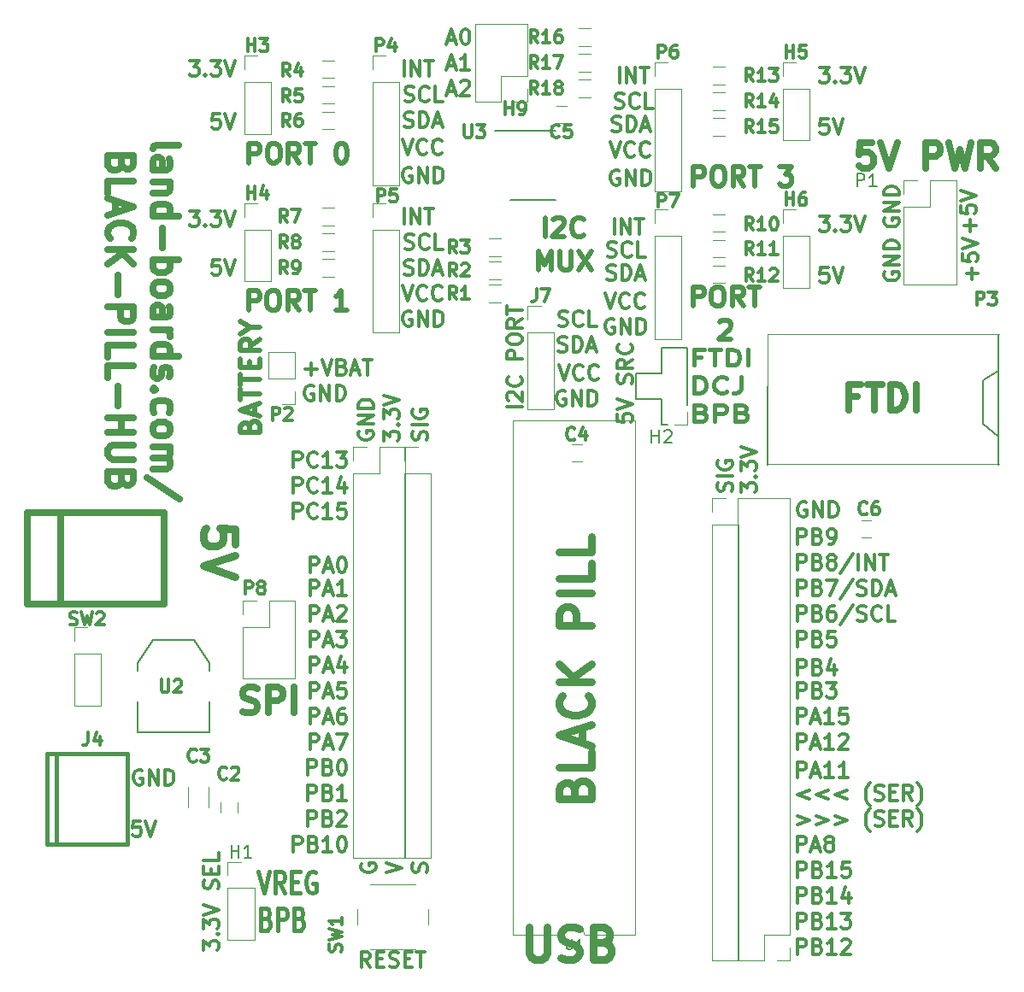
<source format=gbr>
G04 #@! TF.GenerationSoftware,KiCad,Pcbnew,(5.1.5)-3*
G04 #@! TF.CreationDate,2020-10-03T20:20:51-04:00*
G04 #@! TF.ProjectId,Black-Pill-Board,426c6163-6b2d-4506-996c-6c2d426f6172,2*
G04 #@! TF.SameCoordinates,Original*
G04 #@! TF.FileFunction,Legend,Top*
G04 #@! TF.FilePolarity,Positive*
%FSLAX46Y46*%
G04 Gerber Fmt 4.6, Leading zero omitted, Abs format (unit mm)*
G04 Created by KiCad (PCBNEW (5.1.5)-3) date 2020-10-03 20:20:51*
%MOMM*%
%LPD*%
G04 APERTURE LIST*
%ADD10C,0.300000*%
%ADD11C,0.393700*%
%ADD12C,0.635000*%
%ADD13C,0.476250*%
%ADD14C,0.412750*%
%ADD15C,0.793750*%
%ADD16C,0.120000*%
%ADD17C,0.150000*%
%ADD18C,0.650000*%
%ADD19C,0.381000*%
%ADD20C,0.203200*%
%ADD21C,0.317500*%
G04 APERTURE END LIST*
D10*
X33421000Y-60368571D02*
X33421000Y-58868571D01*
X33992428Y-58868571D01*
X34135285Y-58940000D01*
X34206714Y-59011428D01*
X34278142Y-59154285D01*
X34278142Y-59368571D01*
X34206714Y-59511428D01*
X34135285Y-59582857D01*
X33992428Y-59654285D01*
X33421000Y-59654285D01*
X35778142Y-60225714D02*
X35706714Y-60297142D01*
X35492428Y-60368571D01*
X35349571Y-60368571D01*
X35135285Y-60297142D01*
X34992428Y-60154285D01*
X34921000Y-60011428D01*
X34849571Y-59725714D01*
X34849571Y-59511428D01*
X34921000Y-59225714D01*
X34992428Y-59082857D01*
X35135285Y-58940000D01*
X35349571Y-58868571D01*
X35492428Y-58868571D01*
X35706714Y-58940000D01*
X35778142Y-59011428D01*
X37206714Y-60368571D02*
X36349571Y-60368571D01*
X36778142Y-60368571D02*
X36778142Y-58868571D01*
X36635285Y-59082857D01*
X36492428Y-59225714D01*
X36349571Y-59297142D01*
X38563857Y-58868571D02*
X37849571Y-58868571D01*
X37778142Y-59582857D01*
X37849571Y-59511428D01*
X37992428Y-59440000D01*
X38349571Y-59440000D01*
X38492428Y-59511428D01*
X38563857Y-59582857D01*
X38635285Y-59725714D01*
X38635285Y-60082857D01*
X38563857Y-60225714D01*
X38492428Y-60297142D01*
X38349571Y-60368571D01*
X37992428Y-60368571D01*
X37849571Y-60297142D01*
X37778142Y-60225714D01*
X65472571Y-50061428D02*
X65472571Y-50775714D01*
X66186857Y-50847142D01*
X66115428Y-50775714D01*
X66044000Y-50632857D01*
X66044000Y-50275714D01*
X66115428Y-50132857D01*
X66186857Y-50061428D01*
X66329714Y-49990000D01*
X66686857Y-49990000D01*
X66829714Y-50061428D01*
X66901142Y-50132857D01*
X66972571Y-50275714D01*
X66972571Y-50632857D01*
X66901142Y-50775714D01*
X66829714Y-50847142D01*
X65472571Y-49561428D02*
X66972571Y-49061428D01*
X65472571Y-48561428D01*
X66901142Y-46990000D02*
X66972571Y-46775714D01*
X66972571Y-46418571D01*
X66901142Y-46275714D01*
X66829714Y-46204285D01*
X66686857Y-46132857D01*
X66544000Y-46132857D01*
X66401142Y-46204285D01*
X66329714Y-46275714D01*
X66258285Y-46418571D01*
X66186857Y-46704285D01*
X66115428Y-46847142D01*
X66044000Y-46918571D01*
X65901142Y-46990000D01*
X65758285Y-46990000D01*
X65615428Y-46918571D01*
X65544000Y-46847142D01*
X65472571Y-46704285D01*
X65472571Y-46347142D01*
X65544000Y-46132857D01*
X66972571Y-44632857D02*
X66258285Y-45132857D01*
X66972571Y-45490000D02*
X65472571Y-45490000D01*
X65472571Y-44918571D01*
X65544000Y-44775714D01*
X65615428Y-44704285D01*
X65758285Y-44632857D01*
X65972571Y-44632857D01*
X66115428Y-44704285D01*
X66186857Y-44775714D01*
X66258285Y-44918571D01*
X66258285Y-45490000D01*
X66829714Y-43132857D02*
X66901142Y-43204285D01*
X66972571Y-43418571D01*
X66972571Y-43561428D01*
X66901142Y-43775714D01*
X66758285Y-43918571D01*
X66615428Y-43990000D01*
X66329714Y-44061428D01*
X66115428Y-44061428D01*
X65829714Y-43990000D01*
X65686857Y-43918571D01*
X65544000Y-43775714D01*
X65472571Y-43561428D01*
X65472571Y-43418571D01*
X65544000Y-43204285D01*
X65615428Y-43132857D01*
D11*
X73807047Y-44375614D02*
X73129714Y-44375614D01*
X73129714Y-45200509D02*
X73129714Y-43625709D01*
X74097333Y-43625709D01*
X74581143Y-43625709D02*
X75742285Y-43625709D01*
X75161714Y-45200509D02*
X75161714Y-43625709D01*
X76419619Y-45200509D02*
X76419619Y-43625709D01*
X76903428Y-43625709D01*
X77193714Y-43700700D01*
X77387238Y-43850680D01*
X77484000Y-44000661D01*
X77580762Y-44300623D01*
X77580762Y-44525595D01*
X77484000Y-44825557D01*
X77387238Y-44975538D01*
X77193714Y-45125519D01*
X76903428Y-45200509D01*
X76419619Y-45200509D01*
X78451619Y-45200509D02*
X78451619Y-43625709D01*
X73129714Y-47956409D02*
X73129714Y-46381609D01*
X73613524Y-46381609D01*
X73903809Y-46456600D01*
X74097333Y-46606580D01*
X74194095Y-46756561D01*
X74290857Y-47056523D01*
X74290857Y-47281495D01*
X74194095Y-47581457D01*
X74097333Y-47731438D01*
X73903809Y-47881419D01*
X73613524Y-47956409D01*
X73129714Y-47956409D01*
X76322857Y-47806428D02*
X76226095Y-47881419D01*
X75935809Y-47956409D01*
X75742285Y-47956409D01*
X75452000Y-47881419D01*
X75258476Y-47731438D01*
X75161714Y-47581457D01*
X75064952Y-47281495D01*
X75064952Y-47056523D01*
X75161714Y-46756561D01*
X75258476Y-46606580D01*
X75452000Y-46456600D01*
X75742285Y-46381609D01*
X75935809Y-46381609D01*
X76226095Y-46456600D01*
X76322857Y-46531590D01*
X77774285Y-46381609D02*
X77774285Y-47506466D01*
X77677524Y-47731438D01*
X77484000Y-47881419D01*
X77193714Y-47956409D01*
X77000190Y-47956409D01*
X73807047Y-49887414D02*
X74097333Y-49962404D01*
X74194095Y-50037395D01*
X74290857Y-50187376D01*
X74290857Y-50412347D01*
X74194095Y-50562328D01*
X74097333Y-50637319D01*
X73903809Y-50712309D01*
X73129714Y-50712309D01*
X73129714Y-49137509D01*
X73807047Y-49137509D01*
X74000571Y-49212500D01*
X74097333Y-49287490D01*
X74194095Y-49437471D01*
X74194095Y-49587452D01*
X74097333Y-49737433D01*
X74000571Y-49812423D01*
X73807047Y-49887414D01*
X73129714Y-49887414D01*
X75161714Y-50712309D02*
X75161714Y-49137509D01*
X75935809Y-49137509D01*
X76129333Y-49212500D01*
X76226095Y-49287490D01*
X76322857Y-49437471D01*
X76322857Y-49662442D01*
X76226095Y-49812423D01*
X76129333Y-49887414D01*
X75935809Y-49962404D01*
X75161714Y-49962404D01*
X77871047Y-49887414D02*
X78161333Y-49962404D01*
X78258095Y-50037395D01*
X78354857Y-50187376D01*
X78354857Y-50412347D01*
X78258095Y-50562328D01*
X78161333Y-50637319D01*
X77967809Y-50712309D01*
X77193714Y-50712309D01*
X77193714Y-49137509D01*
X77871047Y-49137509D01*
X78064571Y-49212500D01*
X78161333Y-49287490D01*
X78258095Y-49437471D01*
X78258095Y-49587452D01*
X78161333Y-49737433D01*
X78064571Y-49812423D01*
X77871047Y-49887414D01*
X77193714Y-49887414D01*
D10*
X84218057Y-58813000D02*
X84075200Y-58741571D01*
X83860914Y-58741571D01*
X83646628Y-58813000D01*
X83503771Y-58955857D01*
X83432342Y-59098714D01*
X83360914Y-59384428D01*
X83360914Y-59598714D01*
X83432342Y-59884428D01*
X83503771Y-60027285D01*
X83646628Y-60170142D01*
X83860914Y-60241571D01*
X84003771Y-60241571D01*
X84218057Y-60170142D01*
X84289485Y-60098714D01*
X84289485Y-59598714D01*
X84003771Y-59598714D01*
X84932342Y-60241571D02*
X84932342Y-58741571D01*
X85789485Y-60241571D01*
X85789485Y-58741571D01*
X86503771Y-60241571D02*
X86503771Y-58741571D01*
X86860914Y-58741571D01*
X87075200Y-58813000D01*
X87218057Y-58955857D01*
X87289485Y-59098714D01*
X87360914Y-59384428D01*
X87360914Y-59598714D01*
X87289485Y-59884428D01*
X87218057Y-60027285D01*
X87075200Y-60170142D01*
X86860914Y-60241571D01*
X86503771Y-60241571D01*
X24527771Y-103159914D02*
X24527771Y-102231342D01*
X25099200Y-102731342D01*
X25099200Y-102517057D01*
X25170628Y-102374200D01*
X25242057Y-102302771D01*
X25384914Y-102231342D01*
X25742057Y-102231342D01*
X25884914Y-102302771D01*
X25956342Y-102374200D01*
X26027771Y-102517057D01*
X26027771Y-102945628D01*
X25956342Y-103088485D01*
X25884914Y-103159914D01*
X25884914Y-101588485D02*
X25956342Y-101517057D01*
X26027771Y-101588485D01*
X25956342Y-101659914D01*
X25884914Y-101588485D01*
X26027771Y-101588485D01*
X24527771Y-101017057D02*
X24527771Y-100088485D01*
X25099200Y-100588485D01*
X25099200Y-100374200D01*
X25170628Y-100231342D01*
X25242057Y-100159914D01*
X25384914Y-100088485D01*
X25742057Y-100088485D01*
X25884914Y-100159914D01*
X25956342Y-100231342D01*
X26027771Y-100374200D01*
X26027771Y-100802771D01*
X25956342Y-100945628D01*
X25884914Y-101017057D01*
X24527771Y-99659914D02*
X26027771Y-99159914D01*
X24527771Y-98659914D01*
X25956342Y-97088485D02*
X26027771Y-96874200D01*
X26027771Y-96517057D01*
X25956342Y-96374200D01*
X25884914Y-96302771D01*
X25742057Y-96231342D01*
X25599200Y-96231342D01*
X25456342Y-96302771D01*
X25384914Y-96374200D01*
X25313485Y-96517057D01*
X25242057Y-96802771D01*
X25170628Y-96945628D01*
X25099200Y-97017057D01*
X24956342Y-97088485D01*
X24813485Y-97088485D01*
X24670628Y-97017057D01*
X24599200Y-96945628D01*
X24527771Y-96802771D01*
X24527771Y-96445628D01*
X24599200Y-96231342D01*
X25242057Y-95588485D02*
X25242057Y-95088485D01*
X26027771Y-94874200D02*
X26027771Y-95588485D01*
X24527771Y-95588485D01*
X24527771Y-94874200D01*
X26027771Y-93517057D02*
X26027771Y-94231342D01*
X24527771Y-94231342D01*
D12*
X89265276Y-48281771D02*
X88418609Y-48281771D01*
X88418609Y-49612247D02*
X88418609Y-47072247D01*
X89628133Y-47072247D01*
X90232895Y-47072247D02*
X91684323Y-47072247D01*
X90958609Y-49612247D02*
X90958609Y-47072247D01*
X92530990Y-49612247D02*
X92530990Y-47072247D01*
X93135752Y-47072247D01*
X93498609Y-47193200D01*
X93740514Y-47435104D01*
X93861466Y-47677009D01*
X93982419Y-48160819D01*
X93982419Y-48523676D01*
X93861466Y-49007485D01*
X93740514Y-49249390D01*
X93498609Y-49491295D01*
X93135752Y-49612247D01*
X92530990Y-49612247D01*
X95070990Y-49612247D02*
X95070990Y-47072247D01*
X28387523Y-79514095D02*
X28750380Y-79635047D01*
X29355142Y-79635047D01*
X29597047Y-79514095D01*
X29718000Y-79393142D01*
X29838952Y-79151238D01*
X29838952Y-78909333D01*
X29718000Y-78667428D01*
X29597047Y-78546476D01*
X29355142Y-78425523D01*
X28871333Y-78304571D01*
X28629428Y-78183619D01*
X28508476Y-78062666D01*
X28387523Y-77820761D01*
X28387523Y-77578857D01*
X28508476Y-77336952D01*
X28629428Y-77216000D01*
X28871333Y-77095047D01*
X29476095Y-77095047D01*
X29838952Y-77216000D01*
X30927523Y-79635047D02*
X30927523Y-77095047D01*
X31895142Y-77095047D01*
X32137047Y-77216000D01*
X32258000Y-77336952D01*
X32378952Y-77578857D01*
X32378952Y-77941714D01*
X32258000Y-78183619D01*
X32137047Y-78304571D01*
X31895142Y-78425523D01*
X30927523Y-78425523D01*
X33467523Y-79635047D02*
X33467523Y-77095047D01*
X90721542Y-23145447D02*
X89512019Y-23145447D01*
X89391066Y-24354971D01*
X89512019Y-24234019D01*
X89753923Y-24113066D01*
X90358685Y-24113066D01*
X90600590Y-24234019D01*
X90721542Y-24354971D01*
X90842495Y-24596876D01*
X90842495Y-25201638D01*
X90721542Y-25443542D01*
X90600590Y-25564495D01*
X90358685Y-25685447D01*
X89753923Y-25685447D01*
X89512019Y-25564495D01*
X89391066Y-25443542D01*
X91568209Y-23145447D02*
X92414876Y-25685447D01*
X93261542Y-23145447D01*
X96043447Y-25685447D02*
X96043447Y-23145447D01*
X97011066Y-23145447D01*
X97252971Y-23266400D01*
X97373923Y-23387352D01*
X97494876Y-23629257D01*
X97494876Y-23992114D01*
X97373923Y-24234019D01*
X97252971Y-24354971D01*
X97011066Y-24475923D01*
X96043447Y-24475923D01*
X98341542Y-23145447D02*
X98946304Y-25685447D01*
X99430114Y-23871161D01*
X99913923Y-25685447D01*
X100518685Y-23145447D01*
X102937733Y-25685447D02*
X102091066Y-24475923D01*
X101486304Y-25685447D02*
X101486304Y-23145447D01*
X102453923Y-23145447D01*
X102695828Y-23266400D01*
X102816780Y-23387352D01*
X102937733Y-23629257D01*
X102937733Y-23992114D01*
X102816780Y-24234019D01*
X102695828Y-24354971D01*
X102453923Y-24475923D01*
X101486304Y-24475923D01*
D10*
X41001428Y-104818571D02*
X40501428Y-104104285D01*
X40144285Y-104818571D02*
X40144285Y-103318571D01*
X40715714Y-103318571D01*
X40858571Y-103390000D01*
X40930000Y-103461428D01*
X41001428Y-103604285D01*
X41001428Y-103818571D01*
X40930000Y-103961428D01*
X40858571Y-104032857D01*
X40715714Y-104104285D01*
X40144285Y-104104285D01*
X41644285Y-104032857D02*
X42144285Y-104032857D01*
X42358571Y-104818571D02*
X41644285Y-104818571D01*
X41644285Y-103318571D01*
X42358571Y-103318571D01*
X42930000Y-104747142D02*
X43144285Y-104818571D01*
X43501428Y-104818571D01*
X43644285Y-104747142D01*
X43715714Y-104675714D01*
X43787142Y-104532857D01*
X43787142Y-104390000D01*
X43715714Y-104247142D01*
X43644285Y-104175714D01*
X43501428Y-104104285D01*
X43215714Y-104032857D01*
X43072857Y-103961428D01*
X43001428Y-103890000D01*
X42930000Y-103747142D01*
X42930000Y-103604285D01*
X43001428Y-103461428D01*
X43072857Y-103390000D01*
X43215714Y-103318571D01*
X43572857Y-103318571D01*
X43787142Y-103390000D01*
X44430000Y-104032857D02*
X44930000Y-104032857D01*
X45144285Y-104818571D02*
X44430000Y-104818571D01*
X44430000Y-103318571D01*
X45144285Y-103318571D01*
X45572857Y-103318571D02*
X46430000Y-103318571D01*
X46001428Y-104818571D02*
X46001428Y-103318571D01*
X100640342Y-36701171D02*
X100640342Y-35558314D01*
X101211771Y-36129742D02*
X100068914Y-36129742D01*
X99711771Y-34129742D02*
X99711771Y-34844028D01*
X100426057Y-34915457D01*
X100354628Y-34844028D01*
X100283200Y-34701171D01*
X100283200Y-34344028D01*
X100354628Y-34201171D01*
X100426057Y-34129742D01*
X100568914Y-34058314D01*
X100926057Y-34058314D01*
X101068914Y-34129742D01*
X101140342Y-34201171D01*
X101211771Y-34344028D01*
X101211771Y-34701171D01*
X101140342Y-34844028D01*
X101068914Y-34915457D01*
X99711771Y-33629742D02*
X101211771Y-33129742D01*
X99711771Y-32629742D01*
X100437142Y-31951371D02*
X100437142Y-30808514D01*
X101008571Y-31379942D02*
X99865714Y-31379942D01*
X99508571Y-29379942D02*
X99508571Y-30094228D01*
X100222857Y-30165657D01*
X100151428Y-30094228D01*
X100080000Y-29951371D01*
X100080000Y-29594228D01*
X100151428Y-29451371D01*
X100222857Y-29379942D01*
X100365714Y-29308514D01*
X100722857Y-29308514D01*
X100865714Y-29379942D01*
X100937142Y-29451371D01*
X101008571Y-29594228D01*
X101008571Y-29951371D01*
X100937142Y-30094228D01*
X100865714Y-30165657D01*
X99508571Y-28879942D02*
X101008571Y-28379942D01*
X99508571Y-27879942D01*
X91960000Y-30632257D02*
X91888571Y-30775114D01*
X91888571Y-30989400D01*
X91960000Y-31203685D01*
X92102857Y-31346542D01*
X92245714Y-31417971D01*
X92531428Y-31489400D01*
X92745714Y-31489400D01*
X93031428Y-31417971D01*
X93174285Y-31346542D01*
X93317142Y-31203685D01*
X93388571Y-30989400D01*
X93388571Y-30846542D01*
X93317142Y-30632257D01*
X93245714Y-30560828D01*
X92745714Y-30560828D01*
X92745714Y-30846542D01*
X93388571Y-29917971D02*
X91888571Y-29917971D01*
X93388571Y-29060828D01*
X91888571Y-29060828D01*
X93388571Y-28346542D02*
X91888571Y-28346542D01*
X91888571Y-27989400D01*
X91960000Y-27775114D01*
X92102857Y-27632257D01*
X92245714Y-27560828D01*
X92531428Y-27489400D01*
X92745714Y-27489400D01*
X93031428Y-27560828D01*
X93174285Y-27632257D01*
X93317142Y-27775114D01*
X93388571Y-27989400D01*
X93388571Y-28346542D01*
X91960000Y-35966257D02*
X91888571Y-36109114D01*
X91888571Y-36323400D01*
X91960000Y-36537685D01*
X92102857Y-36680542D01*
X92245714Y-36751971D01*
X92531428Y-36823400D01*
X92745714Y-36823400D01*
X93031428Y-36751971D01*
X93174285Y-36680542D01*
X93317142Y-36537685D01*
X93388571Y-36323400D01*
X93388571Y-36180542D01*
X93317142Y-35966257D01*
X93245714Y-35894828D01*
X92745714Y-35894828D01*
X92745714Y-36180542D01*
X93388571Y-35251971D02*
X91888571Y-35251971D01*
X93388571Y-34394828D01*
X91888571Y-34394828D01*
X93388571Y-33680542D02*
X91888571Y-33680542D01*
X91888571Y-33323400D01*
X91960000Y-33109114D01*
X92102857Y-32966257D01*
X92245714Y-32894828D01*
X92531428Y-32823400D01*
X92745714Y-32823400D01*
X93031428Y-32894828D01*
X93174285Y-32966257D01*
X93317142Y-33109114D01*
X93388571Y-33323400D01*
X93388571Y-33680542D01*
X34588142Y-45568142D02*
X35731000Y-45568142D01*
X35159571Y-46139571D02*
X35159571Y-44996714D01*
X36231000Y-44639571D02*
X36731000Y-46139571D01*
X37231000Y-44639571D01*
X38231000Y-45353857D02*
X38445285Y-45425285D01*
X38516714Y-45496714D01*
X38588142Y-45639571D01*
X38588142Y-45853857D01*
X38516714Y-45996714D01*
X38445285Y-46068142D01*
X38302428Y-46139571D01*
X37731000Y-46139571D01*
X37731000Y-44639571D01*
X38231000Y-44639571D01*
X38373857Y-44711000D01*
X38445285Y-44782428D01*
X38516714Y-44925285D01*
X38516714Y-45068142D01*
X38445285Y-45211000D01*
X38373857Y-45282428D01*
X38231000Y-45353857D01*
X37731000Y-45353857D01*
X39159571Y-45711000D02*
X39873857Y-45711000D01*
X39016714Y-46139571D02*
X39516714Y-44639571D01*
X40016714Y-46139571D01*
X40302428Y-44639571D02*
X41159571Y-44639571D01*
X40731000Y-46139571D02*
X40731000Y-44639571D01*
X35373857Y-47261000D02*
X35231000Y-47189571D01*
X35016714Y-47189571D01*
X34802428Y-47261000D01*
X34659571Y-47403857D01*
X34588142Y-47546714D01*
X34516714Y-47832428D01*
X34516714Y-48046714D01*
X34588142Y-48332428D01*
X34659571Y-48475285D01*
X34802428Y-48618142D01*
X35016714Y-48689571D01*
X35159571Y-48689571D01*
X35373857Y-48618142D01*
X35445285Y-48546714D01*
X35445285Y-48046714D01*
X35159571Y-48046714D01*
X36088142Y-48689571D02*
X36088142Y-47189571D01*
X36945285Y-48689571D01*
X36945285Y-47189571D01*
X37659571Y-48689571D02*
X37659571Y-47189571D01*
X38016714Y-47189571D01*
X38231000Y-47261000D01*
X38373857Y-47403857D01*
X38445285Y-47546714D01*
X38516714Y-47832428D01*
X38516714Y-48046714D01*
X38445285Y-48332428D01*
X38373857Y-48475285D01*
X38231000Y-48618142D01*
X38016714Y-48689571D01*
X37659571Y-48689571D01*
D13*
X29073928Y-51244500D02*
X29164642Y-50972357D01*
X29255357Y-50881642D01*
X29436785Y-50790928D01*
X29708928Y-50790928D01*
X29890357Y-50881642D01*
X29981071Y-50972357D01*
X30071785Y-51153785D01*
X30071785Y-51879500D01*
X28166785Y-51879500D01*
X28166785Y-51244500D01*
X28257500Y-51063071D01*
X28348214Y-50972357D01*
X28529642Y-50881642D01*
X28711071Y-50881642D01*
X28892500Y-50972357D01*
X28983214Y-51063071D01*
X29073928Y-51244500D01*
X29073928Y-51879500D01*
X29527500Y-50065214D02*
X29527500Y-49158071D01*
X30071785Y-50246642D02*
X28166785Y-49611642D01*
X30071785Y-48976642D01*
X28166785Y-48613785D02*
X28166785Y-47525214D01*
X30071785Y-48069500D02*
X28166785Y-48069500D01*
X28166785Y-47162357D02*
X28166785Y-46073785D01*
X30071785Y-46618071D02*
X28166785Y-46618071D01*
X29073928Y-45438785D02*
X29073928Y-44803785D01*
X30071785Y-44531642D02*
X30071785Y-45438785D01*
X28166785Y-45438785D01*
X28166785Y-44531642D01*
X30071785Y-42626642D02*
X29164642Y-43261642D01*
X30071785Y-43715214D02*
X28166785Y-43715214D01*
X28166785Y-42989500D01*
X28257500Y-42808071D01*
X28348214Y-42717357D01*
X28529642Y-42626642D01*
X28801785Y-42626642D01*
X28983214Y-42717357D01*
X29073928Y-42808071D01*
X29164642Y-42989500D01*
X29164642Y-43715214D01*
X29164642Y-41447357D02*
X30071785Y-41447357D01*
X28166785Y-42082357D02*
X29164642Y-41447357D01*
X28166785Y-40812357D01*
D10*
X83356142Y-89848571D02*
X84499000Y-90277142D01*
X83356142Y-90705714D01*
X85213285Y-89848571D02*
X86356142Y-90277142D01*
X85213285Y-90705714D01*
X87070428Y-89848571D02*
X88213285Y-90277142D01*
X87070428Y-90705714D01*
X90499000Y-91420000D02*
X90427571Y-91348571D01*
X90284714Y-91134285D01*
X90213285Y-90991428D01*
X90141857Y-90777142D01*
X90070428Y-90420000D01*
X90070428Y-90134285D01*
X90141857Y-89777142D01*
X90213285Y-89562857D01*
X90284714Y-89420000D01*
X90427571Y-89205714D01*
X90499000Y-89134285D01*
X90999000Y-90777142D02*
X91213285Y-90848571D01*
X91570428Y-90848571D01*
X91713285Y-90777142D01*
X91784714Y-90705714D01*
X91856142Y-90562857D01*
X91856142Y-90420000D01*
X91784714Y-90277142D01*
X91713285Y-90205714D01*
X91570428Y-90134285D01*
X91284714Y-90062857D01*
X91141857Y-89991428D01*
X91070428Y-89920000D01*
X90999000Y-89777142D01*
X90999000Y-89634285D01*
X91070428Y-89491428D01*
X91141857Y-89420000D01*
X91284714Y-89348571D01*
X91641857Y-89348571D01*
X91856142Y-89420000D01*
X92499000Y-90062857D02*
X92999000Y-90062857D01*
X93213285Y-90848571D02*
X92499000Y-90848571D01*
X92499000Y-89348571D01*
X93213285Y-89348571D01*
X94713285Y-90848571D02*
X94213285Y-90134285D01*
X93856142Y-90848571D02*
X93856142Y-89348571D01*
X94427571Y-89348571D01*
X94570428Y-89420000D01*
X94641857Y-89491428D01*
X94713285Y-89634285D01*
X94713285Y-89848571D01*
X94641857Y-89991428D01*
X94570428Y-90062857D01*
X94427571Y-90134285D01*
X93856142Y-90134285D01*
X95213285Y-91420000D02*
X95284714Y-91348571D01*
X95427571Y-91134285D01*
X95499000Y-90991428D01*
X95570428Y-90777142D01*
X95641857Y-90420000D01*
X95641857Y-90134285D01*
X95570428Y-89777142D01*
X95499000Y-89562857D01*
X95427571Y-89420000D01*
X95284714Y-89205714D01*
X95213285Y-89134285D01*
D14*
X29940325Y-95366265D02*
X30490658Y-97525265D01*
X31040992Y-95366265D01*
X32534754Y-97525265D02*
X31984420Y-96497170D01*
X31591325Y-97525265D02*
X31591325Y-95366265D01*
X32220277Y-95366265D01*
X32377516Y-95469075D01*
X32456135Y-95571884D01*
X32534754Y-95777503D01*
X32534754Y-96085932D01*
X32456135Y-96291551D01*
X32377516Y-96394360D01*
X32220277Y-96497170D01*
X31591325Y-96497170D01*
X33242325Y-96394360D02*
X33792658Y-96394360D01*
X34028516Y-97525265D02*
X33242325Y-97525265D01*
X33242325Y-95366265D01*
X34028516Y-95366265D01*
X35600897Y-95469075D02*
X35443658Y-95366265D01*
X35207801Y-95366265D01*
X34971944Y-95469075D01*
X34814706Y-95674694D01*
X34736087Y-95880313D01*
X34657468Y-96291551D01*
X34657468Y-96599979D01*
X34736087Y-97011217D01*
X34814706Y-97216836D01*
X34971944Y-97422455D01*
X35207801Y-97525265D01*
X35365039Y-97525265D01*
X35600897Y-97422455D01*
X35679516Y-97319646D01*
X35679516Y-96599979D01*
X35365039Y-96599979D01*
X30726516Y-100045610D02*
X30962373Y-100148420D01*
X31040992Y-100251229D01*
X31119611Y-100456848D01*
X31119611Y-100765277D01*
X31040992Y-100970896D01*
X30962373Y-101073705D01*
X30805135Y-101176515D01*
X30176182Y-101176515D01*
X30176182Y-99017515D01*
X30726516Y-99017515D01*
X30883754Y-99120325D01*
X30962373Y-99223134D01*
X31040992Y-99428753D01*
X31040992Y-99634372D01*
X30962373Y-99839991D01*
X30883754Y-99942801D01*
X30726516Y-100045610D01*
X30176182Y-100045610D01*
X31827182Y-101176515D02*
X31827182Y-99017515D01*
X32456135Y-99017515D01*
X32613373Y-99120325D01*
X32691992Y-99223134D01*
X32770611Y-99428753D01*
X32770611Y-99737182D01*
X32691992Y-99942801D01*
X32613373Y-100045610D01*
X32456135Y-100148420D01*
X31827182Y-100148420D01*
X34028516Y-100045610D02*
X34264373Y-100148420D01*
X34342992Y-100251229D01*
X34421611Y-100456848D01*
X34421611Y-100765277D01*
X34342992Y-100970896D01*
X34264373Y-101073705D01*
X34107135Y-101176515D01*
X33478182Y-101176515D01*
X33478182Y-99017515D01*
X34028516Y-99017515D01*
X34185754Y-99120325D01*
X34264373Y-99223134D01*
X34342992Y-99428753D01*
X34342992Y-99634372D01*
X34264373Y-99839991D01*
X34185754Y-99942801D01*
X34028516Y-100045610D01*
X33478182Y-100045610D01*
D10*
X18415142Y-85356000D02*
X18272285Y-85284571D01*
X18058000Y-85284571D01*
X17843714Y-85356000D01*
X17700857Y-85498857D01*
X17629428Y-85641714D01*
X17558000Y-85927428D01*
X17558000Y-86141714D01*
X17629428Y-86427428D01*
X17700857Y-86570285D01*
X17843714Y-86713142D01*
X18058000Y-86784571D01*
X18200857Y-86784571D01*
X18415142Y-86713142D01*
X18486571Y-86641714D01*
X18486571Y-86141714D01*
X18200857Y-86141714D01*
X19129428Y-86784571D02*
X19129428Y-85284571D01*
X19986571Y-86784571D01*
X19986571Y-85284571D01*
X20700857Y-86784571D02*
X20700857Y-85284571D01*
X21058000Y-85284571D01*
X21272285Y-85356000D01*
X21415142Y-85498857D01*
X21486571Y-85641714D01*
X21558000Y-85927428D01*
X21558000Y-86141714D01*
X21486571Y-86427428D01*
X21415142Y-86570285D01*
X21272285Y-86713142D01*
X21058000Y-86784571D01*
X20700857Y-86784571D01*
X18256285Y-90364571D02*
X17542000Y-90364571D01*
X17470571Y-91078857D01*
X17542000Y-91007428D01*
X17684857Y-90936000D01*
X18042000Y-90936000D01*
X18184857Y-91007428D01*
X18256285Y-91078857D01*
X18327714Y-91221714D01*
X18327714Y-91578857D01*
X18256285Y-91721714D01*
X18184857Y-91793142D01*
X18042000Y-91864571D01*
X17684857Y-91864571D01*
X17542000Y-91793142D01*
X17470571Y-91721714D01*
X18756285Y-90364571D02*
X19256285Y-91864571D01*
X19756285Y-90364571D01*
X33421000Y-55288571D02*
X33421000Y-53788571D01*
X33992428Y-53788571D01*
X34135285Y-53860000D01*
X34206714Y-53931428D01*
X34278142Y-54074285D01*
X34278142Y-54288571D01*
X34206714Y-54431428D01*
X34135285Y-54502857D01*
X33992428Y-54574285D01*
X33421000Y-54574285D01*
X35778142Y-55145714D02*
X35706714Y-55217142D01*
X35492428Y-55288571D01*
X35349571Y-55288571D01*
X35135285Y-55217142D01*
X34992428Y-55074285D01*
X34921000Y-54931428D01*
X34849571Y-54645714D01*
X34849571Y-54431428D01*
X34921000Y-54145714D01*
X34992428Y-54002857D01*
X35135285Y-53860000D01*
X35349571Y-53788571D01*
X35492428Y-53788571D01*
X35706714Y-53860000D01*
X35778142Y-53931428D01*
X37206714Y-55288571D02*
X36349571Y-55288571D01*
X36778142Y-55288571D02*
X36778142Y-53788571D01*
X36635285Y-54002857D01*
X36492428Y-54145714D01*
X36349571Y-54217142D01*
X37706714Y-53788571D02*
X38635285Y-53788571D01*
X38135285Y-54360000D01*
X38349571Y-54360000D01*
X38492428Y-54431428D01*
X38563857Y-54502857D01*
X38635285Y-54645714D01*
X38635285Y-55002857D01*
X38563857Y-55145714D01*
X38492428Y-55217142D01*
X38349571Y-55288571D01*
X37921000Y-55288571D01*
X37778142Y-55217142D01*
X37706714Y-55145714D01*
X33421000Y-57828571D02*
X33421000Y-56328571D01*
X33992428Y-56328571D01*
X34135285Y-56400000D01*
X34206714Y-56471428D01*
X34278142Y-56614285D01*
X34278142Y-56828571D01*
X34206714Y-56971428D01*
X34135285Y-57042857D01*
X33992428Y-57114285D01*
X33421000Y-57114285D01*
X35778142Y-57685714D02*
X35706714Y-57757142D01*
X35492428Y-57828571D01*
X35349571Y-57828571D01*
X35135285Y-57757142D01*
X34992428Y-57614285D01*
X34921000Y-57471428D01*
X34849571Y-57185714D01*
X34849571Y-56971428D01*
X34921000Y-56685714D01*
X34992428Y-56542857D01*
X35135285Y-56400000D01*
X35349571Y-56328571D01*
X35492428Y-56328571D01*
X35706714Y-56400000D01*
X35778142Y-56471428D01*
X37206714Y-57828571D02*
X36349571Y-57828571D01*
X36778142Y-57828571D02*
X36778142Y-56328571D01*
X36635285Y-56542857D01*
X36492428Y-56685714D01*
X36349571Y-56757142D01*
X38492428Y-56828571D02*
X38492428Y-57828571D01*
X38135285Y-56257142D02*
X37778142Y-57328571D01*
X38706714Y-57328571D01*
X35063857Y-65702571D02*
X35063857Y-64202571D01*
X35635285Y-64202571D01*
X35778142Y-64274000D01*
X35849571Y-64345428D01*
X35921000Y-64488285D01*
X35921000Y-64702571D01*
X35849571Y-64845428D01*
X35778142Y-64916857D01*
X35635285Y-64988285D01*
X35063857Y-64988285D01*
X36492428Y-65274000D02*
X37206714Y-65274000D01*
X36349571Y-65702571D02*
X36849571Y-64202571D01*
X37349571Y-65702571D01*
X38135285Y-64202571D02*
X38278142Y-64202571D01*
X38421000Y-64274000D01*
X38492428Y-64345428D01*
X38563857Y-64488285D01*
X38635285Y-64774000D01*
X38635285Y-65131142D01*
X38563857Y-65416857D01*
X38492428Y-65559714D01*
X38421000Y-65631142D01*
X38278142Y-65702571D01*
X38135285Y-65702571D01*
X37992428Y-65631142D01*
X37921000Y-65559714D01*
X37849571Y-65416857D01*
X37778142Y-65131142D01*
X37778142Y-64774000D01*
X37849571Y-64488285D01*
X37921000Y-64345428D01*
X37992428Y-64274000D01*
X38135285Y-64202571D01*
X35063857Y-67988571D02*
X35063857Y-66488571D01*
X35635285Y-66488571D01*
X35778142Y-66560000D01*
X35849571Y-66631428D01*
X35921000Y-66774285D01*
X35921000Y-66988571D01*
X35849571Y-67131428D01*
X35778142Y-67202857D01*
X35635285Y-67274285D01*
X35063857Y-67274285D01*
X36492428Y-67560000D02*
X37206714Y-67560000D01*
X36349571Y-67988571D02*
X36849571Y-66488571D01*
X37349571Y-67988571D01*
X38635285Y-67988571D02*
X37778142Y-67988571D01*
X38206714Y-67988571D02*
X38206714Y-66488571D01*
X38063857Y-66702857D01*
X37921000Y-66845714D01*
X37778142Y-66917142D01*
X35063857Y-70528571D02*
X35063857Y-69028571D01*
X35635285Y-69028571D01*
X35778142Y-69100000D01*
X35849571Y-69171428D01*
X35921000Y-69314285D01*
X35921000Y-69528571D01*
X35849571Y-69671428D01*
X35778142Y-69742857D01*
X35635285Y-69814285D01*
X35063857Y-69814285D01*
X36492428Y-70100000D02*
X37206714Y-70100000D01*
X36349571Y-70528571D02*
X36849571Y-69028571D01*
X37349571Y-70528571D01*
X37778142Y-69171428D02*
X37849571Y-69100000D01*
X37992428Y-69028571D01*
X38349571Y-69028571D01*
X38492428Y-69100000D01*
X38563857Y-69171428D01*
X38635285Y-69314285D01*
X38635285Y-69457142D01*
X38563857Y-69671428D01*
X37706714Y-70528571D01*
X38635285Y-70528571D01*
X35063857Y-73068571D02*
X35063857Y-71568571D01*
X35635285Y-71568571D01*
X35778142Y-71640000D01*
X35849571Y-71711428D01*
X35921000Y-71854285D01*
X35921000Y-72068571D01*
X35849571Y-72211428D01*
X35778142Y-72282857D01*
X35635285Y-72354285D01*
X35063857Y-72354285D01*
X36492428Y-72640000D02*
X37206714Y-72640000D01*
X36349571Y-73068571D02*
X36849571Y-71568571D01*
X37349571Y-73068571D01*
X37706714Y-71568571D02*
X38635285Y-71568571D01*
X38135285Y-72140000D01*
X38349571Y-72140000D01*
X38492428Y-72211428D01*
X38563857Y-72282857D01*
X38635285Y-72425714D01*
X38635285Y-72782857D01*
X38563857Y-72925714D01*
X38492428Y-72997142D01*
X38349571Y-73068571D01*
X37921000Y-73068571D01*
X37778142Y-72997142D01*
X37706714Y-72925714D01*
X35063857Y-75608571D02*
X35063857Y-74108571D01*
X35635285Y-74108571D01*
X35778142Y-74180000D01*
X35849571Y-74251428D01*
X35921000Y-74394285D01*
X35921000Y-74608571D01*
X35849571Y-74751428D01*
X35778142Y-74822857D01*
X35635285Y-74894285D01*
X35063857Y-74894285D01*
X36492428Y-75180000D02*
X37206714Y-75180000D01*
X36349571Y-75608571D02*
X36849571Y-74108571D01*
X37349571Y-75608571D01*
X38492428Y-74608571D02*
X38492428Y-75608571D01*
X38135285Y-74037142D02*
X37778142Y-75108571D01*
X38706714Y-75108571D01*
X35063857Y-78148571D02*
X35063857Y-76648571D01*
X35635285Y-76648571D01*
X35778142Y-76720000D01*
X35849571Y-76791428D01*
X35921000Y-76934285D01*
X35921000Y-77148571D01*
X35849571Y-77291428D01*
X35778142Y-77362857D01*
X35635285Y-77434285D01*
X35063857Y-77434285D01*
X36492428Y-77720000D02*
X37206714Y-77720000D01*
X36349571Y-78148571D02*
X36849571Y-76648571D01*
X37349571Y-78148571D01*
X38563857Y-76648571D02*
X37849571Y-76648571D01*
X37778142Y-77362857D01*
X37849571Y-77291428D01*
X37992428Y-77220000D01*
X38349571Y-77220000D01*
X38492428Y-77291428D01*
X38563857Y-77362857D01*
X38635285Y-77505714D01*
X38635285Y-77862857D01*
X38563857Y-78005714D01*
X38492428Y-78077142D01*
X38349571Y-78148571D01*
X37992428Y-78148571D01*
X37849571Y-78077142D01*
X37778142Y-78005714D01*
X35063857Y-80688571D02*
X35063857Y-79188571D01*
X35635285Y-79188571D01*
X35778142Y-79260000D01*
X35849571Y-79331428D01*
X35921000Y-79474285D01*
X35921000Y-79688571D01*
X35849571Y-79831428D01*
X35778142Y-79902857D01*
X35635285Y-79974285D01*
X35063857Y-79974285D01*
X36492428Y-80260000D02*
X37206714Y-80260000D01*
X36349571Y-80688571D02*
X36849571Y-79188571D01*
X37349571Y-80688571D01*
X38492428Y-79188571D02*
X38206714Y-79188571D01*
X38063857Y-79260000D01*
X37992428Y-79331428D01*
X37849571Y-79545714D01*
X37778142Y-79831428D01*
X37778142Y-80402857D01*
X37849571Y-80545714D01*
X37921000Y-80617142D01*
X38063857Y-80688571D01*
X38349571Y-80688571D01*
X38492428Y-80617142D01*
X38563857Y-80545714D01*
X38635285Y-80402857D01*
X38635285Y-80045714D01*
X38563857Y-79902857D01*
X38492428Y-79831428D01*
X38349571Y-79760000D01*
X38063857Y-79760000D01*
X37921000Y-79831428D01*
X37849571Y-79902857D01*
X37778142Y-80045714D01*
X35063857Y-83228571D02*
X35063857Y-81728571D01*
X35635285Y-81728571D01*
X35778142Y-81800000D01*
X35849571Y-81871428D01*
X35921000Y-82014285D01*
X35921000Y-82228571D01*
X35849571Y-82371428D01*
X35778142Y-82442857D01*
X35635285Y-82514285D01*
X35063857Y-82514285D01*
X36492428Y-82800000D02*
X37206714Y-82800000D01*
X36349571Y-83228571D02*
X36849571Y-81728571D01*
X37349571Y-83228571D01*
X37706714Y-81728571D02*
X38706714Y-81728571D01*
X38063857Y-83228571D01*
X39890000Y-51748142D02*
X39818571Y-51891000D01*
X39818571Y-52105285D01*
X39890000Y-52319571D01*
X40032857Y-52462428D01*
X40175714Y-52533857D01*
X40461428Y-52605285D01*
X40675714Y-52605285D01*
X40961428Y-52533857D01*
X41104285Y-52462428D01*
X41247142Y-52319571D01*
X41318571Y-52105285D01*
X41318571Y-51962428D01*
X41247142Y-51748142D01*
X41175714Y-51676714D01*
X40675714Y-51676714D01*
X40675714Y-51962428D01*
X41318571Y-51033857D02*
X39818571Y-51033857D01*
X41318571Y-50176714D01*
X39818571Y-50176714D01*
X41318571Y-49462428D02*
X39818571Y-49462428D01*
X39818571Y-49105285D01*
X39890000Y-48891000D01*
X40032857Y-48748142D01*
X40175714Y-48676714D01*
X40461428Y-48605285D01*
X40675714Y-48605285D01*
X40961428Y-48676714D01*
X41104285Y-48748142D01*
X41247142Y-48891000D01*
X41318571Y-49105285D01*
X41318571Y-49462428D01*
X42358571Y-52676714D02*
X42358571Y-51748142D01*
X42930000Y-52248142D01*
X42930000Y-52033857D01*
X43001428Y-51891000D01*
X43072857Y-51819571D01*
X43215714Y-51748142D01*
X43572857Y-51748142D01*
X43715714Y-51819571D01*
X43787142Y-51891000D01*
X43858571Y-52033857D01*
X43858571Y-52462428D01*
X43787142Y-52605285D01*
X43715714Y-52676714D01*
X43715714Y-51105285D02*
X43787142Y-51033857D01*
X43858571Y-51105285D01*
X43787142Y-51176714D01*
X43715714Y-51105285D01*
X43858571Y-51105285D01*
X42358571Y-50533857D02*
X42358571Y-49605285D01*
X42930000Y-50105285D01*
X42930000Y-49891000D01*
X43001428Y-49748142D01*
X43072857Y-49676714D01*
X43215714Y-49605285D01*
X43572857Y-49605285D01*
X43715714Y-49676714D01*
X43787142Y-49748142D01*
X43858571Y-49891000D01*
X43858571Y-50319571D01*
X43787142Y-50462428D01*
X43715714Y-50533857D01*
X42358571Y-49176714D02*
X43858571Y-48676714D01*
X42358571Y-48176714D01*
X46581142Y-52605285D02*
X46652571Y-52391000D01*
X46652571Y-52033857D01*
X46581142Y-51891000D01*
X46509714Y-51819571D01*
X46366857Y-51748142D01*
X46224000Y-51748142D01*
X46081142Y-51819571D01*
X46009714Y-51891000D01*
X45938285Y-52033857D01*
X45866857Y-52319571D01*
X45795428Y-52462428D01*
X45724000Y-52533857D01*
X45581142Y-52605285D01*
X45438285Y-52605285D01*
X45295428Y-52533857D01*
X45224000Y-52462428D01*
X45152571Y-52319571D01*
X45152571Y-51962428D01*
X45224000Y-51748142D01*
X46652571Y-51105285D02*
X45152571Y-51105285D01*
X45224000Y-49605285D02*
X45152571Y-49748142D01*
X45152571Y-49962428D01*
X45224000Y-50176714D01*
X45366857Y-50319571D01*
X45509714Y-50391000D01*
X45795428Y-50462428D01*
X46009714Y-50462428D01*
X46295428Y-50391000D01*
X46438285Y-50319571D01*
X46581142Y-50176714D01*
X46652571Y-49962428D01*
X46652571Y-49819571D01*
X46581142Y-49605285D01*
X46509714Y-49533857D01*
X46009714Y-49533857D01*
X46009714Y-49819571D01*
X76807142Y-57685285D02*
X76878571Y-57471000D01*
X76878571Y-57113857D01*
X76807142Y-56971000D01*
X76735714Y-56899571D01*
X76592857Y-56828142D01*
X76450000Y-56828142D01*
X76307142Y-56899571D01*
X76235714Y-56971000D01*
X76164285Y-57113857D01*
X76092857Y-57399571D01*
X76021428Y-57542428D01*
X75950000Y-57613857D01*
X75807142Y-57685285D01*
X75664285Y-57685285D01*
X75521428Y-57613857D01*
X75450000Y-57542428D01*
X75378571Y-57399571D01*
X75378571Y-57042428D01*
X75450000Y-56828142D01*
X76878571Y-56185285D02*
X75378571Y-56185285D01*
X75450000Y-54685285D02*
X75378571Y-54828142D01*
X75378571Y-55042428D01*
X75450000Y-55256714D01*
X75592857Y-55399571D01*
X75735714Y-55471000D01*
X76021428Y-55542428D01*
X76235714Y-55542428D01*
X76521428Y-55471000D01*
X76664285Y-55399571D01*
X76807142Y-55256714D01*
X76878571Y-55042428D01*
X76878571Y-54899571D01*
X76807142Y-54685285D01*
X76735714Y-54613857D01*
X76235714Y-54613857D01*
X76235714Y-54899571D01*
X77766171Y-57807514D02*
X77766171Y-56878942D01*
X78337600Y-57378942D01*
X78337600Y-57164657D01*
X78409028Y-57021800D01*
X78480457Y-56950371D01*
X78623314Y-56878942D01*
X78980457Y-56878942D01*
X79123314Y-56950371D01*
X79194742Y-57021800D01*
X79266171Y-57164657D01*
X79266171Y-57593228D01*
X79194742Y-57736085D01*
X79123314Y-57807514D01*
X79123314Y-56236085D02*
X79194742Y-56164657D01*
X79266171Y-56236085D01*
X79194742Y-56307514D01*
X79123314Y-56236085D01*
X79266171Y-56236085D01*
X77766171Y-55664657D02*
X77766171Y-54736085D01*
X78337600Y-55236085D01*
X78337600Y-55021800D01*
X78409028Y-54878942D01*
X78480457Y-54807514D01*
X78623314Y-54736085D01*
X78980457Y-54736085D01*
X79123314Y-54807514D01*
X79194742Y-54878942D01*
X79266171Y-55021800D01*
X79266171Y-55450371D01*
X79194742Y-55593228D01*
X79123314Y-55664657D01*
X77766171Y-54307514D02*
X79266171Y-53807514D01*
X77766171Y-53307514D01*
X40144000Y-94603142D02*
X40072571Y-94746000D01*
X40072571Y-94960285D01*
X40144000Y-95174571D01*
X40286857Y-95317428D01*
X40429714Y-95388857D01*
X40715428Y-95460285D01*
X40929714Y-95460285D01*
X41215428Y-95388857D01*
X41358285Y-95317428D01*
X41501142Y-95174571D01*
X41572571Y-94960285D01*
X41572571Y-94817428D01*
X41501142Y-94603142D01*
X41429714Y-94531714D01*
X40929714Y-94531714D01*
X40929714Y-94817428D01*
X42612571Y-95496000D02*
X44112571Y-94996000D01*
X42612571Y-94496000D01*
X46581142Y-95424571D02*
X46652571Y-95210285D01*
X46652571Y-94853142D01*
X46581142Y-94710285D01*
X46509714Y-94638857D01*
X46366857Y-94567428D01*
X46224000Y-94567428D01*
X46081142Y-94638857D01*
X46009714Y-94710285D01*
X45938285Y-94853142D01*
X45866857Y-95138857D01*
X45795428Y-95281714D01*
X45724000Y-95353142D01*
X45581142Y-95424571D01*
X45438285Y-95424571D01*
X45295428Y-95353142D01*
X45224000Y-95281714D01*
X45152571Y-95138857D01*
X45152571Y-94781714D01*
X45224000Y-94567428D01*
X34849571Y-85768571D02*
X34849571Y-84268571D01*
X35421000Y-84268571D01*
X35563857Y-84340000D01*
X35635285Y-84411428D01*
X35706714Y-84554285D01*
X35706714Y-84768571D01*
X35635285Y-84911428D01*
X35563857Y-84982857D01*
X35421000Y-85054285D01*
X34849571Y-85054285D01*
X36849571Y-84982857D02*
X37063857Y-85054285D01*
X37135285Y-85125714D01*
X37206714Y-85268571D01*
X37206714Y-85482857D01*
X37135285Y-85625714D01*
X37063857Y-85697142D01*
X36921000Y-85768571D01*
X36349571Y-85768571D01*
X36349571Y-84268571D01*
X36849571Y-84268571D01*
X36992428Y-84340000D01*
X37063857Y-84411428D01*
X37135285Y-84554285D01*
X37135285Y-84697142D01*
X37063857Y-84840000D01*
X36992428Y-84911428D01*
X36849571Y-84982857D01*
X36349571Y-84982857D01*
X38135285Y-84268571D02*
X38278142Y-84268571D01*
X38421000Y-84340000D01*
X38492428Y-84411428D01*
X38563857Y-84554285D01*
X38635285Y-84840000D01*
X38635285Y-85197142D01*
X38563857Y-85482857D01*
X38492428Y-85625714D01*
X38421000Y-85697142D01*
X38278142Y-85768571D01*
X38135285Y-85768571D01*
X37992428Y-85697142D01*
X37921000Y-85625714D01*
X37849571Y-85482857D01*
X37778142Y-85197142D01*
X37778142Y-84840000D01*
X37849571Y-84554285D01*
X37921000Y-84411428D01*
X37992428Y-84340000D01*
X38135285Y-84268571D01*
X34849571Y-88308571D02*
X34849571Y-86808571D01*
X35421000Y-86808571D01*
X35563857Y-86880000D01*
X35635285Y-86951428D01*
X35706714Y-87094285D01*
X35706714Y-87308571D01*
X35635285Y-87451428D01*
X35563857Y-87522857D01*
X35421000Y-87594285D01*
X34849571Y-87594285D01*
X36849571Y-87522857D02*
X37063857Y-87594285D01*
X37135285Y-87665714D01*
X37206714Y-87808571D01*
X37206714Y-88022857D01*
X37135285Y-88165714D01*
X37063857Y-88237142D01*
X36921000Y-88308571D01*
X36349571Y-88308571D01*
X36349571Y-86808571D01*
X36849571Y-86808571D01*
X36992428Y-86880000D01*
X37063857Y-86951428D01*
X37135285Y-87094285D01*
X37135285Y-87237142D01*
X37063857Y-87380000D01*
X36992428Y-87451428D01*
X36849571Y-87522857D01*
X36349571Y-87522857D01*
X38635285Y-88308571D02*
X37778142Y-88308571D01*
X38206714Y-88308571D02*
X38206714Y-86808571D01*
X38063857Y-87022857D01*
X37921000Y-87165714D01*
X37778142Y-87237142D01*
X34849571Y-90848571D02*
X34849571Y-89348571D01*
X35421000Y-89348571D01*
X35563857Y-89420000D01*
X35635285Y-89491428D01*
X35706714Y-89634285D01*
X35706714Y-89848571D01*
X35635285Y-89991428D01*
X35563857Y-90062857D01*
X35421000Y-90134285D01*
X34849571Y-90134285D01*
X36849571Y-90062857D02*
X37063857Y-90134285D01*
X37135285Y-90205714D01*
X37206714Y-90348571D01*
X37206714Y-90562857D01*
X37135285Y-90705714D01*
X37063857Y-90777142D01*
X36921000Y-90848571D01*
X36349571Y-90848571D01*
X36349571Y-89348571D01*
X36849571Y-89348571D01*
X36992428Y-89420000D01*
X37063857Y-89491428D01*
X37135285Y-89634285D01*
X37135285Y-89777142D01*
X37063857Y-89920000D01*
X36992428Y-89991428D01*
X36849571Y-90062857D01*
X36349571Y-90062857D01*
X37778142Y-89491428D02*
X37849571Y-89420000D01*
X37992428Y-89348571D01*
X38349571Y-89348571D01*
X38492428Y-89420000D01*
X38563857Y-89491428D01*
X38635285Y-89634285D01*
X38635285Y-89777142D01*
X38563857Y-89991428D01*
X37706714Y-90848571D01*
X38635285Y-90848571D01*
X33421000Y-93388571D02*
X33421000Y-91888571D01*
X33992428Y-91888571D01*
X34135285Y-91960000D01*
X34206714Y-92031428D01*
X34278142Y-92174285D01*
X34278142Y-92388571D01*
X34206714Y-92531428D01*
X34135285Y-92602857D01*
X33992428Y-92674285D01*
X33421000Y-92674285D01*
X35421000Y-92602857D02*
X35635285Y-92674285D01*
X35706714Y-92745714D01*
X35778142Y-92888571D01*
X35778142Y-93102857D01*
X35706714Y-93245714D01*
X35635285Y-93317142D01*
X35492428Y-93388571D01*
X34921000Y-93388571D01*
X34921000Y-91888571D01*
X35421000Y-91888571D01*
X35563857Y-91960000D01*
X35635285Y-92031428D01*
X35706714Y-92174285D01*
X35706714Y-92317142D01*
X35635285Y-92460000D01*
X35563857Y-92531428D01*
X35421000Y-92602857D01*
X34921000Y-92602857D01*
X37206714Y-93388571D02*
X36349571Y-93388571D01*
X36778142Y-93388571D02*
X36778142Y-91888571D01*
X36635285Y-92102857D01*
X36492428Y-92245714D01*
X36349571Y-92317142D01*
X38135285Y-91888571D02*
X38278142Y-91888571D01*
X38421000Y-91960000D01*
X38492428Y-92031428D01*
X38563857Y-92174285D01*
X38635285Y-92460000D01*
X38635285Y-92817142D01*
X38563857Y-93102857D01*
X38492428Y-93245714D01*
X38421000Y-93317142D01*
X38278142Y-93388571D01*
X38135285Y-93388571D01*
X37992428Y-93317142D01*
X37921000Y-93245714D01*
X37849571Y-93102857D01*
X37778142Y-92817142D01*
X37778142Y-92460000D01*
X37849571Y-92174285D01*
X37921000Y-92031428D01*
X37992428Y-91960000D01*
X38135285Y-91888571D01*
X83356142Y-103548571D02*
X83356142Y-102048571D01*
X83927571Y-102048571D01*
X84070428Y-102120000D01*
X84141857Y-102191428D01*
X84213285Y-102334285D01*
X84213285Y-102548571D01*
X84141857Y-102691428D01*
X84070428Y-102762857D01*
X83927571Y-102834285D01*
X83356142Y-102834285D01*
X85356142Y-102762857D02*
X85570428Y-102834285D01*
X85641857Y-102905714D01*
X85713285Y-103048571D01*
X85713285Y-103262857D01*
X85641857Y-103405714D01*
X85570428Y-103477142D01*
X85427571Y-103548571D01*
X84856142Y-103548571D01*
X84856142Y-102048571D01*
X85356142Y-102048571D01*
X85499000Y-102120000D01*
X85570428Y-102191428D01*
X85641857Y-102334285D01*
X85641857Y-102477142D01*
X85570428Y-102620000D01*
X85499000Y-102691428D01*
X85356142Y-102762857D01*
X84856142Y-102762857D01*
X87141857Y-103548571D02*
X86284714Y-103548571D01*
X86713285Y-103548571D02*
X86713285Y-102048571D01*
X86570428Y-102262857D01*
X86427571Y-102405714D01*
X86284714Y-102477142D01*
X87713285Y-102191428D02*
X87784714Y-102120000D01*
X87927571Y-102048571D01*
X88284714Y-102048571D01*
X88427571Y-102120000D01*
X88499000Y-102191428D01*
X88570428Y-102334285D01*
X88570428Y-102477142D01*
X88499000Y-102691428D01*
X87641857Y-103548571D01*
X88570428Y-103548571D01*
X83356142Y-101008571D02*
X83356142Y-99508571D01*
X83927571Y-99508571D01*
X84070428Y-99580000D01*
X84141857Y-99651428D01*
X84213285Y-99794285D01*
X84213285Y-100008571D01*
X84141857Y-100151428D01*
X84070428Y-100222857D01*
X83927571Y-100294285D01*
X83356142Y-100294285D01*
X85356142Y-100222857D02*
X85570428Y-100294285D01*
X85641857Y-100365714D01*
X85713285Y-100508571D01*
X85713285Y-100722857D01*
X85641857Y-100865714D01*
X85570428Y-100937142D01*
X85427571Y-101008571D01*
X84856142Y-101008571D01*
X84856142Y-99508571D01*
X85356142Y-99508571D01*
X85499000Y-99580000D01*
X85570428Y-99651428D01*
X85641857Y-99794285D01*
X85641857Y-99937142D01*
X85570428Y-100080000D01*
X85499000Y-100151428D01*
X85356142Y-100222857D01*
X84856142Y-100222857D01*
X87141857Y-101008571D02*
X86284714Y-101008571D01*
X86713285Y-101008571D02*
X86713285Y-99508571D01*
X86570428Y-99722857D01*
X86427571Y-99865714D01*
X86284714Y-99937142D01*
X87641857Y-99508571D02*
X88570428Y-99508571D01*
X88070428Y-100080000D01*
X88284714Y-100080000D01*
X88427571Y-100151428D01*
X88499000Y-100222857D01*
X88570428Y-100365714D01*
X88570428Y-100722857D01*
X88499000Y-100865714D01*
X88427571Y-100937142D01*
X88284714Y-101008571D01*
X87856142Y-101008571D01*
X87713285Y-100937142D01*
X87641857Y-100865714D01*
X83356142Y-98468571D02*
X83356142Y-96968571D01*
X83927571Y-96968571D01*
X84070428Y-97040000D01*
X84141857Y-97111428D01*
X84213285Y-97254285D01*
X84213285Y-97468571D01*
X84141857Y-97611428D01*
X84070428Y-97682857D01*
X83927571Y-97754285D01*
X83356142Y-97754285D01*
X85356142Y-97682857D02*
X85570428Y-97754285D01*
X85641857Y-97825714D01*
X85713285Y-97968571D01*
X85713285Y-98182857D01*
X85641857Y-98325714D01*
X85570428Y-98397142D01*
X85427571Y-98468571D01*
X84856142Y-98468571D01*
X84856142Y-96968571D01*
X85356142Y-96968571D01*
X85499000Y-97040000D01*
X85570428Y-97111428D01*
X85641857Y-97254285D01*
X85641857Y-97397142D01*
X85570428Y-97540000D01*
X85499000Y-97611428D01*
X85356142Y-97682857D01*
X84856142Y-97682857D01*
X87141857Y-98468571D02*
X86284714Y-98468571D01*
X86713285Y-98468571D02*
X86713285Y-96968571D01*
X86570428Y-97182857D01*
X86427571Y-97325714D01*
X86284714Y-97397142D01*
X88427571Y-97468571D02*
X88427571Y-98468571D01*
X88070428Y-96897142D02*
X87713285Y-97968571D01*
X88641857Y-97968571D01*
X83356142Y-95928571D02*
X83356142Y-94428571D01*
X83927571Y-94428571D01*
X84070428Y-94500000D01*
X84141857Y-94571428D01*
X84213285Y-94714285D01*
X84213285Y-94928571D01*
X84141857Y-95071428D01*
X84070428Y-95142857D01*
X83927571Y-95214285D01*
X83356142Y-95214285D01*
X85356142Y-95142857D02*
X85570428Y-95214285D01*
X85641857Y-95285714D01*
X85713285Y-95428571D01*
X85713285Y-95642857D01*
X85641857Y-95785714D01*
X85570428Y-95857142D01*
X85427571Y-95928571D01*
X84856142Y-95928571D01*
X84856142Y-94428571D01*
X85356142Y-94428571D01*
X85499000Y-94500000D01*
X85570428Y-94571428D01*
X85641857Y-94714285D01*
X85641857Y-94857142D01*
X85570428Y-95000000D01*
X85499000Y-95071428D01*
X85356142Y-95142857D01*
X84856142Y-95142857D01*
X87141857Y-95928571D02*
X86284714Y-95928571D01*
X86713285Y-95928571D02*
X86713285Y-94428571D01*
X86570428Y-94642857D01*
X86427571Y-94785714D01*
X86284714Y-94857142D01*
X88499000Y-94428571D02*
X87784714Y-94428571D01*
X87713285Y-95142857D01*
X87784714Y-95071428D01*
X87927571Y-95000000D01*
X88284714Y-95000000D01*
X88427571Y-95071428D01*
X88499000Y-95142857D01*
X88570428Y-95285714D01*
X88570428Y-95642857D01*
X88499000Y-95785714D01*
X88427571Y-95857142D01*
X88284714Y-95928571D01*
X87927571Y-95928571D01*
X87784714Y-95857142D01*
X87713285Y-95785714D01*
X83356142Y-93388571D02*
X83356142Y-91888571D01*
X83927571Y-91888571D01*
X84070428Y-91960000D01*
X84141857Y-92031428D01*
X84213285Y-92174285D01*
X84213285Y-92388571D01*
X84141857Y-92531428D01*
X84070428Y-92602857D01*
X83927571Y-92674285D01*
X83356142Y-92674285D01*
X84784714Y-92960000D02*
X85499000Y-92960000D01*
X84641857Y-93388571D02*
X85141857Y-91888571D01*
X85641857Y-93388571D01*
X86356142Y-92531428D02*
X86213285Y-92460000D01*
X86141857Y-92388571D01*
X86070428Y-92245714D01*
X86070428Y-92174285D01*
X86141857Y-92031428D01*
X86213285Y-91960000D01*
X86356142Y-91888571D01*
X86641857Y-91888571D01*
X86784714Y-91960000D01*
X86856142Y-92031428D01*
X86927571Y-92174285D01*
X86927571Y-92245714D01*
X86856142Y-92388571D01*
X86784714Y-92460000D01*
X86641857Y-92531428D01*
X86356142Y-92531428D01*
X86213285Y-92602857D01*
X86141857Y-92674285D01*
X86070428Y-92817142D01*
X86070428Y-93102857D01*
X86141857Y-93245714D01*
X86213285Y-93317142D01*
X86356142Y-93388571D01*
X86641857Y-93388571D01*
X86784714Y-93317142D01*
X86856142Y-93245714D01*
X86927571Y-93102857D01*
X86927571Y-92817142D01*
X86856142Y-92674285D01*
X86784714Y-92602857D01*
X86641857Y-92531428D01*
X83356142Y-86022571D02*
X83356142Y-84522571D01*
X83927571Y-84522571D01*
X84070428Y-84594000D01*
X84141857Y-84665428D01*
X84213285Y-84808285D01*
X84213285Y-85022571D01*
X84141857Y-85165428D01*
X84070428Y-85236857D01*
X83927571Y-85308285D01*
X83356142Y-85308285D01*
X84784714Y-85594000D02*
X85499000Y-85594000D01*
X84641857Y-86022571D02*
X85141857Y-84522571D01*
X85641857Y-86022571D01*
X86927571Y-86022571D02*
X86070428Y-86022571D01*
X86499000Y-86022571D02*
X86499000Y-84522571D01*
X86356142Y-84736857D01*
X86213285Y-84879714D01*
X86070428Y-84951142D01*
X88356142Y-86022571D02*
X87499000Y-86022571D01*
X87927571Y-86022571D02*
X87927571Y-84522571D01*
X87784714Y-84736857D01*
X87641857Y-84879714D01*
X87499000Y-84951142D01*
X83356142Y-83228571D02*
X83356142Y-81728571D01*
X83927571Y-81728571D01*
X84070428Y-81800000D01*
X84141857Y-81871428D01*
X84213285Y-82014285D01*
X84213285Y-82228571D01*
X84141857Y-82371428D01*
X84070428Y-82442857D01*
X83927571Y-82514285D01*
X83356142Y-82514285D01*
X84784714Y-82800000D02*
X85499000Y-82800000D01*
X84641857Y-83228571D02*
X85141857Y-81728571D01*
X85641857Y-83228571D01*
X86927571Y-83228571D02*
X86070428Y-83228571D01*
X86499000Y-83228571D02*
X86499000Y-81728571D01*
X86356142Y-81942857D01*
X86213285Y-82085714D01*
X86070428Y-82157142D01*
X87499000Y-81871428D02*
X87570428Y-81800000D01*
X87713285Y-81728571D01*
X88070428Y-81728571D01*
X88213285Y-81800000D01*
X88284714Y-81871428D01*
X88356142Y-82014285D01*
X88356142Y-82157142D01*
X88284714Y-82371428D01*
X87427571Y-83228571D01*
X88356142Y-83228571D01*
X83356142Y-80688571D02*
X83356142Y-79188571D01*
X83927571Y-79188571D01*
X84070428Y-79260000D01*
X84141857Y-79331428D01*
X84213285Y-79474285D01*
X84213285Y-79688571D01*
X84141857Y-79831428D01*
X84070428Y-79902857D01*
X83927571Y-79974285D01*
X83356142Y-79974285D01*
X84784714Y-80260000D02*
X85499000Y-80260000D01*
X84641857Y-80688571D02*
X85141857Y-79188571D01*
X85641857Y-80688571D01*
X86927571Y-80688571D02*
X86070428Y-80688571D01*
X86499000Y-80688571D02*
X86499000Y-79188571D01*
X86356142Y-79402857D01*
X86213285Y-79545714D01*
X86070428Y-79617142D01*
X88284714Y-79188571D02*
X87570428Y-79188571D01*
X87499000Y-79902857D01*
X87570428Y-79831428D01*
X87713285Y-79760000D01*
X88070428Y-79760000D01*
X88213285Y-79831428D01*
X88284714Y-79902857D01*
X88356142Y-80045714D01*
X88356142Y-80402857D01*
X88284714Y-80545714D01*
X88213285Y-80617142D01*
X88070428Y-80688571D01*
X87713285Y-80688571D01*
X87570428Y-80617142D01*
X87499000Y-80545714D01*
X83356142Y-78148571D02*
X83356142Y-76648571D01*
X83927571Y-76648571D01*
X84070428Y-76720000D01*
X84141857Y-76791428D01*
X84213285Y-76934285D01*
X84213285Y-77148571D01*
X84141857Y-77291428D01*
X84070428Y-77362857D01*
X83927571Y-77434285D01*
X83356142Y-77434285D01*
X85356142Y-77362857D02*
X85570428Y-77434285D01*
X85641857Y-77505714D01*
X85713285Y-77648571D01*
X85713285Y-77862857D01*
X85641857Y-78005714D01*
X85570428Y-78077142D01*
X85427571Y-78148571D01*
X84856142Y-78148571D01*
X84856142Y-76648571D01*
X85356142Y-76648571D01*
X85499000Y-76720000D01*
X85570428Y-76791428D01*
X85641857Y-76934285D01*
X85641857Y-77077142D01*
X85570428Y-77220000D01*
X85499000Y-77291428D01*
X85356142Y-77362857D01*
X84856142Y-77362857D01*
X86213285Y-76648571D02*
X87141857Y-76648571D01*
X86641857Y-77220000D01*
X86856142Y-77220000D01*
X86999000Y-77291428D01*
X87070428Y-77362857D01*
X87141857Y-77505714D01*
X87141857Y-77862857D01*
X87070428Y-78005714D01*
X86999000Y-78077142D01*
X86856142Y-78148571D01*
X86427571Y-78148571D01*
X86284714Y-78077142D01*
X86213285Y-78005714D01*
X83356142Y-73068571D02*
X83356142Y-71568571D01*
X83927571Y-71568571D01*
X84070428Y-71640000D01*
X84141857Y-71711428D01*
X84213285Y-71854285D01*
X84213285Y-72068571D01*
X84141857Y-72211428D01*
X84070428Y-72282857D01*
X83927571Y-72354285D01*
X83356142Y-72354285D01*
X85356142Y-72282857D02*
X85570428Y-72354285D01*
X85641857Y-72425714D01*
X85713285Y-72568571D01*
X85713285Y-72782857D01*
X85641857Y-72925714D01*
X85570428Y-72997142D01*
X85427571Y-73068571D01*
X84856142Y-73068571D01*
X84856142Y-71568571D01*
X85356142Y-71568571D01*
X85499000Y-71640000D01*
X85570428Y-71711428D01*
X85641857Y-71854285D01*
X85641857Y-71997142D01*
X85570428Y-72140000D01*
X85499000Y-72211428D01*
X85356142Y-72282857D01*
X84856142Y-72282857D01*
X87070428Y-71568571D02*
X86356142Y-71568571D01*
X86284714Y-72282857D01*
X86356142Y-72211428D01*
X86499000Y-72140000D01*
X86856142Y-72140000D01*
X86999000Y-72211428D01*
X87070428Y-72282857D01*
X87141857Y-72425714D01*
X87141857Y-72782857D01*
X87070428Y-72925714D01*
X86999000Y-72997142D01*
X86856142Y-73068571D01*
X86499000Y-73068571D01*
X86356142Y-72997142D01*
X86284714Y-72925714D01*
X83356142Y-75862571D02*
X83356142Y-74362571D01*
X83927571Y-74362571D01*
X84070428Y-74434000D01*
X84141857Y-74505428D01*
X84213285Y-74648285D01*
X84213285Y-74862571D01*
X84141857Y-75005428D01*
X84070428Y-75076857D01*
X83927571Y-75148285D01*
X83356142Y-75148285D01*
X85356142Y-75076857D02*
X85570428Y-75148285D01*
X85641857Y-75219714D01*
X85713285Y-75362571D01*
X85713285Y-75576857D01*
X85641857Y-75719714D01*
X85570428Y-75791142D01*
X85427571Y-75862571D01*
X84856142Y-75862571D01*
X84856142Y-74362571D01*
X85356142Y-74362571D01*
X85499000Y-74434000D01*
X85570428Y-74505428D01*
X85641857Y-74648285D01*
X85641857Y-74791142D01*
X85570428Y-74934000D01*
X85499000Y-75005428D01*
X85356142Y-75076857D01*
X84856142Y-75076857D01*
X86999000Y-74862571D02*
X86999000Y-75862571D01*
X86641857Y-74291142D02*
X86284714Y-75362571D01*
X87213285Y-75362571D01*
X83356142Y-70528571D02*
X83356142Y-69028571D01*
X83927571Y-69028571D01*
X84070428Y-69100000D01*
X84141857Y-69171428D01*
X84213285Y-69314285D01*
X84213285Y-69528571D01*
X84141857Y-69671428D01*
X84070428Y-69742857D01*
X83927571Y-69814285D01*
X83356142Y-69814285D01*
X85356142Y-69742857D02*
X85570428Y-69814285D01*
X85641857Y-69885714D01*
X85713285Y-70028571D01*
X85713285Y-70242857D01*
X85641857Y-70385714D01*
X85570428Y-70457142D01*
X85427571Y-70528571D01*
X84856142Y-70528571D01*
X84856142Y-69028571D01*
X85356142Y-69028571D01*
X85499000Y-69100000D01*
X85570428Y-69171428D01*
X85641857Y-69314285D01*
X85641857Y-69457142D01*
X85570428Y-69600000D01*
X85499000Y-69671428D01*
X85356142Y-69742857D01*
X84856142Y-69742857D01*
X86999000Y-69028571D02*
X86713285Y-69028571D01*
X86570428Y-69100000D01*
X86499000Y-69171428D01*
X86356142Y-69385714D01*
X86284714Y-69671428D01*
X86284714Y-70242857D01*
X86356142Y-70385714D01*
X86427571Y-70457142D01*
X86570428Y-70528571D01*
X86856142Y-70528571D01*
X86999000Y-70457142D01*
X87070428Y-70385714D01*
X87141857Y-70242857D01*
X87141857Y-69885714D01*
X87070428Y-69742857D01*
X86999000Y-69671428D01*
X86856142Y-69600000D01*
X86570428Y-69600000D01*
X86427571Y-69671428D01*
X86356142Y-69742857D01*
X86284714Y-69885714D01*
X88856142Y-68957142D02*
X87570428Y-70885714D01*
X89284714Y-70457142D02*
X89499000Y-70528571D01*
X89856142Y-70528571D01*
X89999000Y-70457142D01*
X90070428Y-70385714D01*
X90141857Y-70242857D01*
X90141857Y-70100000D01*
X90070428Y-69957142D01*
X89999000Y-69885714D01*
X89856142Y-69814285D01*
X89570428Y-69742857D01*
X89427571Y-69671428D01*
X89356142Y-69600000D01*
X89284714Y-69457142D01*
X89284714Y-69314285D01*
X89356142Y-69171428D01*
X89427571Y-69100000D01*
X89570428Y-69028571D01*
X89927571Y-69028571D01*
X90141857Y-69100000D01*
X91641857Y-70385714D02*
X91570428Y-70457142D01*
X91356142Y-70528571D01*
X91213285Y-70528571D01*
X90999000Y-70457142D01*
X90856142Y-70314285D01*
X90784714Y-70171428D01*
X90713285Y-69885714D01*
X90713285Y-69671428D01*
X90784714Y-69385714D01*
X90856142Y-69242857D01*
X90999000Y-69100000D01*
X91213285Y-69028571D01*
X91356142Y-69028571D01*
X91570428Y-69100000D01*
X91641857Y-69171428D01*
X92999000Y-70528571D02*
X92284714Y-70528571D01*
X92284714Y-69028571D01*
X83356142Y-67988571D02*
X83356142Y-66488571D01*
X83927571Y-66488571D01*
X84070428Y-66560000D01*
X84141857Y-66631428D01*
X84213285Y-66774285D01*
X84213285Y-66988571D01*
X84141857Y-67131428D01*
X84070428Y-67202857D01*
X83927571Y-67274285D01*
X83356142Y-67274285D01*
X85356142Y-67202857D02*
X85570428Y-67274285D01*
X85641857Y-67345714D01*
X85713285Y-67488571D01*
X85713285Y-67702857D01*
X85641857Y-67845714D01*
X85570428Y-67917142D01*
X85427571Y-67988571D01*
X84856142Y-67988571D01*
X84856142Y-66488571D01*
X85356142Y-66488571D01*
X85499000Y-66560000D01*
X85570428Y-66631428D01*
X85641857Y-66774285D01*
X85641857Y-66917142D01*
X85570428Y-67060000D01*
X85499000Y-67131428D01*
X85356142Y-67202857D01*
X84856142Y-67202857D01*
X86213285Y-66488571D02*
X87213285Y-66488571D01*
X86570428Y-67988571D01*
X88856142Y-66417142D02*
X87570428Y-68345714D01*
X89284714Y-67917142D02*
X89499000Y-67988571D01*
X89856142Y-67988571D01*
X89999000Y-67917142D01*
X90070428Y-67845714D01*
X90141857Y-67702857D01*
X90141857Y-67560000D01*
X90070428Y-67417142D01*
X89999000Y-67345714D01*
X89856142Y-67274285D01*
X89570428Y-67202857D01*
X89427571Y-67131428D01*
X89356142Y-67060000D01*
X89284714Y-66917142D01*
X89284714Y-66774285D01*
X89356142Y-66631428D01*
X89427571Y-66560000D01*
X89570428Y-66488571D01*
X89927571Y-66488571D01*
X90141857Y-66560000D01*
X90784714Y-67988571D02*
X90784714Y-66488571D01*
X91141857Y-66488571D01*
X91356142Y-66560000D01*
X91499000Y-66702857D01*
X91570428Y-66845714D01*
X91641857Y-67131428D01*
X91641857Y-67345714D01*
X91570428Y-67631428D01*
X91499000Y-67774285D01*
X91356142Y-67917142D01*
X91141857Y-67988571D01*
X90784714Y-67988571D01*
X92213285Y-67560000D02*
X92927571Y-67560000D01*
X92070428Y-67988571D02*
X92570428Y-66488571D01*
X93070428Y-67988571D01*
X83356142Y-65448571D02*
X83356142Y-63948571D01*
X83927571Y-63948571D01*
X84070428Y-64020000D01*
X84141857Y-64091428D01*
X84213285Y-64234285D01*
X84213285Y-64448571D01*
X84141857Y-64591428D01*
X84070428Y-64662857D01*
X83927571Y-64734285D01*
X83356142Y-64734285D01*
X85356142Y-64662857D02*
X85570428Y-64734285D01*
X85641857Y-64805714D01*
X85713285Y-64948571D01*
X85713285Y-65162857D01*
X85641857Y-65305714D01*
X85570428Y-65377142D01*
X85427571Y-65448571D01*
X84856142Y-65448571D01*
X84856142Y-63948571D01*
X85356142Y-63948571D01*
X85499000Y-64020000D01*
X85570428Y-64091428D01*
X85641857Y-64234285D01*
X85641857Y-64377142D01*
X85570428Y-64520000D01*
X85499000Y-64591428D01*
X85356142Y-64662857D01*
X84856142Y-64662857D01*
X86570428Y-64591428D02*
X86427571Y-64520000D01*
X86356142Y-64448571D01*
X86284714Y-64305714D01*
X86284714Y-64234285D01*
X86356142Y-64091428D01*
X86427571Y-64020000D01*
X86570428Y-63948571D01*
X86856142Y-63948571D01*
X86999000Y-64020000D01*
X87070428Y-64091428D01*
X87141857Y-64234285D01*
X87141857Y-64305714D01*
X87070428Y-64448571D01*
X86999000Y-64520000D01*
X86856142Y-64591428D01*
X86570428Y-64591428D01*
X86427571Y-64662857D01*
X86356142Y-64734285D01*
X86284714Y-64877142D01*
X86284714Y-65162857D01*
X86356142Y-65305714D01*
X86427571Y-65377142D01*
X86570428Y-65448571D01*
X86856142Y-65448571D01*
X86999000Y-65377142D01*
X87070428Y-65305714D01*
X87141857Y-65162857D01*
X87141857Y-64877142D01*
X87070428Y-64734285D01*
X86999000Y-64662857D01*
X86856142Y-64591428D01*
X88856142Y-63877142D02*
X87570428Y-65805714D01*
X89356142Y-65448571D02*
X89356142Y-63948571D01*
X90070428Y-65448571D02*
X90070428Y-63948571D01*
X90927571Y-65448571D01*
X90927571Y-63948571D01*
X91427571Y-63948571D02*
X92284714Y-63948571D01*
X91856142Y-65448571D02*
X91856142Y-63948571D01*
X83356142Y-62908571D02*
X83356142Y-61408571D01*
X83927571Y-61408571D01*
X84070428Y-61480000D01*
X84141857Y-61551428D01*
X84213285Y-61694285D01*
X84213285Y-61908571D01*
X84141857Y-62051428D01*
X84070428Y-62122857D01*
X83927571Y-62194285D01*
X83356142Y-62194285D01*
X85356142Y-62122857D02*
X85570428Y-62194285D01*
X85641857Y-62265714D01*
X85713285Y-62408571D01*
X85713285Y-62622857D01*
X85641857Y-62765714D01*
X85570428Y-62837142D01*
X85427571Y-62908571D01*
X84856142Y-62908571D01*
X84856142Y-61408571D01*
X85356142Y-61408571D01*
X85499000Y-61480000D01*
X85570428Y-61551428D01*
X85641857Y-61694285D01*
X85641857Y-61837142D01*
X85570428Y-61980000D01*
X85499000Y-62051428D01*
X85356142Y-62122857D01*
X84856142Y-62122857D01*
X86427571Y-62908571D02*
X86713285Y-62908571D01*
X86856142Y-62837142D01*
X86927571Y-62765714D01*
X87070428Y-62551428D01*
X87141857Y-62265714D01*
X87141857Y-61694285D01*
X87070428Y-61551428D01*
X86999000Y-61480000D01*
X86856142Y-61408571D01*
X86570428Y-61408571D01*
X86427571Y-61480000D01*
X86356142Y-61551428D01*
X86284714Y-61694285D01*
X86284714Y-62051428D01*
X86356142Y-62194285D01*
X86427571Y-62265714D01*
X86570428Y-62337142D01*
X86856142Y-62337142D01*
X86999000Y-62265714D01*
X87070428Y-62194285D01*
X87141857Y-62051428D01*
X84499000Y-87308571D02*
X83356142Y-87737142D01*
X84499000Y-88165714D01*
X86356142Y-87308571D02*
X85213285Y-87737142D01*
X86356142Y-88165714D01*
X88213285Y-87308571D02*
X87070428Y-87737142D01*
X88213285Y-88165714D01*
X90499000Y-88880000D02*
X90427571Y-88808571D01*
X90284714Y-88594285D01*
X90213285Y-88451428D01*
X90141857Y-88237142D01*
X90070428Y-87880000D01*
X90070428Y-87594285D01*
X90141857Y-87237142D01*
X90213285Y-87022857D01*
X90284714Y-86880000D01*
X90427571Y-86665714D01*
X90499000Y-86594285D01*
X90999000Y-88237142D02*
X91213285Y-88308571D01*
X91570428Y-88308571D01*
X91713285Y-88237142D01*
X91784714Y-88165714D01*
X91856142Y-88022857D01*
X91856142Y-87880000D01*
X91784714Y-87737142D01*
X91713285Y-87665714D01*
X91570428Y-87594285D01*
X91284714Y-87522857D01*
X91141857Y-87451428D01*
X91070428Y-87380000D01*
X90999000Y-87237142D01*
X90999000Y-87094285D01*
X91070428Y-86951428D01*
X91141857Y-86880000D01*
X91284714Y-86808571D01*
X91641857Y-86808571D01*
X91856142Y-86880000D01*
X92499000Y-87522857D02*
X92999000Y-87522857D01*
X93213285Y-88308571D02*
X92499000Y-88308571D01*
X92499000Y-86808571D01*
X93213285Y-86808571D01*
X94713285Y-88308571D02*
X94213285Y-87594285D01*
X93856142Y-88308571D02*
X93856142Y-86808571D01*
X94427571Y-86808571D01*
X94570428Y-86880000D01*
X94641857Y-86951428D01*
X94713285Y-87094285D01*
X94713285Y-87308571D01*
X94641857Y-87451428D01*
X94570428Y-87522857D01*
X94427571Y-87594285D01*
X93856142Y-87594285D01*
X95213285Y-88880000D02*
X95284714Y-88808571D01*
X95427571Y-88594285D01*
X95499000Y-88451428D01*
X95570428Y-88237142D01*
X95641857Y-87880000D01*
X95641857Y-87594285D01*
X95570428Y-87237142D01*
X95499000Y-87022857D01*
X95427571Y-86880000D01*
X95284714Y-86665714D01*
X95213285Y-86594285D01*
X56050571Y-49342857D02*
X54550571Y-49342857D01*
X54693428Y-48700000D02*
X54622000Y-48628571D01*
X54550571Y-48485714D01*
X54550571Y-48128571D01*
X54622000Y-47985714D01*
X54693428Y-47914285D01*
X54836285Y-47842857D01*
X54979142Y-47842857D01*
X55193428Y-47914285D01*
X56050571Y-48771428D01*
X56050571Y-47842857D01*
X55907714Y-46342857D02*
X55979142Y-46414285D01*
X56050571Y-46628571D01*
X56050571Y-46771428D01*
X55979142Y-46985714D01*
X55836285Y-47128571D01*
X55693428Y-47200000D01*
X55407714Y-47271428D01*
X55193428Y-47271428D01*
X54907714Y-47200000D01*
X54764857Y-47128571D01*
X54622000Y-46985714D01*
X54550571Y-46771428D01*
X54550571Y-46628571D01*
X54622000Y-46414285D01*
X54693428Y-46342857D01*
X56050571Y-44557142D02*
X54550571Y-44557142D01*
X54550571Y-43985714D01*
X54622000Y-43842857D01*
X54693428Y-43771428D01*
X54836285Y-43700000D01*
X55050571Y-43700000D01*
X55193428Y-43771428D01*
X55264857Y-43842857D01*
X55336285Y-43985714D01*
X55336285Y-44557142D01*
X54550571Y-42771428D02*
X54550571Y-42485714D01*
X54622000Y-42342857D01*
X54764857Y-42200000D01*
X55050571Y-42128571D01*
X55550571Y-42128571D01*
X55836285Y-42200000D01*
X55979142Y-42342857D01*
X56050571Y-42485714D01*
X56050571Y-42771428D01*
X55979142Y-42914285D01*
X55836285Y-43057142D01*
X55550571Y-43128571D01*
X55050571Y-43128571D01*
X54764857Y-43057142D01*
X54622000Y-42914285D01*
X54550571Y-42771428D01*
X56050571Y-40628571D02*
X55336285Y-41128571D01*
X56050571Y-41485714D02*
X54550571Y-41485714D01*
X54550571Y-40914285D01*
X54622000Y-40771428D01*
X54693428Y-40700000D01*
X54836285Y-40628571D01*
X55050571Y-40628571D01*
X55193428Y-40700000D01*
X55264857Y-40771428D01*
X55336285Y-40914285D01*
X55336285Y-41485714D01*
X54550571Y-40200000D02*
X54550571Y-39342857D01*
X56050571Y-39771428D02*
X54550571Y-39771428D01*
X59722000Y-45152571D02*
X60222000Y-46652571D01*
X60722000Y-45152571D01*
X62079142Y-46509714D02*
X62007714Y-46581142D01*
X61793428Y-46652571D01*
X61650571Y-46652571D01*
X61436285Y-46581142D01*
X61293428Y-46438285D01*
X61222000Y-46295428D01*
X61150571Y-46009714D01*
X61150571Y-45795428D01*
X61222000Y-45509714D01*
X61293428Y-45366857D01*
X61436285Y-45224000D01*
X61650571Y-45152571D01*
X61793428Y-45152571D01*
X62007714Y-45224000D01*
X62079142Y-45295428D01*
X63579142Y-46509714D02*
X63507714Y-46581142D01*
X63293428Y-46652571D01*
X63150571Y-46652571D01*
X62936285Y-46581142D01*
X62793428Y-46438285D01*
X62722000Y-46295428D01*
X62650571Y-46009714D01*
X62650571Y-45795428D01*
X62722000Y-45509714D01*
X62793428Y-45366857D01*
X62936285Y-45224000D01*
X63150571Y-45152571D01*
X63293428Y-45152571D01*
X63507714Y-45224000D01*
X63579142Y-45295428D01*
X59646571Y-43787142D02*
X59860857Y-43858571D01*
X60218000Y-43858571D01*
X60360857Y-43787142D01*
X60432285Y-43715714D01*
X60503714Y-43572857D01*
X60503714Y-43430000D01*
X60432285Y-43287142D01*
X60360857Y-43215714D01*
X60218000Y-43144285D01*
X59932285Y-43072857D01*
X59789428Y-43001428D01*
X59718000Y-42930000D01*
X59646571Y-42787142D01*
X59646571Y-42644285D01*
X59718000Y-42501428D01*
X59789428Y-42430000D01*
X59932285Y-42358571D01*
X60289428Y-42358571D01*
X60503714Y-42430000D01*
X61146571Y-43858571D02*
X61146571Y-42358571D01*
X61503714Y-42358571D01*
X61718000Y-42430000D01*
X61860857Y-42572857D01*
X61932285Y-42715714D01*
X62003714Y-43001428D01*
X62003714Y-43215714D01*
X61932285Y-43501428D01*
X61860857Y-43644285D01*
X61718000Y-43787142D01*
X61503714Y-43858571D01*
X61146571Y-43858571D01*
X62575142Y-43430000D02*
X63289428Y-43430000D01*
X62432285Y-43858571D02*
X62932285Y-42358571D01*
X63432285Y-43858571D01*
X60325142Y-47764000D02*
X60182285Y-47692571D01*
X59968000Y-47692571D01*
X59753714Y-47764000D01*
X59610857Y-47906857D01*
X59539428Y-48049714D01*
X59468000Y-48335428D01*
X59468000Y-48549714D01*
X59539428Y-48835428D01*
X59610857Y-48978285D01*
X59753714Y-49121142D01*
X59968000Y-49192571D01*
X60110857Y-49192571D01*
X60325142Y-49121142D01*
X60396571Y-49049714D01*
X60396571Y-48549714D01*
X60110857Y-48549714D01*
X61039428Y-49192571D02*
X61039428Y-47692571D01*
X61896571Y-49192571D01*
X61896571Y-47692571D01*
X62610857Y-49192571D02*
X62610857Y-47692571D01*
X62968000Y-47692571D01*
X63182285Y-47764000D01*
X63325142Y-47906857D01*
X63396571Y-48049714D01*
X63468000Y-48335428D01*
X63468000Y-48549714D01*
X63396571Y-48835428D01*
X63325142Y-48978285D01*
X63182285Y-49121142D01*
X62968000Y-49192571D01*
X62610857Y-49192571D01*
X59682285Y-41247142D02*
X59896571Y-41318571D01*
X60253714Y-41318571D01*
X60396571Y-41247142D01*
X60468000Y-41175714D01*
X60539428Y-41032857D01*
X60539428Y-40890000D01*
X60468000Y-40747142D01*
X60396571Y-40675714D01*
X60253714Y-40604285D01*
X59968000Y-40532857D01*
X59825142Y-40461428D01*
X59753714Y-40390000D01*
X59682285Y-40247142D01*
X59682285Y-40104285D01*
X59753714Y-39961428D01*
X59825142Y-39890000D01*
X59968000Y-39818571D01*
X60325142Y-39818571D01*
X60539428Y-39890000D01*
X62039428Y-41175714D02*
X61968000Y-41247142D01*
X61753714Y-41318571D01*
X61610857Y-41318571D01*
X61396571Y-41247142D01*
X61253714Y-41104285D01*
X61182285Y-40961428D01*
X61110857Y-40675714D01*
X61110857Y-40461428D01*
X61182285Y-40175714D01*
X61253714Y-40032857D01*
X61396571Y-39890000D01*
X61610857Y-39818571D01*
X61753714Y-39818571D01*
X61968000Y-39890000D01*
X62039428Y-39961428D01*
X63396571Y-41318571D02*
X62682285Y-41318571D01*
X62682285Y-39818571D01*
X48712571Y-18030000D02*
X49426857Y-18030000D01*
X48569714Y-18458571D02*
X49069714Y-16958571D01*
X49569714Y-18458571D01*
X49998285Y-17101428D02*
X50069714Y-17030000D01*
X50212571Y-16958571D01*
X50569714Y-16958571D01*
X50712571Y-17030000D01*
X50784000Y-17101428D01*
X50855428Y-17244285D01*
X50855428Y-17387142D01*
X50784000Y-17601428D01*
X49926857Y-18458571D01*
X50855428Y-18458571D01*
X48712571Y-15490000D02*
X49426857Y-15490000D01*
X48569714Y-15918571D02*
X49069714Y-14418571D01*
X49569714Y-15918571D01*
X50855428Y-15918571D02*
X49998285Y-15918571D01*
X50426857Y-15918571D02*
X50426857Y-14418571D01*
X50284000Y-14632857D01*
X50141142Y-14775714D01*
X49998285Y-14847142D01*
X48712571Y-12950000D02*
X49426857Y-12950000D01*
X48569714Y-13378571D02*
X49069714Y-11878571D01*
X49569714Y-13378571D01*
X50355428Y-11878571D02*
X50498285Y-11878571D01*
X50641142Y-11950000D01*
X50712571Y-12021428D01*
X50784000Y-12164285D01*
X50855428Y-12450000D01*
X50855428Y-12807142D01*
X50784000Y-13092857D01*
X50712571Y-13235714D01*
X50641142Y-13307142D01*
X50498285Y-13378571D01*
X50355428Y-13378571D01*
X50212571Y-13307142D01*
X50141142Y-13235714D01*
X50069714Y-13092857D01*
X49998285Y-12807142D01*
X49998285Y-12450000D01*
X50069714Y-12164285D01*
X50141142Y-12021428D01*
X50212571Y-11950000D01*
X50355428Y-11878571D01*
X86356428Y-20768571D02*
X85642142Y-20768571D01*
X85570714Y-21482857D01*
X85642142Y-21411428D01*
X85785000Y-21340000D01*
X86142142Y-21340000D01*
X86285000Y-21411428D01*
X86356428Y-21482857D01*
X86427857Y-21625714D01*
X86427857Y-21982857D01*
X86356428Y-22125714D01*
X86285000Y-22197142D01*
X86142142Y-22268571D01*
X85785000Y-22268571D01*
X85642142Y-22197142D01*
X85570714Y-22125714D01*
X86856428Y-20768571D02*
X87356428Y-22268571D01*
X87856428Y-20768571D01*
X85499285Y-15688571D02*
X86427857Y-15688571D01*
X85927857Y-16260000D01*
X86142142Y-16260000D01*
X86285000Y-16331428D01*
X86356428Y-16402857D01*
X86427857Y-16545714D01*
X86427857Y-16902857D01*
X86356428Y-17045714D01*
X86285000Y-17117142D01*
X86142142Y-17188571D01*
X85713571Y-17188571D01*
X85570714Y-17117142D01*
X85499285Y-17045714D01*
X87070714Y-17045714D02*
X87142142Y-17117142D01*
X87070714Y-17188571D01*
X86999285Y-17117142D01*
X87070714Y-17045714D01*
X87070714Y-17188571D01*
X87642142Y-15688571D02*
X88570714Y-15688571D01*
X88070714Y-16260000D01*
X88285000Y-16260000D01*
X88427857Y-16331428D01*
X88499285Y-16402857D01*
X88570714Y-16545714D01*
X88570714Y-16902857D01*
X88499285Y-17045714D01*
X88427857Y-17117142D01*
X88285000Y-17188571D01*
X87856428Y-17188571D01*
X87713571Y-17117142D01*
X87642142Y-17045714D01*
X88999285Y-15688571D02*
X89499285Y-17188571D01*
X89999285Y-15688571D01*
X85499285Y-30420571D02*
X86427857Y-30420571D01*
X85927857Y-30992000D01*
X86142142Y-30992000D01*
X86285000Y-31063428D01*
X86356428Y-31134857D01*
X86427857Y-31277714D01*
X86427857Y-31634857D01*
X86356428Y-31777714D01*
X86285000Y-31849142D01*
X86142142Y-31920571D01*
X85713571Y-31920571D01*
X85570714Y-31849142D01*
X85499285Y-31777714D01*
X87070714Y-31777714D02*
X87142142Y-31849142D01*
X87070714Y-31920571D01*
X86999285Y-31849142D01*
X87070714Y-31777714D01*
X87070714Y-31920571D01*
X87642142Y-30420571D02*
X88570714Y-30420571D01*
X88070714Y-30992000D01*
X88285000Y-30992000D01*
X88427857Y-31063428D01*
X88499285Y-31134857D01*
X88570714Y-31277714D01*
X88570714Y-31634857D01*
X88499285Y-31777714D01*
X88427857Y-31849142D01*
X88285000Y-31920571D01*
X87856428Y-31920571D01*
X87713571Y-31849142D01*
X87642142Y-31777714D01*
X88999285Y-30420571D02*
X89499285Y-31920571D01*
X89999285Y-30420571D01*
X23102142Y-29912571D02*
X24030714Y-29912571D01*
X23530714Y-30484000D01*
X23745000Y-30484000D01*
X23887857Y-30555428D01*
X23959285Y-30626857D01*
X24030714Y-30769714D01*
X24030714Y-31126857D01*
X23959285Y-31269714D01*
X23887857Y-31341142D01*
X23745000Y-31412571D01*
X23316428Y-31412571D01*
X23173571Y-31341142D01*
X23102142Y-31269714D01*
X24673571Y-31269714D02*
X24745000Y-31341142D01*
X24673571Y-31412571D01*
X24602142Y-31341142D01*
X24673571Y-31269714D01*
X24673571Y-31412571D01*
X25245000Y-29912571D02*
X26173571Y-29912571D01*
X25673571Y-30484000D01*
X25887857Y-30484000D01*
X26030714Y-30555428D01*
X26102142Y-30626857D01*
X26173571Y-30769714D01*
X26173571Y-31126857D01*
X26102142Y-31269714D01*
X26030714Y-31341142D01*
X25887857Y-31412571D01*
X25459285Y-31412571D01*
X25316428Y-31341142D01*
X25245000Y-31269714D01*
X26602142Y-29912571D02*
X27102142Y-31412571D01*
X27602142Y-29912571D01*
X86356428Y-35500571D02*
X85642142Y-35500571D01*
X85570714Y-36214857D01*
X85642142Y-36143428D01*
X85785000Y-36072000D01*
X86142142Y-36072000D01*
X86285000Y-36143428D01*
X86356428Y-36214857D01*
X86427857Y-36357714D01*
X86427857Y-36714857D01*
X86356428Y-36857714D01*
X86285000Y-36929142D01*
X86142142Y-37000571D01*
X85785000Y-37000571D01*
X85642142Y-36929142D01*
X85570714Y-36857714D01*
X86856428Y-35500571D02*
X87356428Y-37000571D01*
X87856428Y-35500571D01*
X26102142Y-34738571D02*
X25387857Y-34738571D01*
X25316428Y-35452857D01*
X25387857Y-35381428D01*
X25530714Y-35310000D01*
X25887857Y-35310000D01*
X26030714Y-35381428D01*
X26102142Y-35452857D01*
X26173571Y-35595714D01*
X26173571Y-35952857D01*
X26102142Y-36095714D01*
X26030714Y-36167142D01*
X25887857Y-36238571D01*
X25530714Y-36238571D01*
X25387857Y-36167142D01*
X25316428Y-36095714D01*
X26602142Y-34738571D02*
X27102142Y-36238571D01*
X27602142Y-34738571D01*
X26102142Y-20260571D02*
X25387857Y-20260571D01*
X25316428Y-20974857D01*
X25387857Y-20903428D01*
X25530714Y-20832000D01*
X25887857Y-20832000D01*
X26030714Y-20903428D01*
X26102142Y-20974857D01*
X26173571Y-21117714D01*
X26173571Y-21474857D01*
X26102142Y-21617714D01*
X26030714Y-21689142D01*
X25887857Y-21760571D01*
X25530714Y-21760571D01*
X25387857Y-21689142D01*
X25316428Y-21617714D01*
X26602142Y-20260571D02*
X27102142Y-21760571D01*
X27602142Y-20260571D01*
X23102142Y-15053571D02*
X24030714Y-15053571D01*
X23530714Y-15625000D01*
X23745000Y-15625000D01*
X23887857Y-15696428D01*
X23959285Y-15767857D01*
X24030714Y-15910714D01*
X24030714Y-16267857D01*
X23959285Y-16410714D01*
X23887857Y-16482142D01*
X23745000Y-16553571D01*
X23316428Y-16553571D01*
X23173571Y-16482142D01*
X23102142Y-16410714D01*
X24673571Y-16410714D02*
X24745000Y-16482142D01*
X24673571Y-16553571D01*
X24602142Y-16482142D01*
X24673571Y-16410714D01*
X24673571Y-16553571D01*
X25245000Y-15053571D02*
X26173571Y-15053571D01*
X25673571Y-15625000D01*
X25887857Y-15625000D01*
X26030714Y-15696428D01*
X26102142Y-15767857D01*
X26173571Y-15910714D01*
X26173571Y-16267857D01*
X26102142Y-16410714D01*
X26030714Y-16482142D01*
X25887857Y-16553571D01*
X25459285Y-16553571D01*
X25316428Y-16482142D01*
X25245000Y-16410714D01*
X26602142Y-15053571D02*
X27102142Y-16553571D01*
X27602142Y-15053571D01*
D13*
X58338357Y-32468910D02*
X58338357Y-30563910D01*
X59154785Y-30745339D02*
X59245500Y-30654625D01*
X59426928Y-30563910D01*
X59880500Y-30563910D01*
X60061928Y-30654625D01*
X60152642Y-30745339D01*
X60243357Y-30926767D01*
X60243357Y-31108196D01*
X60152642Y-31380339D01*
X59064071Y-32468910D01*
X60243357Y-32468910D01*
X62148357Y-32287482D02*
X62057642Y-32378196D01*
X61785500Y-32468910D01*
X61604071Y-32468910D01*
X61331928Y-32378196D01*
X61150500Y-32196767D01*
X61059785Y-32015339D01*
X60969071Y-31652482D01*
X60969071Y-31380339D01*
X61059785Y-31017482D01*
X61150500Y-30836053D01*
X61331928Y-30654625D01*
X61604071Y-30563910D01*
X61785500Y-30563910D01*
X62057642Y-30654625D01*
X62148357Y-30745339D01*
X57658000Y-35802660D02*
X57658000Y-33897660D01*
X58293000Y-35258375D01*
X58928000Y-33897660D01*
X58928000Y-35802660D01*
X59835142Y-33897660D02*
X59835142Y-35439803D01*
X59925857Y-35621232D01*
X60016571Y-35711946D01*
X60198000Y-35802660D01*
X60560857Y-35802660D01*
X60742285Y-35711946D01*
X60833000Y-35621232D01*
X60923714Y-35439803D01*
X60923714Y-33897660D01*
X61649428Y-33897660D02*
X62919428Y-35802660D01*
X62919428Y-33897660D02*
X61649428Y-35802660D01*
X72999600Y-39326910D02*
X72999600Y-37421910D01*
X73725314Y-37421910D01*
X73906742Y-37512625D01*
X73997457Y-37603339D01*
X74088171Y-37784767D01*
X74088171Y-38056910D01*
X73997457Y-38238339D01*
X73906742Y-38329053D01*
X73725314Y-38419767D01*
X72999600Y-38419767D01*
X75267457Y-37421910D02*
X75630314Y-37421910D01*
X75811742Y-37512625D01*
X75993171Y-37694053D01*
X76083885Y-38056910D01*
X76083885Y-38691910D01*
X75993171Y-39054767D01*
X75811742Y-39236196D01*
X75630314Y-39326910D01*
X75267457Y-39326910D01*
X75086028Y-39236196D01*
X74904600Y-39054767D01*
X74813885Y-38691910D01*
X74813885Y-38056910D01*
X74904600Y-37694053D01*
X75086028Y-37512625D01*
X75267457Y-37421910D01*
X77988885Y-39326910D02*
X77353885Y-38419767D01*
X76900314Y-39326910D02*
X76900314Y-37421910D01*
X77626028Y-37421910D01*
X77807457Y-37512625D01*
X77898171Y-37603339D01*
X77988885Y-37784767D01*
X77988885Y-38056910D01*
X77898171Y-38238339D01*
X77807457Y-38329053D01*
X77626028Y-38419767D01*
X76900314Y-38419767D01*
X78533171Y-37421910D02*
X79621742Y-37421910D01*
X79077457Y-39326910D02*
X79077457Y-37421910D01*
X75630314Y-40937089D02*
X75721028Y-40846375D01*
X75902457Y-40755660D01*
X76356028Y-40755660D01*
X76537457Y-40846375D01*
X76628171Y-40937089D01*
X76718885Y-41118517D01*
X76718885Y-41299946D01*
X76628171Y-41572089D01*
X75539600Y-42660660D01*
X76718885Y-42660660D01*
X73043142Y-27430185D02*
X73043142Y-25525185D01*
X73768857Y-25525185D01*
X73950285Y-25615900D01*
X74041000Y-25706614D01*
X74131714Y-25888042D01*
X74131714Y-26160185D01*
X74041000Y-26341614D01*
X73950285Y-26432328D01*
X73768857Y-26523042D01*
X73043142Y-26523042D01*
X75311000Y-25525185D02*
X75673857Y-25525185D01*
X75855285Y-25615900D01*
X76036714Y-25797328D01*
X76127428Y-26160185D01*
X76127428Y-26795185D01*
X76036714Y-27158042D01*
X75855285Y-27339471D01*
X75673857Y-27430185D01*
X75311000Y-27430185D01*
X75129571Y-27339471D01*
X74948142Y-27158042D01*
X74857428Y-26795185D01*
X74857428Y-26160185D01*
X74948142Y-25797328D01*
X75129571Y-25615900D01*
X75311000Y-25525185D01*
X78032428Y-27430185D02*
X77397428Y-26523042D01*
X76943857Y-27430185D02*
X76943857Y-25525185D01*
X77669571Y-25525185D01*
X77851000Y-25615900D01*
X77941714Y-25706614D01*
X78032428Y-25888042D01*
X78032428Y-26160185D01*
X77941714Y-26341614D01*
X77851000Y-26432328D01*
X77669571Y-26523042D01*
X76943857Y-26523042D01*
X78576714Y-25525185D02*
X79665285Y-25525185D01*
X79121000Y-27430185D02*
X79121000Y-25525185D01*
X81570285Y-25525185D02*
X82749571Y-25525185D01*
X82114571Y-26250900D01*
X82386714Y-26250900D01*
X82568142Y-26341614D01*
X82658857Y-26432328D01*
X82749571Y-26613757D01*
X82749571Y-27067328D01*
X82658857Y-27248757D01*
X82568142Y-27339471D01*
X82386714Y-27430185D01*
X81842428Y-27430185D01*
X81661000Y-27339471D01*
X81570285Y-27248757D01*
D10*
X65659142Y-25920000D02*
X65516285Y-25848571D01*
X65302000Y-25848571D01*
X65087714Y-25920000D01*
X64944857Y-26062857D01*
X64873428Y-26205714D01*
X64802000Y-26491428D01*
X64802000Y-26705714D01*
X64873428Y-26991428D01*
X64944857Y-27134285D01*
X65087714Y-27277142D01*
X65302000Y-27348571D01*
X65444857Y-27348571D01*
X65659142Y-27277142D01*
X65730571Y-27205714D01*
X65730571Y-26705714D01*
X65444857Y-26705714D01*
X66373428Y-27348571D02*
X66373428Y-25848571D01*
X67230571Y-27348571D01*
X67230571Y-25848571D01*
X67944857Y-27348571D02*
X67944857Y-25848571D01*
X68302000Y-25848571D01*
X68516285Y-25920000D01*
X68659142Y-26062857D01*
X68730571Y-26205714D01*
X68802000Y-26491428D01*
X68802000Y-26705714D01*
X68730571Y-26991428D01*
X68659142Y-27134285D01*
X68516285Y-27277142D01*
X68302000Y-27348571D01*
X67944857Y-27348571D01*
X64802000Y-23054571D02*
X65302000Y-24554571D01*
X65802000Y-23054571D01*
X67159142Y-24411714D02*
X67087714Y-24483142D01*
X66873428Y-24554571D01*
X66730571Y-24554571D01*
X66516285Y-24483142D01*
X66373428Y-24340285D01*
X66302000Y-24197428D01*
X66230571Y-23911714D01*
X66230571Y-23697428D01*
X66302000Y-23411714D01*
X66373428Y-23268857D01*
X66516285Y-23126000D01*
X66730571Y-23054571D01*
X66873428Y-23054571D01*
X67087714Y-23126000D01*
X67159142Y-23197428D01*
X68659142Y-24411714D02*
X68587714Y-24483142D01*
X68373428Y-24554571D01*
X68230571Y-24554571D01*
X68016285Y-24483142D01*
X67873428Y-24340285D01*
X67802000Y-24197428D01*
X67730571Y-23911714D01*
X67730571Y-23697428D01*
X67802000Y-23411714D01*
X67873428Y-23268857D01*
X68016285Y-23126000D01*
X68230571Y-23054571D01*
X68373428Y-23054571D01*
X68587714Y-23126000D01*
X68659142Y-23197428D01*
X64980571Y-21943142D02*
X65194857Y-22014571D01*
X65552000Y-22014571D01*
X65694857Y-21943142D01*
X65766285Y-21871714D01*
X65837714Y-21728857D01*
X65837714Y-21586000D01*
X65766285Y-21443142D01*
X65694857Y-21371714D01*
X65552000Y-21300285D01*
X65266285Y-21228857D01*
X65123428Y-21157428D01*
X65052000Y-21086000D01*
X64980571Y-20943142D01*
X64980571Y-20800285D01*
X65052000Y-20657428D01*
X65123428Y-20586000D01*
X65266285Y-20514571D01*
X65623428Y-20514571D01*
X65837714Y-20586000D01*
X66480571Y-22014571D02*
X66480571Y-20514571D01*
X66837714Y-20514571D01*
X67052000Y-20586000D01*
X67194857Y-20728857D01*
X67266285Y-20871714D01*
X67337714Y-21157428D01*
X67337714Y-21371714D01*
X67266285Y-21657428D01*
X67194857Y-21800285D01*
X67052000Y-21943142D01*
X66837714Y-22014571D01*
X66480571Y-22014571D01*
X67909142Y-21586000D02*
X68623428Y-21586000D01*
X67766285Y-22014571D02*
X68266285Y-20514571D01*
X68766285Y-22014571D01*
X65270285Y-19657142D02*
X65484571Y-19728571D01*
X65841714Y-19728571D01*
X65984571Y-19657142D01*
X66056000Y-19585714D01*
X66127428Y-19442857D01*
X66127428Y-19300000D01*
X66056000Y-19157142D01*
X65984571Y-19085714D01*
X65841714Y-19014285D01*
X65556000Y-18942857D01*
X65413142Y-18871428D01*
X65341714Y-18800000D01*
X65270285Y-18657142D01*
X65270285Y-18514285D01*
X65341714Y-18371428D01*
X65413142Y-18300000D01*
X65556000Y-18228571D01*
X65913142Y-18228571D01*
X66127428Y-18300000D01*
X67627428Y-19585714D02*
X67556000Y-19657142D01*
X67341714Y-19728571D01*
X67198857Y-19728571D01*
X66984571Y-19657142D01*
X66841714Y-19514285D01*
X66770285Y-19371428D01*
X66698857Y-19085714D01*
X66698857Y-18871428D01*
X66770285Y-18585714D01*
X66841714Y-18442857D01*
X66984571Y-18300000D01*
X67198857Y-18228571D01*
X67341714Y-18228571D01*
X67556000Y-18300000D01*
X67627428Y-18371428D01*
X68984571Y-19728571D02*
X68270285Y-19728571D01*
X68270285Y-18228571D01*
X65698857Y-17188571D02*
X65698857Y-15688571D01*
X66413142Y-17188571D02*
X66413142Y-15688571D01*
X67270285Y-17188571D01*
X67270285Y-15688571D01*
X67770285Y-15688571D02*
X68627428Y-15688571D01*
X68198857Y-17188571D02*
X68198857Y-15688571D01*
X65190857Y-32174571D02*
X65190857Y-30674571D01*
X65905142Y-32174571D02*
X65905142Y-30674571D01*
X66762285Y-32174571D01*
X66762285Y-30674571D01*
X67262285Y-30674571D02*
X68119428Y-30674571D01*
X67690857Y-32174571D02*
X67690857Y-30674571D01*
X64508285Y-34389142D02*
X64722571Y-34460571D01*
X65079714Y-34460571D01*
X65222571Y-34389142D01*
X65294000Y-34317714D01*
X65365428Y-34174857D01*
X65365428Y-34032000D01*
X65294000Y-33889142D01*
X65222571Y-33817714D01*
X65079714Y-33746285D01*
X64794000Y-33674857D01*
X64651142Y-33603428D01*
X64579714Y-33532000D01*
X64508285Y-33389142D01*
X64508285Y-33246285D01*
X64579714Y-33103428D01*
X64651142Y-33032000D01*
X64794000Y-32960571D01*
X65151142Y-32960571D01*
X65365428Y-33032000D01*
X66865428Y-34317714D02*
X66794000Y-34389142D01*
X66579714Y-34460571D01*
X66436857Y-34460571D01*
X66222571Y-34389142D01*
X66079714Y-34246285D01*
X66008285Y-34103428D01*
X65936857Y-33817714D01*
X65936857Y-33603428D01*
X66008285Y-33317714D01*
X66079714Y-33174857D01*
X66222571Y-33032000D01*
X66436857Y-32960571D01*
X66579714Y-32960571D01*
X66794000Y-33032000D01*
X66865428Y-33103428D01*
X68222571Y-34460571D02*
X67508285Y-34460571D01*
X67508285Y-32960571D01*
X64472571Y-36675142D02*
X64686857Y-36746571D01*
X65044000Y-36746571D01*
X65186857Y-36675142D01*
X65258285Y-36603714D01*
X65329714Y-36460857D01*
X65329714Y-36318000D01*
X65258285Y-36175142D01*
X65186857Y-36103714D01*
X65044000Y-36032285D01*
X64758285Y-35960857D01*
X64615428Y-35889428D01*
X64544000Y-35818000D01*
X64472571Y-35675142D01*
X64472571Y-35532285D01*
X64544000Y-35389428D01*
X64615428Y-35318000D01*
X64758285Y-35246571D01*
X65115428Y-35246571D01*
X65329714Y-35318000D01*
X65972571Y-36746571D02*
X65972571Y-35246571D01*
X66329714Y-35246571D01*
X66544000Y-35318000D01*
X66686857Y-35460857D01*
X66758285Y-35603714D01*
X66829714Y-35889428D01*
X66829714Y-36103714D01*
X66758285Y-36389428D01*
X66686857Y-36532285D01*
X66544000Y-36675142D01*
X66329714Y-36746571D01*
X65972571Y-36746571D01*
X67401142Y-36318000D02*
X68115428Y-36318000D01*
X67258285Y-36746571D02*
X67758285Y-35246571D01*
X68258285Y-36746571D01*
X64294000Y-38040571D02*
X64794000Y-39540571D01*
X65294000Y-38040571D01*
X66651142Y-39397714D02*
X66579714Y-39469142D01*
X66365428Y-39540571D01*
X66222571Y-39540571D01*
X66008285Y-39469142D01*
X65865428Y-39326285D01*
X65794000Y-39183428D01*
X65722571Y-38897714D01*
X65722571Y-38683428D01*
X65794000Y-38397714D01*
X65865428Y-38254857D01*
X66008285Y-38112000D01*
X66222571Y-38040571D01*
X66365428Y-38040571D01*
X66579714Y-38112000D01*
X66651142Y-38183428D01*
X68151142Y-39397714D02*
X68079714Y-39469142D01*
X67865428Y-39540571D01*
X67722571Y-39540571D01*
X67508285Y-39469142D01*
X67365428Y-39326285D01*
X67294000Y-39183428D01*
X67222571Y-38897714D01*
X67222571Y-38683428D01*
X67294000Y-38397714D01*
X67365428Y-38254857D01*
X67508285Y-38112000D01*
X67722571Y-38040571D01*
X67865428Y-38040571D01*
X68079714Y-38112000D01*
X68151142Y-38183428D01*
X65151142Y-40652000D02*
X65008285Y-40580571D01*
X64794000Y-40580571D01*
X64579714Y-40652000D01*
X64436857Y-40794857D01*
X64365428Y-40937714D01*
X64294000Y-41223428D01*
X64294000Y-41437714D01*
X64365428Y-41723428D01*
X64436857Y-41866285D01*
X64579714Y-42009142D01*
X64794000Y-42080571D01*
X64936857Y-42080571D01*
X65151142Y-42009142D01*
X65222571Y-41937714D01*
X65222571Y-41437714D01*
X64936857Y-41437714D01*
X65865428Y-42080571D02*
X65865428Y-40580571D01*
X66722571Y-42080571D01*
X66722571Y-40580571D01*
X67436857Y-42080571D02*
X67436857Y-40580571D01*
X67794000Y-40580571D01*
X68008285Y-40652000D01*
X68151142Y-40794857D01*
X68222571Y-40937714D01*
X68294000Y-41223428D01*
X68294000Y-41437714D01*
X68222571Y-41723428D01*
X68151142Y-41866285D01*
X68008285Y-42009142D01*
X67794000Y-42080571D01*
X67436857Y-42080571D01*
X45085142Y-39890000D02*
X44942285Y-39818571D01*
X44728000Y-39818571D01*
X44513714Y-39890000D01*
X44370857Y-40032857D01*
X44299428Y-40175714D01*
X44228000Y-40461428D01*
X44228000Y-40675714D01*
X44299428Y-40961428D01*
X44370857Y-41104285D01*
X44513714Y-41247142D01*
X44728000Y-41318571D01*
X44870857Y-41318571D01*
X45085142Y-41247142D01*
X45156571Y-41175714D01*
X45156571Y-40675714D01*
X44870857Y-40675714D01*
X45799428Y-41318571D02*
X45799428Y-39818571D01*
X46656571Y-41318571D01*
X46656571Y-39818571D01*
X47370857Y-41318571D02*
X47370857Y-39818571D01*
X47728000Y-39818571D01*
X47942285Y-39890000D01*
X48085142Y-40032857D01*
X48156571Y-40175714D01*
X48228000Y-40461428D01*
X48228000Y-40675714D01*
X48156571Y-40961428D01*
X48085142Y-41104285D01*
X47942285Y-41247142D01*
X47728000Y-41318571D01*
X47370857Y-41318571D01*
X44228000Y-37278571D02*
X44728000Y-38778571D01*
X45228000Y-37278571D01*
X46585142Y-38635714D02*
X46513714Y-38707142D01*
X46299428Y-38778571D01*
X46156571Y-38778571D01*
X45942285Y-38707142D01*
X45799428Y-38564285D01*
X45728000Y-38421428D01*
X45656571Y-38135714D01*
X45656571Y-37921428D01*
X45728000Y-37635714D01*
X45799428Y-37492857D01*
X45942285Y-37350000D01*
X46156571Y-37278571D01*
X46299428Y-37278571D01*
X46513714Y-37350000D01*
X46585142Y-37421428D01*
X48085142Y-38635714D02*
X48013714Y-38707142D01*
X47799428Y-38778571D01*
X47656571Y-38778571D01*
X47442285Y-38707142D01*
X47299428Y-38564285D01*
X47228000Y-38421428D01*
X47156571Y-38135714D01*
X47156571Y-37921428D01*
X47228000Y-37635714D01*
X47299428Y-37492857D01*
X47442285Y-37350000D01*
X47656571Y-37278571D01*
X47799428Y-37278571D01*
X48013714Y-37350000D01*
X48085142Y-37421428D01*
X44406571Y-36167142D02*
X44620857Y-36238571D01*
X44978000Y-36238571D01*
X45120857Y-36167142D01*
X45192285Y-36095714D01*
X45263714Y-35952857D01*
X45263714Y-35810000D01*
X45192285Y-35667142D01*
X45120857Y-35595714D01*
X44978000Y-35524285D01*
X44692285Y-35452857D01*
X44549428Y-35381428D01*
X44478000Y-35310000D01*
X44406571Y-35167142D01*
X44406571Y-35024285D01*
X44478000Y-34881428D01*
X44549428Y-34810000D01*
X44692285Y-34738571D01*
X45049428Y-34738571D01*
X45263714Y-34810000D01*
X45906571Y-36238571D02*
X45906571Y-34738571D01*
X46263714Y-34738571D01*
X46478000Y-34810000D01*
X46620857Y-34952857D01*
X46692285Y-35095714D01*
X46763714Y-35381428D01*
X46763714Y-35595714D01*
X46692285Y-35881428D01*
X46620857Y-36024285D01*
X46478000Y-36167142D01*
X46263714Y-36238571D01*
X45906571Y-36238571D01*
X47335142Y-35810000D02*
X48049428Y-35810000D01*
X47192285Y-36238571D02*
X47692285Y-34738571D01*
X48192285Y-36238571D01*
X44442285Y-33627142D02*
X44656571Y-33698571D01*
X45013714Y-33698571D01*
X45156571Y-33627142D01*
X45228000Y-33555714D01*
X45299428Y-33412857D01*
X45299428Y-33270000D01*
X45228000Y-33127142D01*
X45156571Y-33055714D01*
X45013714Y-32984285D01*
X44728000Y-32912857D01*
X44585142Y-32841428D01*
X44513714Y-32770000D01*
X44442285Y-32627142D01*
X44442285Y-32484285D01*
X44513714Y-32341428D01*
X44585142Y-32270000D01*
X44728000Y-32198571D01*
X45085142Y-32198571D01*
X45299428Y-32270000D01*
X46799428Y-33555714D02*
X46728000Y-33627142D01*
X46513714Y-33698571D01*
X46370857Y-33698571D01*
X46156571Y-33627142D01*
X46013714Y-33484285D01*
X45942285Y-33341428D01*
X45870857Y-33055714D01*
X45870857Y-32841428D01*
X45942285Y-32555714D01*
X46013714Y-32412857D01*
X46156571Y-32270000D01*
X46370857Y-32198571D01*
X46513714Y-32198571D01*
X46728000Y-32270000D01*
X46799428Y-32341428D01*
X48156571Y-33698571D02*
X47442285Y-33698571D01*
X47442285Y-32198571D01*
D13*
X28974142Y-39723785D02*
X28974142Y-37818785D01*
X29699857Y-37818785D01*
X29881285Y-37909500D01*
X29972000Y-38000214D01*
X30062714Y-38181642D01*
X30062714Y-38453785D01*
X29972000Y-38635214D01*
X29881285Y-38725928D01*
X29699857Y-38816642D01*
X28974142Y-38816642D01*
X31242000Y-37818785D02*
X31604857Y-37818785D01*
X31786285Y-37909500D01*
X31967714Y-38090928D01*
X32058428Y-38453785D01*
X32058428Y-39088785D01*
X31967714Y-39451642D01*
X31786285Y-39633071D01*
X31604857Y-39723785D01*
X31242000Y-39723785D01*
X31060571Y-39633071D01*
X30879142Y-39451642D01*
X30788428Y-39088785D01*
X30788428Y-38453785D01*
X30879142Y-38090928D01*
X31060571Y-37909500D01*
X31242000Y-37818785D01*
X33963428Y-39723785D02*
X33328428Y-38816642D01*
X32874857Y-39723785D02*
X32874857Y-37818785D01*
X33600571Y-37818785D01*
X33782000Y-37909500D01*
X33872714Y-38000214D01*
X33963428Y-38181642D01*
X33963428Y-38453785D01*
X33872714Y-38635214D01*
X33782000Y-38725928D01*
X33600571Y-38816642D01*
X32874857Y-38816642D01*
X34507714Y-37818785D02*
X35596285Y-37818785D01*
X35052000Y-39723785D02*
X35052000Y-37818785D01*
X38680571Y-39723785D02*
X37592000Y-39723785D01*
X38136285Y-39723785D02*
X38136285Y-37818785D01*
X37954857Y-38090928D01*
X37773428Y-38272357D01*
X37592000Y-38363071D01*
X28999542Y-25144185D02*
X28999542Y-23239185D01*
X29725257Y-23239185D01*
X29906685Y-23329900D01*
X29997400Y-23420614D01*
X30088114Y-23602042D01*
X30088114Y-23874185D01*
X29997400Y-24055614D01*
X29906685Y-24146328D01*
X29725257Y-24237042D01*
X28999542Y-24237042D01*
X31267400Y-23239185D02*
X31630257Y-23239185D01*
X31811685Y-23329900D01*
X31993114Y-23511328D01*
X32083828Y-23874185D01*
X32083828Y-24509185D01*
X31993114Y-24872042D01*
X31811685Y-25053471D01*
X31630257Y-25144185D01*
X31267400Y-25144185D01*
X31085971Y-25053471D01*
X30904542Y-24872042D01*
X30813828Y-24509185D01*
X30813828Y-23874185D01*
X30904542Y-23511328D01*
X31085971Y-23329900D01*
X31267400Y-23239185D01*
X33988828Y-25144185D02*
X33353828Y-24237042D01*
X32900257Y-25144185D02*
X32900257Y-23239185D01*
X33625971Y-23239185D01*
X33807400Y-23329900D01*
X33898114Y-23420614D01*
X33988828Y-23602042D01*
X33988828Y-23874185D01*
X33898114Y-24055614D01*
X33807400Y-24146328D01*
X33625971Y-24237042D01*
X32900257Y-24237042D01*
X34533114Y-23239185D02*
X35621685Y-23239185D01*
X35077400Y-25144185D02*
X35077400Y-23239185D01*
X38070971Y-23239185D02*
X38252400Y-23239185D01*
X38433828Y-23329900D01*
X38524542Y-23420614D01*
X38615257Y-23602042D01*
X38705971Y-23964900D01*
X38705971Y-24418471D01*
X38615257Y-24781328D01*
X38524542Y-24962757D01*
X38433828Y-25053471D01*
X38252400Y-25144185D01*
X38070971Y-25144185D01*
X37889542Y-25053471D01*
X37798828Y-24962757D01*
X37708114Y-24781328D01*
X37617400Y-24418471D01*
X37617400Y-23964900D01*
X37708114Y-23602042D01*
X37798828Y-23420614D01*
X37889542Y-23329900D01*
X38070971Y-23239185D01*
D10*
X45085142Y-25666000D02*
X44942285Y-25594571D01*
X44728000Y-25594571D01*
X44513714Y-25666000D01*
X44370857Y-25808857D01*
X44299428Y-25951714D01*
X44228000Y-26237428D01*
X44228000Y-26451714D01*
X44299428Y-26737428D01*
X44370857Y-26880285D01*
X44513714Y-27023142D01*
X44728000Y-27094571D01*
X44870857Y-27094571D01*
X45085142Y-27023142D01*
X45156571Y-26951714D01*
X45156571Y-26451714D01*
X44870857Y-26451714D01*
X45799428Y-27094571D02*
X45799428Y-25594571D01*
X46656571Y-27094571D01*
X46656571Y-25594571D01*
X47370857Y-27094571D02*
X47370857Y-25594571D01*
X47728000Y-25594571D01*
X47942285Y-25666000D01*
X48085142Y-25808857D01*
X48156571Y-25951714D01*
X48228000Y-26237428D01*
X48228000Y-26451714D01*
X48156571Y-26737428D01*
X48085142Y-26880285D01*
X47942285Y-27023142D01*
X47728000Y-27094571D01*
X47370857Y-27094571D01*
X44228000Y-22800571D02*
X44728000Y-24300571D01*
X45228000Y-22800571D01*
X46585142Y-24157714D02*
X46513714Y-24229142D01*
X46299428Y-24300571D01*
X46156571Y-24300571D01*
X45942285Y-24229142D01*
X45799428Y-24086285D01*
X45728000Y-23943428D01*
X45656571Y-23657714D01*
X45656571Y-23443428D01*
X45728000Y-23157714D01*
X45799428Y-23014857D01*
X45942285Y-22872000D01*
X46156571Y-22800571D01*
X46299428Y-22800571D01*
X46513714Y-22872000D01*
X46585142Y-22943428D01*
X48085142Y-24157714D02*
X48013714Y-24229142D01*
X47799428Y-24300571D01*
X47656571Y-24300571D01*
X47442285Y-24229142D01*
X47299428Y-24086285D01*
X47228000Y-23943428D01*
X47156571Y-23657714D01*
X47156571Y-23443428D01*
X47228000Y-23157714D01*
X47299428Y-23014857D01*
X47442285Y-22872000D01*
X47656571Y-22800571D01*
X47799428Y-22800571D01*
X48013714Y-22872000D01*
X48085142Y-22943428D01*
X44406571Y-21562142D02*
X44620857Y-21633571D01*
X44978000Y-21633571D01*
X45120857Y-21562142D01*
X45192285Y-21490714D01*
X45263714Y-21347857D01*
X45263714Y-21205000D01*
X45192285Y-21062142D01*
X45120857Y-20990714D01*
X44978000Y-20919285D01*
X44692285Y-20847857D01*
X44549428Y-20776428D01*
X44478000Y-20705000D01*
X44406571Y-20562142D01*
X44406571Y-20419285D01*
X44478000Y-20276428D01*
X44549428Y-20205000D01*
X44692285Y-20133571D01*
X45049428Y-20133571D01*
X45263714Y-20205000D01*
X45906571Y-21633571D02*
X45906571Y-20133571D01*
X46263714Y-20133571D01*
X46478000Y-20205000D01*
X46620857Y-20347857D01*
X46692285Y-20490714D01*
X46763714Y-20776428D01*
X46763714Y-20990714D01*
X46692285Y-21276428D01*
X46620857Y-21419285D01*
X46478000Y-21562142D01*
X46263714Y-21633571D01*
X45906571Y-21633571D01*
X47335142Y-21205000D02*
X48049428Y-21205000D01*
X47192285Y-21633571D02*
X47692285Y-20133571D01*
X48192285Y-21633571D01*
X44442285Y-19022142D02*
X44656571Y-19093571D01*
X45013714Y-19093571D01*
X45156571Y-19022142D01*
X45228000Y-18950714D01*
X45299428Y-18807857D01*
X45299428Y-18665000D01*
X45228000Y-18522142D01*
X45156571Y-18450714D01*
X45013714Y-18379285D01*
X44728000Y-18307857D01*
X44585142Y-18236428D01*
X44513714Y-18165000D01*
X44442285Y-18022142D01*
X44442285Y-17879285D01*
X44513714Y-17736428D01*
X44585142Y-17665000D01*
X44728000Y-17593571D01*
X45085142Y-17593571D01*
X45299428Y-17665000D01*
X46799428Y-18950714D02*
X46728000Y-19022142D01*
X46513714Y-19093571D01*
X46370857Y-19093571D01*
X46156571Y-19022142D01*
X46013714Y-18879285D01*
X45942285Y-18736428D01*
X45870857Y-18450714D01*
X45870857Y-18236428D01*
X45942285Y-17950714D01*
X46013714Y-17807857D01*
X46156571Y-17665000D01*
X46370857Y-17593571D01*
X46513714Y-17593571D01*
X46728000Y-17665000D01*
X46799428Y-17736428D01*
X48156571Y-19093571D02*
X47442285Y-19093571D01*
X47442285Y-17593571D01*
X44362857Y-31158571D02*
X44362857Y-29658571D01*
X45077142Y-31158571D02*
X45077142Y-29658571D01*
X45934285Y-31158571D01*
X45934285Y-29658571D01*
X46434285Y-29658571D02*
X47291428Y-29658571D01*
X46862857Y-31158571D02*
X46862857Y-29658571D01*
X44362857Y-16553571D02*
X44362857Y-15053571D01*
X45077142Y-16553571D02*
X45077142Y-15053571D01*
X45934285Y-16553571D01*
X45934285Y-15053571D01*
X46434285Y-15053571D02*
X47291428Y-15053571D01*
X46862857Y-16553571D02*
X46862857Y-15053571D01*
D15*
X56724852Y-100902709D02*
X56724852Y-103472947D01*
X56876042Y-103775328D01*
X57027233Y-103926519D01*
X57329614Y-104077709D01*
X57934376Y-104077709D01*
X58236757Y-103926519D01*
X58387947Y-103775328D01*
X58539138Y-103472947D01*
X58539138Y-100902709D01*
X59899852Y-103926519D02*
X60353423Y-104077709D01*
X61109376Y-104077709D01*
X61411757Y-103926519D01*
X61562947Y-103775328D01*
X61714138Y-103472947D01*
X61714138Y-103170566D01*
X61562947Y-102868185D01*
X61411757Y-102716995D01*
X61109376Y-102565804D01*
X60504614Y-102414614D01*
X60202233Y-102263423D01*
X60051042Y-102112233D01*
X59899852Y-101809852D01*
X59899852Y-101507471D01*
X60051042Y-101205090D01*
X60202233Y-101053900D01*
X60504614Y-100902709D01*
X61260566Y-100902709D01*
X61714138Y-101053900D01*
X64133185Y-102414614D02*
X64586757Y-102565804D01*
X64737947Y-102716995D01*
X64889138Y-103019376D01*
X64889138Y-103472947D01*
X64737947Y-103775328D01*
X64586757Y-103926519D01*
X64284376Y-104077709D01*
X63074852Y-104077709D01*
X63074852Y-100902709D01*
X64133185Y-100902709D01*
X64435566Y-101053900D01*
X64586757Y-101205090D01*
X64737947Y-101507471D01*
X64737947Y-101809852D01*
X64586757Y-102112233D01*
X64435566Y-102263423D01*
X64133185Y-102414614D01*
X63074852Y-102414614D01*
X61241214Y-87155261D02*
X61392404Y-86701690D01*
X61543595Y-86550500D01*
X61845976Y-86399309D01*
X62299547Y-86399309D01*
X62601928Y-86550500D01*
X62753119Y-86701690D01*
X62904309Y-87004071D01*
X62904309Y-88213595D01*
X59729309Y-88213595D01*
X59729309Y-87155261D01*
X59880500Y-86852880D01*
X60031690Y-86701690D01*
X60334071Y-86550500D01*
X60636452Y-86550500D01*
X60938833Y-86701690D01*
X61090023Y-86852880D01*
X61241214Y-87155261D01*
X61241214Y-88213595D01*
X62904309Y-83526690D02*
X62904309Y-85038595D01*
X59729309Y-85038595D01*
X61997166Y-82619547D02*
X61997166Y-81107642D01*
X62904309Y-82921928D02*
X59729309Y-81863595D01*
X62904309Y-80805261D01*
X62601928Y-77932642D02*
X62753119Y-78083833D01*
X62904309Y-78537404D01*
X62904309Y-78839785D01*
X62753119Y-79293357D01*
X62450738Y-79595738D01*
X62148357Y-79746928D01*
X61543595Y-79898119D01*
X61090023Y-79898119D01*
X60485261Y-79746928D01*
X60182880Y-79595738D01*
X59880500Y-79293357D01*
X59729309Y-78839785D01*
X59729309Y-78537404D01*
X59880500Y-78083833D01*
X60031690Y-77932642D01*
X62904309Y-76571928D02*
X59729309Y-76571928D01*
X62904309Y-74757642D02*
X61090023Y-76118357D01*
X59729309Y-74757642D02*
X61543595Y-76571928D01*
X62904309Y-70977880D02*
X59729309Y-70977880D01*
X59729309Y-69768357D01*
X59880500Y-69465976D01*
X60031690Y-69314785D01*
X60334071Y-69163595D01*
X60787642Y-69163595D01*
X61090023Y-69314785D01*
X61241214Y-69465976D01*
X61392404Y-69768357D01*
X61392404Y-70977880D01*
X62904309Y-67802880D02*
X59729309Y-67802880D01*
X62904309Y-64779071D02*
X62904309Y-66290976D01*
X59729309Y-66290976D01*
X62904309Y-62208833D02*
X62904309Y-63720738D01*
X59729309Y-63720738D01*
X27646690Y-62971438D02*
X27646690Y-61459533D01*
X26134785Y-61308342D01*
X26285976Y-61459533D01*
X26437166Y-61761914D01*
X26437166Y-62517866D01*
X26285976Y-62820247D01*
X26134785Y-62971438D01*
X25832404Y-63122628D01*
X25076452Y-63122628D01*
X24774071Y-62971438D01*
X24622880Y-62820247D01*
X24471690Y-62517866D01*
X24471690Y-61761914D01*
X24622880Y-61459533D01*
X24774071Y-61308342D01*
X27646690Y-64029771D02*
X24471690Y-65088104D01*
X27646690Y-66146438D01*
D12*
X19488452Y-23773190D02*
X19609404Y-23531285D01*
X19851309Y-23410333D01*
X22028452Y-23410333D01*
X19488452Y-25829380D02*
X20818928Y-25829380D01*
X21060833Y-25708428D01*
X21181785Y-25466523D01*
X21181785Y-24982714D01*
X21060833Y-24740809D01*
X19609404Y-25829380D02*
X19488452Y-25587476D01*
X19488452Y-24982714D01*
X19609404Y-24740809D01*
X19851309Y-24619857D01*
X20093214Y-24619857D01*
X20335119Y-24740809D01*
X20456071Y-24982714D01*
X20456071Y-25587476D01*
X20577023Y-25829380D01*
X21181785Y-27038904D02*
X19488452Y-27038904D01*
X20939880Y-27038904D02*
X21060833Y-27159857D01*
X21181785Y-27401761D01*
X21181785Y-27764619D01*
X21060833Y-28006523D01*
X20818928Y-28127476D01*
X19488452Y-28127476D01*
X19488452Y-30425571D02*
X22028452Y-30425571D01*
X19609404Y-30425571D02*
X19488452Y-30183666D01*
X19488452Y-29699857D01*
X19609404Y-29457952D01*
X19730357Y-29336999D01*
X19972261Y-29216047D01*
X20697976Y-29216047D01*
X20939880Y-29336999D01*
X21060833Y-29457952D01*
X21181785Y-29699857D01*
X21181785Y-30183666D01*
X21060833Y-30425571D01*
X20456071Y-31635095D02*
X20456071Y-33570333D01*
X19488452Y-34779857D02*
X22028452Y-34779857D01*
X21060833Y-34779857D02*
X21181785Y-35021761D01*
X21181785Y-35505571D01*
X21060833Y-35747476D01*
X20939880Y-35868428D01*
X20697976Y-35989380D01*
X19972261Y-35989380D01*
X19730357Y-35868428D01*
X19609404Y-35747476D01*
X19488452Y-35505571D01*
X19488452Y-35021761D01*
X19609404Y-34779857D01*
X19488452Y-37440809D02*
X19609404Y-37198904D01*
X19730357Y-37077952D01*
X19972261Y-36957000D01*
X20697976Y-36957000D01*
X20939880Y-37077952D01*
X21060833Y-37198904D01*
X21181785Y-37440809D01*
X21181785Y-37803666D01*
X21060833Y-38045571D01*
X20939880Y-38166523D01*
X20697976Y-38287476D01*
X19972261Y-38287476D01*
X19730357Y-38166523D01*
X19609404Y-38045571D01*
X19488452Y-37803666D01*
X19488452Y-37440809D01*
X19488452Y-40464619D02*
X20818928Y-40464619D01*
X21060833Y-40343666D01*
X21181785Y-40101761D01*
X21181785Y-39617952D01*
X21060833Y-39376047D01*
X19609404Y-40464619D02*
X19488452Y-40222714D01*
X19488452Y-39617952D01*
X19609404Y-39376047D01*
X19851309Y-39255095D01*
X20093214Y-39255095D01*
X20335119Y-39376047D01*
X20456071Y-39617952D01*
X20456071Y-40222714D01*
X20577023Y-40464619D01*
X19488452Y-41674142D02*
X21181785Y-41674142D01*
X20697976Y-41674142D02*
X20939880Y-41795095D01*
X21060833Y-41916047D01*
X21181785Y-42157952D01*
X21181785Y-42399857D01*
X19488452Y-44335095D02*
X22028452Y-44335095D01*
X19609404Y-44335095D02*
X19488452Y-44093190D01*
X19488452Y-43609380D01*
X19609404Y-43367476D01*
X19730357Y-43246523D01*
X19972261Y-43125571D01*
X20697976Y-43125571D01*
X20939880Y-43246523D01*
X21060833Y-43367476D01*
X21181785Y-43609380D01*
X21181785Y-44093190D01*
X21060833Y-44335095D01*
X19609404Y-45423666D02*
X19488452Y-45665571D01*
X19488452Y-46149380D01*
X19609404Y-46391285D01*
X19851309Y-46512238D01*
X19972261Y-46512238D01*
X20214166Y-46391285D01*
X20335119Y-46149380D01*
X20335119Y-45786523D01*
X20456071Y-45544619D01*
X20697976Y-45423666D01*
X20818928Y-45423666D01*
X21060833Y-45544619D01*
X21181785Y-45786523D01*
X21181785Y-46149380D01*
X21060833Y-46391285D01*
X19730357Y-47600809D02*
X19609404Y-47721761D01*
X19488452Y-47600809D01*
X19609404Y-47479857D01*
X19730357Y-47600809D01*
X19488452Y-47600809D01*
X19609404Y-49898904D02*
X19488452Y-49657000D01*
X19488452Y-49173190D01*
X19609404Y-48931285D01*
X19730357Y-48810333D01*
X19972261Y-48689380D01*
X20697976Y-48689380D01*
X20939880Y-48810333D01*
X21060833Y-48931285D01*
X21181785Y-49173190D01*
X21181785Y-49657000D01*
X21060833Y-49898904D01*
X19488452Y-51350333D02*
X19609404Y-51108428D01*
X19730357Y-50987476D01*
X19972261Y-50866523D01*
X20697976Y-50866523D01*
X20939880Y-50987476D01*
X21060833Y-51108428D01*
X21181785Y-51350333D01*
X21181785Y-51713190D01*
X21060833Y-51955095D01*
X20939880Y-52076047D01*
X20697976Y-52197000D01*
X19972261Y-52197000D01*
X19730357Y-52076047D01*
X19609404Y-51955095D01*
X19488452Y-51713190D01*
X19488452Y-51350333D01*
X19488452Y-53285571D02*
X21181785Y-53285571D01*
X20939880Y-53285571D02*
X21060833Y-53406523D01*
X21181785Y-53648428D01*
X21181785Y-54011285D01*
X21060833Y-54253190D01*
X20818928Y-54374142D01*
X19488452Y-54374142D01*
X20818928Y-54374142D02*
X21060833Y-54495095D01*
X21181785Y-54737000D01*
X21181785Y-55099857D01*
X21060833Y-55341761D01*
X20818928Y-55462714D01*
X19488452Y-55462714D01*
X22149404Y-58486523D02*
X18883690Y-56309380D01*
X16373928Y-25285095D02*
X16252976Y-25647952D01*
X16132023Y-25768904D01*
X15890119Y-25889857D01*
X15527261Y-25889857D01*
X15285357Y-25768904D01*
X15164404Y-25647952D01*
X15043452Y-25406047D01*
X15043452Y-24438428D01*
X17583452Y-24438428D01*
X17583452Y-25285095D01*
X17462500Y-25527000D01*
X17341547Y-25647952D01*
X17099642Y-25768904D01*
X16857738Y-25768904D01*
X16615833Y-25647952D01*
X16494880Y-25527000D01*
X16373928Y-25285095D01*
X16373928Y-24438428D01*
X15043452Y-28187952D02*
X15043452Y-26978428D01*
X17583452Y-26978428D01*
X15769166Y-28913666D02*
X15769166Y-30123190D01*
X15043452Y-28671761D02*
X17583452Y-29518428D01*
X15043452Y-30365095D01*
X15285357Y-32663190D02*
X15164404Y-32542238D01*
X15043452Y-32179380D01*
X15043452Y-31937476D01*
X15164404Y-31574619D01*
X15406309Y-31332714D01*
X15648214Y-31211761D01*
X16132023Y-31090809D01*
X16494880Y-31090809D01*
X16978690Y-31211761D01*
X17220595Y-31332714D01*
X17462500Y-31574619D01*
X17583452Y-31937476D01*
X17583452Y-32179380D01*
X17462500Y-32542238D01*
X17341547Y-32663190D01*
X15043452Y-33751761D02*
X17583452Y-33751761D01*
X15043452Y-35203190D02*
X16494880Y-34114619D01*
X17583452Y-35203190D02*
X16132023Y-33751761D01*
X16011071Y-36291761D02*
X16011071Y-38227000D01*
X15043452Y-39436523D02*
X17583452Y-39436523D01*
X17583452Y-40404142D01*
X17462500Y-40646047D01*
X17341547Y-40767000D01*
X17099642Y-40887952D01*
X16736785Y-40887952D01*
X16494880Y-40767000D01*
X16373928Y-40646047D01*
X16252976Y-40404142D01*
X16252976Y-39436523D01*
X15043452Y-41976523D02*
X17583452Y-41976523D01*
X15043452Y-44395571D02*
X15043452Y-43186047D01*
X17583452Y-43186047D01*
X15043452Y-46451761D02*
X15043452Y-45242238D01*
X17583452Y-45242238D01*
X16011071Y-47298428D02*
X16011071Y-49233666D01*
X15043452Y-50443190D02*
X17583452Y-50443190D01*
X16373928Y-50443190D02*
X16373928Y-51894619D01*
X15043452Y-51894619D02*
X17583452Y-51894619D01*
X17583452Y-53104142D02*
X15527261Y-53104142D01*
X15285357Y-53225095D01*
X15164404Y-53346047D01*
X15043452Y-53587952D01*
X15043452Y-54071761D01*
X15164404Y-54313666D01*
X15285357Y-54434619D01*
X15527261Y-54555571D01*
X17583452Y-54555571D01*
X16373928Y-56611761D02*
X16252976Y-56974619D01*
X16132023Y-57095571D01*
X15890119Y-57216523D01*
X15527261Y-57216523D01*
X15285357Y-57095571D01*
X15164404Y-56974619D01*
X15043452Y-56732714D01*
X15043452Y-55765095D01*
X17583452Y-55765095D01*
X17583452Y-56611761D01*
X17462499Y-56853666D01*
X17341547Y-56974619D01*
X17099642Y-57095571D01*
X16857738Y-57095571D01*
X16615833Y-56974619D01*
X16494880Y-56853666D01*
X16373928Y-56611761D01*
X16373928Y-55765095D01*
D16*
X72450000Y-49784000D02*
X72450000Y-51114000D01*
X72450000Y-51114000D02*
X71120000Y-51114000D01*
D17*
X69850000Y-51054000D02*
X69850000Y-48514000D01*
X69850000Y-48514000D02*
X67310000Y-48514000D01*
X67310000Y-48514000D02*
X67310000Y-45974000D01*
X67310000Y-45974000D02*
X69850000Y-45974000D01*
X69850000Y-45974000D02*
X69850000Y-43434000D01*
X69850000Y-43434000D02*
X72390000Y-43434000D01*
X72390000Y-43434000D02*
X72390000Y-48514000D01*
X72390000Y-48514000D02*
X72390000Y-49149000D01*
X69850000Y-51054000D02*
X70485000Y-51054000D01*
D16*
X90644600Y-60567200D02*
X89644600Y-60567200D01*
X89644600Y-62267200D02*
X90644600Y-62267200D01*
X93843800Y-37169400D02*
X99043800Y-37169400D01*
X93843800Y-29489400D02*
X93843800Y-37169400D01*
X99043800Y-26889400D02*
X99043800Y-37169400D01*
X93843800Y-29489400D02*
X96443800Y-29489400D01*
X96443800Y-29489400D02*
X96443800Y-26889400D01*
X96443800Y-26889400D02*
X99043800Y-26889400D01*
X93843800Y-28219400D02*
X93843800Y-26889400D01*
X93843800Y-26889400D02*
X95173800Y-26889400D01*
X22980000Y-87000000D02*
X22980000Y-89000000D01*
X25020000Y-89000000D02*
X25020000Y-87000000D01*
D18*
X10379600Y-68838200D02*
X10379600Y-59838200D01*
X7079600Y-59838200D02*
X7079600Y-68838200D01*
X7079600Y-59838200D02*
X20579600Y-59838200D01*
X20579600Y-59838200D02*
X20579600Y-68838200D01*
X7079600Y-68838200D02*
X20579600Y-68838200D01*
D19*
X8962000Y-92678000D02*
X16962000Y-92678000D01*
X8962000Y-83678000D02*
X16962000Y-83678000D01*
X16962000Y-92678000D02*
X16962000Y-83678000D01*
X9962000Y-92678000D02*
X9962000Y-83678000D01*
X8962000Y-92678000D02*
X8962000Y-83678000D01*
D20*
X17944000Y-78524000D02*
X17944000Y-81572000D01*
X17944000Y-81572000D02*
X25056000Y-81572000D01*
X25056000Y-81572000D02*
X25056000Y-78524000D01*
X17944000Y-75476000D02*
X17944000Y-74714000D01*
X17944000Y-74714000D02*
X19468000Y-72428000D01*
X19468000Y-72428000D02*
X23532000Y-72428000D01*
X23532000Y-72428000D02*
X25056000Y-74714000D01*
X25056000Y-74714000D02*
X25056000Y-75476000D01*
D16*
X56575000Y-11370000D02*
X51375000Y-11370000D01*
X56575000Y-16510000D02*
X56575000Y-11370000D01*
X51375000Y-19110000D02*
X51375000Y-11370000D01*
X56575000Y-16510000D02*
X53975000Y-16510000D01*
X53975000Y-16510000D02*
X53975000Y-19110000D01*
X53975000Y-19110000D02*
X51375000Y-19110000D01*
X56575000Y-17780000D02*
X56575000Y-19110000D01*
X56575000Y-19110000D02*
X55245000Y-19110000D01*
X39310000Y-94040000D02*
X44510000Y-94040000D01*
X39310000Y-55880000D02*
X39310000Y-94040000D01*
X44510000Y-53280000D02*
X44510000Y-94040000D01*
X39310000Y-55880000D02*
X41910000Y-55880000D01*
X41910000Y-55880000D02*
X41910000Y-53280000D01*
X41910000Y-53280000D02*
X44510000Y-53280000D01*
X39310000Y-54610000D02*
X39310000Y-53280000D01*
X39310000Y-53280000D02*
X40640000Y-53280000D01*
X44390000Y-94040000D02*
X47050000Y-94040000D01*
X44390000Y-55880000D02*
X44390000Y-94040000D01*
X47050000Y-55880000D02*
X47050000Y-94040000D01*
X44390000Y-55880000D02*
X47050000Y-55880000D01*
X44390000Y-54610000D02*
X44390000Y-53280000D01*
X44390000Y-53280000D02*
X45720000Y-53280000D01*
X82610000Y-58360000D02*
X77410000Y-58360000D01*
X82610000Y-101600000D02*
X82610000Y-58360000D01*
X77410000Y-104200000D02*
X77410000Y-58360000D01*
X82610000Y-101600000D02*
X80010000Y-101600000D01*
X80010000Y-101600000D02*
X80010000Y-104200000D01*
X80010000Y-104200000D02*
X77410000Y-104200000D01*
X82610000Y-102870000D02*
X82610000Y-104200000D01*
X82610000Y-104200000D02*
X81280000Y-104200000D01*
X53940000Y-38980000D02*
X52740000Y-38980000D01*
X52740000Y-37220000D02*
X53940000Y-37220000D01*
X53940000Y-36694000D02*
X52740000Y-36694000D01*
X52740000Y-34934000D02*
X53940000Y-34934000D01*
X53940000Y-34408000D02*
X52740000Y-34408000D01*
X52740000Y-32648000D02*
X53940000Y-32648000D01*
X37430000Y-16755000D02*
X36230000Y-16755000D01*
X36230000Y-14995000D02*
X37430000Y-14995000D01*
X37430000Y-19295000D02*
X36230000Y-19295000D01*
X36230000Y-17535000D02*
X37430000Y-17535000D01*
X37430000Y-21835000D02*
X36230000Y-21835000D01*
X36230000Y-20075000D02*
X37430000Y-20075000D01*
X37430000Y-31360000D02*
X36230000Y-31360000D01*
X36230000Y-29600000D02*
X37430000Y-29600000D01*
X37430000Y-33900000D02*
X36230000Y-33900000D01*
X36230000Y-32140000D02*
X37430000Y-32140000D01*
X37430000Y-36440000D02*
X36230000Y-36440000D01*
X36230000Y-34680000D02*
X37430000Y-34680000D01*
X74965000Y-30235000D02*
X76165000Y-30235000D01*
X76165000Y-31995000D02*
X74965000Y-31995000D01*
X74965000Y-32775000D02*
X76165000Y-32775000D01*
X76165000Y-34535000D02*
X74965000Y-34535000D01*
X74965000Y-35315000D02*
X76165000Y-35315000D01*
X76165000Y-37075000D02*
X74965000Y-37075000D01*
X74965000Y-15630000D02*
X76165000Y-15630000D01*
X76165000Y-17390000D02*
X74965000Y-17390000D01*
X74965000Y-18170000D02*
X76165000Y-18170000D01*
X76165000Y-19930000D02*
X74965000Y-19930000D01*
X74965000Y-20710000D02*
X76165000Y-20710000D01*
X76165000Y-22470000D02*
X74965000Y-22470000D01*
X61630000Y-11820000D02*
X62830000Y-11820000D01*
X62830000Y-13580000D02*
X61630000Y-13580000D01*
X61630000Y-14360000D02*
X62830000Y-14360000D01*
X62830000Y-16120000D02*
X61630000Y-16120000D01*
X61630000Y-16900000D02*
X62830000Y-16900000D01*
X62830000Y-18660000D02*
X61630000Y-18660000D01*
X74870000Y-104200000D02*
X77530000Y-104200000D01*
X74870000Y-60960000D02*
X74870000Y-104200000D01*
X77530000Y-60960000D02*
X77530000Y-104200000D01*
X74870000Y-60960000D02*
X77530000Y-60960000D01*
X74870000Y-59690000D02*
X74870000Y-58360000D01*
X74870000Y-58360000D02*
X76200000Y-58360000D01*
X28515000Y-22285000D02*
X31175000Y-22285000D01*
X28515000Y-17145000D02*
X28515000Y-22285000D01*
X31175000Y-17145000D02*
X31175000Y-22285000D01*
X28515000Y-17145000D02*
X31175000Y-17145000D01*
X28515000Y-15875000D02*
X28515000Y-14545000D01*
X28515000Y-14545000D02*
X29845000Y-14545000D01*
X81855000Y-15180000D02*
X83185000Y-15180000D01*
X81855000Y-16510000D02*
X81855000Y-15180000D01*
X81855000Y-17780000D02*
X84515000Y-17780000D01*
X84515000Y-17780000D02*
X84515000Y-22920000D01*
X81855000Y-17780000D02*
X81855000Y-22920000D01*
X81855000Y-22920000D02*
X84515000Y-22920000D01*
X28515000Y-29150000D02*
X29845000Y-29150000D01*
X28515000Y-30480000D02*
X28515000Y-29150000D01*
X28515000Y-31750000D02*
X31175000Y-31750000D01*
X31175000Y-31750000D02*
X31175000Y-36890000D01*
X28515000Y-31750000D02*
X28515000Y-36890000D01*
X28515000Y-36890000D02*
X31175000Y-36890000D01*
X81855000Y-37525000D02*
X84515000Y-37525000D01*
X81855000Y-32385000D02*
X81855000Y-37525000D01*
X84515000Y-32385000D02*
X84515000Y-37525000D01*
X81855000Y-32385000D02*
X84515000Y-32385000D01*
X81855000Y-31115000D02*
X81855000Y-29785000D01*
X81855000Y-29785000D02*
X83185000Y-29785000D01*
D17*
X53400000Y-21950000D02*
X59375000Y-21950000D01*
X54925000Y-28850000D02*
X59375000Y-28850000D01*
D16*
X41215000Y-27365000D02*
X43875000Y-27365000D01*
X41215000Y-17145000D02*
X41215000Y-27365000D01*
X43875000Y-17145000D02*
X43875000Y-27365000D01*
X41215000Y-17145000D02*
X43875000Y-17145000D01*
X41215000Y-15875000D02*
X41215000Y-14545000D01*
X41215000Y-14545000D02*
X42545000Y-14545000D01*
X41215000Y-29150000D02*
X42545000Y-29150000D01*
X41215000Y-30480000D02*
X41215000Y-29150000D01*
X41215000Y-31750000D02*
X43875000Y-31750000D01*
X43875000Y-31750000D02*
X43875000Y-41970000D01*
X41215000Y-31750000D02*
X41215000Y-41970000D01*
X41215000Y-41970000D02*
X43875000Y-41970000D01*
X69155000Y-42605000D02*
X71815000Y-42605000D01*
X69155000Y-32385000D02*
X69155000Y-42605000D01*
X71815000Y-32385000D02*
X71815000Y-42605000D01*
X69155000Y-32385000D02*
X71815000Y-32385000D01*
X69155000Y-31115000D02*
X69155000Y-29785000D01*
X69155000Y-29785000D02*
X70485000Y-29785000D01*
X69155000Y-15180000D02*
X70485000Y-15180000D01*
X69155000Y-16510000D02*
X69155000Y-15180000D01*
X69155000Y-17780000D02*
X71815000Y-17780000D01*
X71815000Y-17780000D02*
X71815000Y-28000000D01*
X69155000Y-17780000D02*
X69155000Y-28000000D01*
X69155000Y-28000000D02*
X71815000Y-28000000D01*
X56582000Y-39310000D02*
X57912000Y-39310000D01*
X56582000Y-40640000D02*
X56582000Y-39310000D01*
X56582000Y-41910000D02*
X59242000Y-41910000D01*
X59242000Y-41910000D02*
X59242000Y-49590000D01*
X56582000Y-41910000D02*
X56582000Y-49590000D01*
X56582000Y-49590000D02*
X59242000Y-49590000D01*
X45482000Y-96608000D02*
X40982000Y-96608000D01*
X46732000Y-100608000D02*
X46732000Y-99108000D01*
X40982000Y-103108000D02*
X45482000Y-103108000D01*
X39732000Y-99108000D02*
X39732000Y-100608000D01*
X26150000Y-88500000D02*
X26150000Y-89500000D01*
X27850000Y-89500000D02*
X27850000Y-88500000D01*
X61968000Y-52998000D02*
X60968000Y-52998000D01*
X60968000Y-54698000D02*
X61968000Y-54698000D01*
X59444000Y-21170000D02*
X60444000Y-21170000D01*
X60444000Y-19470000D02*
X59444000Y-19470000D01*
X33588000Y-49082000D02*
X32258000Y-49082000D01*
X33588000Y-47752000D02*
X33588000Y-49082000D01*
X33588000Y-46482000D02*
X30928000Y-46482000D01*
X30928000Y-46482000D02*
X30928000Y-43882000D01*
X33588000Y-46482000D02*
X33588000Y-43882000D01*
X33588000Y-43882000D02*
X30928000Y-43882000D01*
X28388000Y-68520000D02*
X29718000Y-68520000D01*
X28388000Y-69850000D02*
X28388000Y-68520000D01*
X30988000Y-68520000D02*
X33588000Y-68520000D01*
X30988000Y-71120000D02*
X30988000Y-68520000D01*
X28388000Y-71120000D02*
X30988000Y-71120000D01*
X33588000Y-68520000D02*
X33588000Y-76260000D01*
X28388000Y-71120000D02*
X28388000Y-76260000D01*
X28388000Y-76260000D02*
X33588000Y-76260000D01*
D17*
X101727000Y-50977800D02*
X103251000Y-52247800D01*
X101727000Y-46659800D02*
X101727000Y-50977800D01*
X103251000Y-45770800D02*
X101727000Y-46659800D01*
X80391000Y-47294800D02*
X80391000Y-55041800D01*
X103251000Y-42087800D02*
X103251000Y-55041800D01*
D16*
X103311000Y-42104800D02*
X80331000Y-42104800D01*
X80331000Y-42104800D02*
X80331000Y-47404800D01*
X80331000Y-55024800D02*
X103311000Y-55024800D01*
X26889400Y-102142600D02*
X29549400Y-102142600D01*
X26889400Y-97002600D02*
X26889400Y-102142600D01*
X29549400Y-97002600D02*
X29549400Y-102142600D01*
X26889400Y-97002600D02*
X29549400Y-97002600D01*
X26889400Y-95732600D02*
X26889400Y-94402600D01*
X26889400Y-94402600D02*
X28219400Y-94402600D01*
X11670000Y-78910000D02*
X14330000Y-78910000D01*
X11670000Y-73770000D02*
X11670000Y-78910000D01*
X14330000Y-73770000D02*
X14330000Y-78910000D01*
X11670000Y-73770000D02*
X14330000Y-73770000D01*
X11670000Y-72500000D02*
X11670000Y-71170000D01*
X11670000Y-71170000D02*
X13000000Y-71170000D01*
X60212999Y-101608999D02*
G75*
G02X62212999Y-101608999I1000000J0D01*
G01*
X62212999Y-101608999D02*
X67272999Y-101608999D01*
X67272999Y-101608999D02*
X67272999Y-50688999D01*
X67272999Y-50688999D02*
X55152999Y-50688999D01*
X55152999Y-50688999D02*
X55152999Y-101608999D01*
X55152999Y-101608999D02*
X60212999Y-101608999D01*
D17*
X68882380Y-52898523D02*
X68882380Y-51628523D01*
X68882380Y-52233285D02*
X69608095Y-52233285D01*
X69608095Y-52898523D02*
X69608095Y-51628523D01*
X70152380Y-51749476D02*
X70212857Y-51689000D01*
X70333809Y-51628523D01*
X70636190Y-51628523D01*
X70757142Y-51689000D01*
X70817619Y-51749476D01*
X70878095Y-51870428D01*
X70878095Y-51991380D01*
X70817619Y-52172809D01*
X70091904Y-52898523D01*
X70878095Y-52898523D01*
D21*
X90212333Y-59889571D02*
X90151857Y-59950047D01*
X89970428Y-60010523D01*
X89849476Y-60010523D01*
X89668047Y-59950047D01*
X89547095Y-59829095D01*
X89486619Y-59708142D01*
X89426142Y-59466238D01*
X89426142Y-59284809D01*
X89486619Y-59042904D01*
X89547095Y-58921952D01*
X89668047Y-58801000D01*
X89849476Y-58740523D01*
X89970428Y-58740523D01*
X90151857Y-58801000D01*
X90212333Y-58861476D01*
X91300904Y-58740523D02*
X91059000Y-58740523D01*
X90938047Y-58801000D01*
X90877571Y-58861476D01*
X90756619Y-59042904D01*
X90696142Y-59284809D01*
X90696142Y-59768619D01*
X90756619Y-59889571D01*
X90817095Y-59950047D01*
X90938047Y-60010523D01*
X91179952Y-60010523D01*
X91300904Y-59950047D01*
X91361380Y-59889571D01*
X91421857Y-59768619D01*
X91421857Y-59466238D01*
X91361380Y-59345285D01*
X91300904Y-59284809D01*
X91179952Y-59224333D01*
X90938047Y-59224333D01*
X90817095Y-59284809D01*
X90756619Y-59345285D01*
X90696142Y-59466238D01*
D17*
X89232619Y-27498523D02*
X89232619Y-26228523D01*
X89716428Y-26228523D01*
X89837380Y-26289000D01*
X89897857Y-26349476D01*
X89958333Y-26470428D01*
X89958333Y-26651857D01*
X89897857Y-26772809D01*
X89837380Y-26833285D01*
X89716428Y-26893761D01*
X89232619Y-26893761D01*
X91167857Y-27498523D02*
X90442142Y-27498523D01*
X90805000Y-27498523D02*
X90805000Y-26228523D01*
X90684047Y-26409952D01*
X90563095Y-26530904D01*
X90442142Y-26591380D01*
D21*
X23788333Y-84389571D02*
X23727857Y-84450047D01*
X23546428Y-84510523D01*
X23425476Y-84510523D01*
X23244047Y-84450047D01*
X23123095Y-84329095D01*
X23062619Y-84208142D01*
X23002142Y-83966238D01*
X23002142Y-83784809D01*
X23062619Y-83542904D01*
X23123095Y-83421952D01*
X23244047Y-83301000D01*
X23425476Y-83240523D01*
X23546428Y-83240523D01*
X23727857Y-83301000D01*
X23788333Y-83361476D01*
X24211666Y-83240523D02*
X24997857Y-83240523D01*
X24574523Y-83724333D01*
X24755952Y-83724333D01*
X24876904Y-83784809D01*
X24937380Y-83845285D01*
X24997857Y-83966238D01*
X24997857Y-84268619D01*
X24937380Y-84389571D01*
X24876904Y-84450047D01*
X24755952Y-84510523D01*
X24393095Y-84510523D01*
X24272142Y-84450047D01*
X24211666Y-84389571D01*
X13076666Y-81600523D02*
X13076666Y-82507666D01*
X13016190Y-82689095D01*
X12895238Y-82810047D01*
X12713809Y-82870523D01*
X12592857Y-82870523D01*
X14225714Y-82023857D02*
X14225714Y-82870523D01*
X13923333Y-81540047D02*
X13620952Y-82447190D01*
X14407142Y-82447190D01*
X20329180Y-76355323D02*
X20329180Y-77383419D01*
X20389657Y-77504371D01*
X20450133Y-77564847D01*
X20571085Y-77625323D01*
X20812990Y-77625323D01*
X20933942Y-77564847D01*
X20994419Y-77504371D01*
X21054895Y-77383419D01*
X21054895Y-76355323D01*
X21599180Y-76476276D02*
X21659657Y-76415800D01*
X21780609Y-76355323D01*
X22082990Y-76355323D01*
X22203942Y-76415800D01*
X22264419Y-76476276D01*
X22324895Y-76597228D01*
X22324895Y-76718180D01*
X22264419Y-76899609D01*
X21538704Y-77625323D01*
X22324895Y-77625323D01*
X54404380Y-20386523D02*
X54404380Y-19116523D01*
X54404380Y-19721285D02*
X55130095Y-19721285D01*
X55130095Y-20386523D02*
X55130095Y-19116523D01*
X55795333Y-20386523D02*
X56037238Y-20386523D01*
X56158190Y-20326047D01*
X56218666Y-20265571D01*
X56339619Y-20084142D01*
X56400095Y-19842238D01*
X56400095Y-19358428D01*
X56339619Y-19237476D01*
X56279142Y-19177000D01*
X56158190Y-19116523D01*
X55916285Y-19116523D01*
X55795333Y-19177000D01*
X55734857Y-19237476D01*
X55674380Y-19358428D01*
X55674380Y-19660809D01*
X55734857Y-19781761D01*
X55795333Y-19842238D01*
X55916285Y-19902714D01*
X56158190Y-19902714D01*
X56279142Y-19842238D01*
X56339619Y-19781761D01*
X56400095Y-19660809D01*
X49572333Y-38674523D02*
X49149000Y-38069761D01*
X48846619Y-38674523D02*
X48846619Y-37404523D01*
X49330428Y-37404523D01*
X49451380Y-37465000D01*
X49511857Y-37525476D01*
X49572333Y-37646428D01*
X49572333Y-37827857D01*
X49511857Y-37948809D01*
X49451380Y-38009285D01*
X49330428Y-38069761D01*
X48846619Y-38069761D01*
X50781857Y-38674523D02*
X50056142Y-38674523D01*
X50419000Y-38674523D02*
X50419000Y-37404523D01*
X50298047Y-37585952D01*
X50177095Y-37706904D01*
X50056142Y-37767380D01*
X49572333Y-36388523D02*
X49149000Y-35783761D01*
X48846619Y-36388523D02*
X48846619Y-35118523D01*
X49330428Y-35118523D01*
X49451380Y-35179000D01*
X49511857Y-35239476D01*
X49572333Y-35360428D01*
X49572333Y-35541857D01*
X49511857Y-35662809D01*
X49451380Y-35723285D01*
X49330428Y-35783761D01*
X48846619Y-35783761D01*
X50056142Y-35239476D02*
X50116619Y-35179000D01*
X50237571Y-35118523D01*
X50539952Y-35118523D01*
X50660904Y-35179000D01*
X50721380Y-35239476D01*
X50781857Y-35360428D01*
X50781857Y-35481380D01*
X50721380Y-35662809D01*
X49995666Y-36388523D01*
X50781857Y-36388523D01*
X49572333Y-34102523D02*
X49149000Y-33497761D01*
X48846619Y-34102523D02*
X48846619Y-32832523D01*
X49330428Y-32832523D01*
X49451380Y-32893000D01*
X49511857Y-32953476D01*
X49572333Y-33074428D01*
X49572333Y-33255857D01*
X49511857Y-33376809D01*
X49451380Y-33437285D01*
X49330428Y-33497761D01*
X48846619Y-33497761D01*
X49995666Y-32832523D02*
X50781857Y-32832523D01*
X50358523Y-33316333D01*
X50539952Y-33316333D01*
X50660904Y-33376809D01*
X50721380Y-33437285D01*
X50781857Y-33558238D01*
X50781857Y-33860619D01*
X50721380Y-33981571D01*
X50660904Y-34042047D01*
X50539952Y-34102523D01*
X50177095Y-34102523D01*
X50056142Y-34042047D01*
X49995666Y-33981571D01*
X33062333Y-16576523D02*
X32639000Y-15971761D01*
X32336619Y-16576523D02*
X32336619Y-15306523D01*
X32820428Y-15306523D01*
X32941380Y-15367000D01*
X33001857Y-15427476D01*
X33062333Y-15548428D01*
X33062333Y-15729857D01*
X33001857Y-15850809D01*
X32941380Y-15911285D01*
X32820428Y-15971761D01*
X32336619Y-15971761D01*
X34150904Y-15729857D02*
X34150904Y-16576523D01*
X33848523Y-15246047D02*
X33546142Y-16153190D01*
X34332333Y-16153190D01*
X33062333Y-19116523D02*
X32639000Y-18511761D01*
X32336619Y-19116523D02*
X32336619Y-17846523D01*
X32820428Y-17846523D01*
X32941380Y-17907000D01*
X33001857Y-17967476D01*
X33062333Y-18088428D01*
X33062333Y-18269857D01*
X33001857Y-18390809D01*
X32941380Y-18451285D01*
X32820428Y-18511761D01*
X32336619Y-18511761D01*
X34211380Y-17846523D02*
X33606619Y-17846523D01*
X33546142Y-18451285D01*
X33606619Y-18390809D01*
X33727571Y-18330333D01*
X34029952Y-18330333D01*
X34150904Y-18390809D01*
X34211380Y-18451285D01*
X34271857Y-18572238D01*
X34271857Y-18874619D01*
X34211380Y-18995571D01*
X34150904Y-19056047D01*
X34029952Y-19116523D01*
X33727571Y-19116523D01*
X33606619Y-19056047D01*
X33546142Y-18995571D01*
X33062333Y-21529523D02*
X32639000Y-20924761D01*
X32336619Y-21529523D02*
X32336619Y-20259523D01*
X32820428Y-20259523D01*
X32941380Y-20320000D01*
X33001857Y-20380476D01*
X33062333Y-20501428D01*
X33062333Y-20682857D01*
X33001857Y-20803809D01*
X32941380Y-20864285D01*
X32820428Y-20924761D01*
X32336619Y-20924761D01*
X34150904Y-20259523D02*
X33909000Y-20259523D01*
X33788047Y-20320000D01*
X33727571Y-20380476D01*
X33606619Y-20561904D01*
X33546142Y-20803809D01*
X33546142Y-21287619D01*
X33606619Y-21408571D01*
X33667095Y-21469047D01*
X33788047Y-21529523D01*
X34029952Y-21529523D01*
X34150904Y-21469047D01*
X34211380Y-21408571D01*
X34271857Y-21287619D01*
X34271857Y-20985238D01*
X34211380Y-20864285D01*
X34150904Y-20803809D01*
X34029952Y-20743333D01*
X33788047Y-20743333D01*
X33667095Y-20803809D01*
X33606619Y-20864285D01*
X33546142Y-20985238D01*
X32808333Y-31054523D02*
X32385000Y-30449761D01*
X32082619Y-31054523D02*
X32082619Y-29784523D01*
X32566428Y-29784523D01*
X32687380Y-29845000D01*
X32747857Y-29905476D01*
X32808333Y-30026428D01*
X32808333Y-30207857D01*
X32747857Y-30328809D01*
X32687380Y-30389285D01*
X32566428Y-30449761D01*
X32082619Y-30449761D01*
X33231666Y-29784523D02*
X34078333Y-29784523D01*
X33534047Y-31054523D01*
X32808333Y-33594523D02*
X32385000Y-32989761D01*
X32082619Y-33594523D02*
X32082619Y-32324523D01*
X32566428Y-32324523D01*
X32687380Y-32385000D01*
X32747857Y-32445476D01*
X32808333Y-32566428D01*
X32808333Y-32747857D01*
X32747857Y-32868809D01*
X32687380Y-32929285D01*
X32566428Y-32989761D01*
X32082619Y-32989761D01*
X33534047Y-32868809D02*
X33413095Y-32808333D01*
X33352619Y-32747857D01*
X33292142Y-32626904D01*
X33292142Y-32566428D01*
X33352619Y-32445476D01*
X33413095Y-32385000D01*
X33534047Y-32324523D01*
X33775952Y-32324523D01*
X33896904Y-32385000D01*
X33957380Y-32445476D01*
X34017857Y-32566428D01*
X34017857Y-32626904D01*
X33957380Y-32747857D01*
X33896904Y-32808333D01*
X33775952Y-32868809D01*
X33534047Y-32868809D01*
X33413095Y-32929285D01*
X33352619Y-32989761D01*
X33292142Y-33110714D01*
X33292142Y-33352619D01*
X33352619Y-33473571D01*
X33413095Y-33534047D01*
X33534047Y-33594523D01*
X33775952Y-33594523D01*
X33896904Y-33534047D01*
X33957380Y-33473571D01*
X34017857Y-33352619D01*
X34017857Y-33110714D01*
X33957380Y-32989761D01*
X33896904Y-32929285D01*
X33775952Y-32868809D01*
X32808333Y-36134523D02*
X32385000Y-35529761D01*
X32082619Y-36134523D02*
X32082619Y-34864523D01*
X32566428Y-34864523D01*
X32687380Y-34925000D01*
X32747857Y-34985476D01*
X32808333Y-35106428D01*
X32808333Y-35287857D01*
X32747857Y-35408809D01*
X32687380Y-35469285D01*
X32566428Y-35529761D01*
X32082619Y-35529761D01*
X33413095Y-36134523D02*
X33655000Y-36134523D01*
X33775952Y-36074047D01*
X33836428Y-36013571D01*
X33957380Y-35832142D01*
X34017857Y-35590238D01*
X34017857Y-35106428D01*
X33957380Y-34985476D01*
X33896904Y-34925000D01*
X33775952Y-34864523D01*
X33534047Y-34864523D01*
X33413095Y-34925000D01*
X33352619Y-34985476D01*
X33292142Y-35106428D01*
X33292142Y-35408809D01*
X33352619Y-35529761D01*
X33413095Y-35590238D01*
X33534047Y-35650714D01*
X33775952Y-35650714D01*
X33896904Y-35590238D01*
X33957380Y-35529761D01*
X34017857Y-35408809D01*
X78939571Y-31816523D02*
X78516238Y-31211761D01*
X78213857Y-31816523D02*
X78213857Y-30546523D01*
X78697666Y-30546523D01*
X78818619Y-30607000D01*
X78879095Y-30667476D01*
X78939571Y-30788428D01*
X78939571Y-30969857D01*
X78879095Y-31090809D01*
X78818619Y-31151285D01*
X78697666Y-31211761D01*
X78213857Y-31211761D01*
X80149095Y-31816523D02*
X79423380Y-31816523D01*
X79786238Y-31816523D02*
X79786238Y-30546523D01*
X79665285Y-30727952D01*
X79544333Y-30848904D01*
X79423380Y-30909380D01*
X80935285Y-30546523D02*
X81056238Y-30546523D01*
X81177190Y-30607000D01*
X81237666Y-30667476D01*
X81298142Y-30788428D01*
X81358619Y-31030333D01*
X81358619Y-31332714D01*
X81298142Y-31574619D01*
X81237666Y-31695571D01*
X81177190Y-31756047D01*
X81056238Y-31816523D01*
X80935285Y-31816523D01*
X80814333Y-31756047D01*
X80753857Y-31695571D01*
X80693380Y-31574619D01*
X80632904Y-31332714D01*
X80632904Y-31030333D01*
X80693380Y-30788428D01*
X80753857Y-30667476D01*
X80814333Y-30607000D01*
X80935285Y-30546523D01*
X78939571Y-34229523D02*
X78516238Y-33624761D01*
X78213857Y-34229523D02*
X78213857Y-32959523D01*
X78697666Y-32959523D01*
X78818619Y-33020000D01*
X78879095Y-33080476D01*
X78939571Y-33201428D01*
X78939571Y-33382857D01*
X78879095Y-33503809D01*
X78818619Y-33564285D01*
X78697666Y-33624761D01*
X78213857Y-33624761D01*
X80149095Y-34229523D02*
X79423380Y-34229523D01*
X79786238Y-34229523D02*
X79786238Y-32959523D01*
X79665285Y-33140952D01*
X79544333Y-33261904D01*
X79423380Y-33322380D01*
X81358619Y-34229523D02*
X80632904Y-34229523D01*
X80995761Y-34229523D02*
X80995761Y-32959523D01*
X80874809Y-33140952D01*
X80753857Y-33261904D01*
X80632904Y-33322380D01*
X78939571Y-36896523D02*
X78516238Y-36291761D01*
X78213857Y-36896523D02*
X78213857Y-35626523D01*
X78697666Y-35626523D01*
X78818619Y-35687000D01*
X78879095Y-35747476D01*
X78939571Y-35868428D01*
X78939571Y-36049857D01*
X78879095Y-36170809D01*
X78818619Y-36231285D01*
X78697666Y-36291761D01*
X78213857Y-36291761D01*
X80149095Y-36896523D02*
X79423380Y-36896523D01*
X79786238Y-36896523D02*
X79786238Y-35626523D01*
X79665285Y-35807952D01*
X79544333Y-35928904D01*
X79423380Y-35989380D01*
X80632904Y-35747476D02*
X80693380Y-35687000D01*
X80814333Y-35626523D01*
X81116714Y-35626523D01*
X81237666Y-35687000D01*
X81298142Y-35747476D01*
X81358619Y-35868428D01*
X81358619Y-35989380D01*
X81298142Y-36170809D01*
X80572428Y-36896523D01*
X81358619Y-36896523D01*
X78939571Y-17084523D02*
X78516238Y-16479761D01*
X78213857Y-17084523D02*
X78213857Y-15814523D01*
X78697666Y-15814523D01*
X78818619Y-15875000D01*
X78879095Y-15935476D01*
X78939571Y-16056428D01*
X78939571Y-16237857D01*
X78879095Y-16358809D01*
X78818619Y-16419285D01*
X78697666Y-16479761D01*
X78213857Y-16479761D01*
X80149095Y-17084523D02*
X79423380Y-17084523D01*
X79786238Y-17084523D02*
X79786238Y-15814523D01*
X79665285Y-15995952D01*
X79544333Y-16116904D01*
X79423380Y-16177380D01*
X80572428Y-15814523D02*
X81358619Y-15814523D01*
X80935285Y-16298333D01*
X81116714Y-16298333D01*
X81237666Y-16358809D01*
X81298142Y-16419285D01*
X81358619Y-16540238D01*
X81358619Y-16842619D01*
X81298142Y-16963571D01*
X81237666Y-17024047D01*
X81116714Y-17084523D01*
X80753857Y-17084523D01*
X80632904Y-17024047D01*
X80572428Y-16963571D01*
X78939571Y-19624523D02*
X78516238Y-19019761D01*
X78213857Y-19624523D02*
X78213857Y-18354523D01*
X78697666Y-18354523D01*
X78818619Y-18415000D01*
X78879095Y-18475476D01*
X78939571Y-18596428D01*
X78939571Y-18777857D01*
X78879095Y-18898809D01*
X78818619Y-18959285D01*
X78697666Y-19019761D01*
X78213857Y-19019761D01*
X80149095Y-19624523D02*
X79423380Y-19624523D01*
X79786238Y-19624523D02*
X79786238Y-18354523D01*
X79665285Y-18535952D01*
X79544333Y-18656904D01*
X79423380Y-18717380D01*
X81237666Y-18777857D02*
X81237666Y-19624523D01*
X80935285Y-18294047D02*
X80632904Y-19201190D01*
X81419095Y-19201190D01*
X78939571Y-22164523D02*
X78516238Y-21559761D01*
X78213857Y-22164523D02*
X78213857Y-20894523D01*
X78697666Y-20894523D01*
X78818619Y-20955000D01*
X78879095Y-21015476D01*
X78939571Y-21136428D01*
X78939571Y-21317857D01*
X78879095Y-21438809D01*
X78818619Y-21499285D01*
X78697666Y-21559761D01*
X78213857Y-21559761D01*
X80149095Y-22164523D02*
X79423380Y-22164523D01*
X79786238Y-22164523D02*
X79786238Y-20894523D01*
X79665285Y-21075952D01*
X79544333Y-21196904D01*
X79423380Y-21257380D01*
X81298142Y-20894523D02*
X80693380Y-20894523D01*
X80632904Y-21499285D01*
X80693380Y-21438809D01*
X80814333Y-21378333D01*
X81116714Y-21378333D01*
X81237666Y-21438809D01*
X81298142Y-21499285D01*
X81358619Y-21620238D01*
X81358619Y-21922619D01*
X81298142Y-22043571D01*
X81237666Y-22104047D01*
X81116714Y-22164523D01*
X80814333Y-22164523D01*
X80693380Y-22104047D01*
X80632904Y-22043571D01*
X57603571Y-13274523D02*
X57180238Y-12669761D01*
X56877857Y-13274523D02*
X56877857Y-12004523D01*
X57361666Y-12004523D01*
X57482619Y-12065000D01*
X57543095Y-12125476D01*
X57603571Y-12246428D01*
X57603571Y-12427857D01*
X57543095Y-12548809D01*
X57482619Y-12609285D01*
X57361666Y-12669761D01*
X56877857Y-12669761D01*
X58813095Y-13274523D02*
X58087380Y-13274523D01*
X58450238Y-13274523D02*
X58450238Y-12004523D01*
X58329285Y-12185952D01*
X58208333Y-12306904D01*
X58087380Y-12367380D01*
X59901666Y-12004523D02*
X59659761Y-12004523D01*
X59538809Y-12065000D01*
X59478333Y-12125476D01*
X59357380Y-12306904D01*
X59296904Y-12548809D01*
X59296904Y-13032619D01*
X59357380Y-13153571D01*
X59417857Y-13214047D01*
X59538809Y-13274523D01*
X59780714Y-13274523D01*
X59901666Y-13214047D01*
X59962142Y-13153571D01*
X60022619Y-13032619D01*
X60022619Y-12730238D01*
X59962142Y-12609285D01*
X59901666Y-12548809D01*
X59780714Y-12488333D01*
X59538809Y-12488333D01*
X59417857Y-12548809D01*
X59357380Y-12609285D01*
X59296904Y-12730238D01*
X57603571Y-15814523D02*
X57180238Y-15209761D01*
X56877857Y-15814523D02*
X56877857Y-14544523D01*
X57361666Y-14544523D01*
X57482619Y-14605000D01*
X57543095Y-14665476D01*
X57603571Y-14786428D01*
X57603571Y-14967857D01*
X57543095Y-15088809D01*
X57482619Y-15149285D01*
X57361666Y-15209761D01*
X56877857Y-15209761D01*
X58813095Y-15814523D02*
X58087380Y-15814523D01*
X58450238Y-15814523D02*
X58450238Y-14544523D01*
X58329285Y-14725952D01*
X58208333Y-14846904D01*
X58087380Y-14907380D01*
X59236428Y-14544523D02*
X60083095Y-14544523D01*
X59538809Y-15814523D01*
X57603571Y-18354523D02*
X57180238Y-17749761D01*
X56877857Y-18354523D02*
X56877857Y-17084523D01*
X57361666Y-17084523D01*
X57482619Y-17145000D01*
X57543095Y-17205476D01*
X57603571Y-17326428D01*
X57603571Y-17507857D01*
X57543095Y-17628809D01*
X57482619Y-17689285D01*
X57361666Y-17749761D01*
X56877857Y-17749761D01*
X58813095Y-18354523D02*
X58087380Y-18354523D01*
X58450238Y-18354523D02*
X58450238Y-17084523D01*
X58329285Y-17265952D01*
X58208333Y-17386904D01*
X58087380Y-17447380D01*
X59538809Y-17628809D02*
X59417857Y-17568333D01*
X59357380Y-17507857D01*
X59296904Y-17386904D01*
X59296904Y-17326428D01*
X59357380Y-17205476D01*
X59417857Y-17145000D01*
X59538809Y-17084523D01*
X59780714Y-17084523D01*
X59901666Y-17145000D01*
X59962142Y-17205476D01*
X60022619Y-17326428D01*
X60022619Y-17386904D01*
X59962142Y-17507857D01*
X59901666Y-17568333D01*
X59780714Y-17628809D01*
X59538809Y-17628809D01*
X59417857Y-17689285D01*
X59357380Y-17749761D01*
X59296904Y-17870714D01*
X59296904Y-18112619D01*
X59357380Y-18233571D01*
X59417857Y-18294047D01*
X59538809Y-18354523D01*
X59780714Y-18354523D01*
X59901666Y-18294047D01*
X59962142Y-18233571D01*
X60022619Y-18112619D01*
X60022619Y-17870714D01*
X59962142Y-17749761D01*
X59901666Y-17689285D01*
X59780714Y-17628809D01*
X28877380Y-14119523D02*
X28877380Y-12849523D01*
X28877380Y-13454285D02*
X29603095Y-13454285D01*
X29603095Y-14119523D02*
X29603095Y-12849523D01*
X30086904Y-12849523D02*
X30873095Y-12849523D01*
X30449761Y-13333333D01*
X30631190Y-13333333D01*
X30752142Y-13393809D01*
X30812619Y-13454285D01*
X30873095Y-13575238D01*
X30873095Y-13877619D01*
X30812619Y-13998571D01*
X30752142Y-14059047D01*
X30631190Y-14119523D01*
X30268333Y-14119523D01*
X30147380Y-14059047D01*
X30086904Y-13998571D01*
X82217380Y-14754523D02*
X82217380Y-13484523D01*
X82217380Y-14089285D02*
X82943095Y-14089285D01*
X82943095Y-14754523D02*
X82943095Y-13484523D01*
X84152619Y-13484523D02*
X83547857Y-13484523D01*
X83487380Y-14089285D01*
X83547857Y-14028809D01*
X83668809Y-13968333D01*
X83971190Y-13968333D01*
X84092142Y-14028809D01*
X84152619Y-14089285D01*
X84213095Y-14210238D01*
X84213095Y-14512619D01*
X84152619Y-14633571D01*
X84092142Y-14694047D01*
X83971190Y-14754523D01*
X83668809Y-14754523D01*
X83547857Y-14694047D01*
X83487380Y-14633571D01*
X28877380Y-28724523D02*
X28877380Y-27454523D01*
X28877380Y-28059285D02*
X29603095Y-28059285D01*
X29603095Y-28724523D02*
X29603095Y-27454523D01*
X30752142Y-27877857D02*
X30752142Y-28724523D01*
X30449761Y-27394047D02*
X30147380Y-28301190D01*
X30933571Y-28301190D01*
X82217380Y-29359523D02*
X82217380Y-28089523D01*
X82217380Y-28694285D02*
X82943095Y-28694285D01*
X82943095Y-29359523D02*
X82943095Y-28089523D01*
X84092142Y-28089523D02*
X83850238Y-28089523D01*
X83729285Y-28150000D01*
X83668809Y-28210476D01*
X83547857Y-28391904D01*
X83487380Y-28633809D01*
X83487380Y-29117619D01*
X83547857Y-29238571D01*
X83608333Y-29299047D01*
X83729285Y-29359523D01*
X83971190Y-29359523D01*
X84092142Y-29299047D01*
X84152619Y-29238571D01*
X84213095Y-29117619D01*
X84213095Y-28815238D01*
X84152619Y-28694285D01*
X84092142Y-28633809D01*
X83971190Y-28573333D01*
X83729285Y-28573333D01*
X83608333Y-28633809D01*
X83547857Y-28694285D01*
X83487380Y-28815238D01*
X50340380Y-21402523D02*
X50340380Y-22430619D01*
X50400857Y-22551571D01*
X50461333Y-22612047D01*
X50582285Y-22672523D01*
X50824190Y-22672523D01*
X50945142Y-22612047D01*
X51005619Y-22551571D01*
X51066095Y-22430619D01*
X51066095Y-21402523D01*
X51549904Y-21402523D02*
X52336095Y-21402523D01*
X51912761Y-21886333D01*
X52094190Y-21886333D01*
X52215142Y-21946809D01*
X52275619Y-22007285D01*
X52336095Y-22128238D01*
X52336095Y-22430619D01*
X52275619Y-22551571D01*
X52215142Y-22612047D01*
X52094190Y-22672523D01*
X51731333Y-22672523D01*
X51610380Y-22612047D01*
X51549904Y-22551571D01*
X41607619Y-14119523D02*
X41607619Y-12849523D01*
X42091428Y-12849523D01*
X42212380Y-12910000D01*
X42272857Y-12970476D01*
X42333333Y-13091428D01*
X42333333Y-13272857D01*
X42272857Y-13393809D01*
X42212380Y-13454285D01*
X42091428Y-13514761D01*
X41607619Y-13514761D01*
X43421904Y-13272857D02*
X43421904Y-14119523D01*
X43119523Y-12789047D02*
X42817142Y-13696190D01*
X43603333Y-13696190D01*
X41734619Y-29022523D02*
X41734619Y-27752523D01*
X42218428Y-27752523D01*
X42339380Y-27813000D01*
X42399857Y-27873476D01*
X42460333Y-27994428D01*
X42460333Y-28175857D01*
X42399857Y-28296809D01*
X42339380Y-28357285D01*
X42218428Y-28417761D01*
X41734619Y-28417761D01*
X43609380Y-27752523D02*
X43004619Y-27752523D01*
X42944142Y-28357285D01*
X43004619Y-28296809D01*
X43125571Y-28236333D01*
X43427952Y-28236333D01*
X43548904Y-28296809D01*
X43609380Y-28357285D01*
X43669857Y-28478238D01*
X43669857Y-28780619D01*
X43609380Y-28901571D01*
X43548904Y-28962047D01*
X43427952Y-29022523D01*
X43125571Y-29022523D01*
X43004619Y-28962047D01*
X42944142Y-28901571D01*
X69547619Y-29530523D02*
X69547619Y-28260523D01*
X70031428Y-28260523D01*
X70152380Y-28321000D01*
X70212857Y-28381476D01*
X70273333Y-28502428D01*
X70273333Y-28683857D01*
X70212857Y-28804809D01*
X70152380Y-28865285D01*
X70031428Y-28925761D01*
X69547619Y-28925761D01*
X70696666Y-28260523D02*
X71543333Y-28260523D01*
X70999047Y-29530523D01*
X69547619Y-14754523D02*
X69547619Y-13484523D01*
X70031428Y-13484523D01*
X70152380Y-13545000D01*
X70212857Y-13605476D01*
X70273333Y-13726428D01*
X70273333Y-13907857D01*
X70212857Y-14028809D01*
X70152380Y-14089285D01*
X70031428Y-14149761D01*
X69547619Y-14149761D01*
X71361904Y-13484523D02*
X71120000Y-13484523D01*
X70999047Y-13545000D01*
X70938571Y-13605476D01*
X70817619Y-13786904D01*
X70757142Y-14028809D01*
X70757142Y-14512619D01*
X70817619Y-14633571D01*
X70878095Y-14694047D01*
X70999047Y-14754523D01*
X71240952Y-14754523D01*
X71361904Y-14694047D01*
X71422380Y-14633571D01*
X71482857Y-14512619D01*
X71482857Y-14210238D01*
X71422380Y-14089285D01*
X71361904Y-14028809D01*
X71240952Y-13968333D01*
X70999047Y-13968333D01*
X70878095Y-14028809D01*
X70817619Y-14089285D01*
X70757142Y-14210238D01*
X57488666Y-37614523D02*
X57488666Y-38521666D01*
X57428190Y-38703095D01*
X57307238Y-38824047D01*
X57125809Y-38884523D01*
X57004857Y-38884523D01*
X57972476Y-37614523D02*
X58819142Y-37614523D01*
X58274857Y-38884523D01*
X38106047Y-103293333D02*
X38166523Y-103111904D01*
X38166523Y-102809523D01*
X38106047Y-102688571D01*
X38045571Y-102628095D01*
X37924619Y-102567619D01*
X37803666Y-102567619D01*
X37682714Y-102628095D01*
X37622238Y-102688571D01*
X37561761Y-102809523D01*
X37501285Y-103051428D01*
X37440809Y-103172380D01*
X37380333Y-103232857D01*
X37259380Y-103293333D01*
X37138428Y-103293333D01*
X37017476Y-103232857D01*
X36957000Y-103172380D01*
X36896523Y-103051428D01*
X36896523Y-102749047D01*
X36957000Y-102567619D01*
X36896523Y-102144285D02*
X38166523Y-101841904D01*
X37259380Y-101600000D01*
X38166523Y-101358095D01*
X36896523Y-101055714D01*
X38166523Y-99906666D02*
X38166523Y-100632380D01*
X38166523Y-100269523D02*
X36896523Y-100269523D01*
X37077952Y-100390476D01*
X37198904Y-100511428D01*
X37259380Y-100632380D01*
X26788333Y-86151571D02*
X26727857Y-86212047D01*
X26546428Y-86272523D01*
X26425476Y-86272523D01*
X26244047Y-86212047D01*
X26123095Y-86091095D01*
X26062619Y-85970142D01*
X26002142Y-85728238D01*
X26002142Y-85546809D01*
X26062619Y-85304904D01*
X26123095Y-85183952D01*
X26244047Y-85063000D01*
X26425476Y-85002523D01*
X26546428Y-85002523D01*
X26727857Y-85063000D01*
X26788333Y-85123476D01*
X27272142Y-85123476D02*
X27332619Y-85063000D01*
X27453571Y-85002523D01*
X27755952Y-85002523D01*
X27876904Y-85063000D01*
X27937380Y-85123476D01*
X27997857Y-85244428D01*
X27997857Y-85365380D01*
X27937380Y-85546809D01*
X27211666Y-86272523D01*
X27997857Y-86272523D01*
X61256333Y-52523571D02*
X61195857Y-52584047D01*
X61014428Y-52644523D01*
X60893476Y-52644523D01*
X60712047Y-52584047D01*
X60591095Y-52463095D01*
X60530619Y-52342142D01*
X60470142Y-52100238D01*
X60470142Y-51918809D01*
X60530619Y-51676904D01*
X60591095Y-51555952D01*
X60712047Y-51435000D01*
X60893476Y-51374523D01*
X61014428Y-51374523D01*
X61195857Y-51435000D01*
X61256333Y-51495476D01*
X62344904Y-51797857D02*
X62344904Y-52644523D01*
X62042523Y-51314047D02*
X61740142Y-52221190D01*
X62526333Y-52221190D01*
X59732333Y-22523571D02*
X59671857Y-22584047D01*
X59490428Y-22644523D01*
X59369476Y-22644523D01*
X59188047Y-22584047D01*
X59067095Y-22463095D01*
X59006619Y-22342142D01*
X58946142Y-22100238D01*
X58946142Y-21918809D01*
X59006619Y-21676904D01*
X59067095Y-21555952D01*
X59188047Y-21435000D01*
X59369476Y-21374523D01*
X59490428Y-21374523D01*
X59671857Y-21435000D01*
X59732333Y-21495476D01*
X60881380Y-21374523D02*
X60276619Y-21374523D01*
X60216142Y-21979285D01*
X60276619Y-21918809D01*
X60397571Y-21858333D01*
X60699952Y-21858333D01*
X60820904Y-21918809D01*
X60881380Y-21979285D01*
X60941857Y-22100238D01*
X60941857Y-22402619D01*
X60881380Y-22523571D01*
X60820904Y-22584047D01*
X60699952Y-22644523D01*
X60397571Y-22644523D01*
X60276619Y-22584047D01*
X60216142Y-22523571D01*
X31320619Y-50656523D02*
X31320619Y-49386523D01*
X31804428Y-49386523D01*
X31925380Y-49447000D01*
X31985857Y-49507476D01*
X32046333Y-49628428D01*
X32046333Y-49809857D01*
X31985857Y-49930809D01*
X31925380Y-49991285D01*
X31804428Y-50051761D01*
X31320619Y-50051761D01*
X32530142Y-49507476D02*
X32590619Y-49447000D01*
X32711571Y-49386523D01*
X33013952Y-49386523D01*
X33134904Y-49447000D01*
X33195380Y-49507476D01*
X33255857Y-49628428D01*
X33255857Y-49749380D01*
X33195380Y-49930809D01*
X32469666Y-50656523D01*
X33255857Y-50656523D01*
X28653619Y-67884523D02*
X28653619Y-66614523D01*
X29137428Y-66614523D01*
X29258380Y-66675000D01*
X29318857Y-66735476D01*
X29379333Y-66856428D01*
X29379333Y-67037857D01*
X29318857Y-67158809D01*
X29258380Y-67219285D01*
X29137428Y-67279761D01*
X28653619Y-67279761D01*
X30105047Y-67158809D02*
X29984095Y-67098333D01*
X29923619Y-67037857D01*
X29863142Y-66916904D01*
X29863142Y-66856428D01*
X29923619Y-66735476D01*
X29984095Y-66675000D01*
X30105047Y-66614523D01*
X30346952Y-66614523D01*
X30467904Y-66675000D01*
X30528380Y-66735476D01*
X30588857Y-66856428D01*
X30588857Y-66916904D01*
X30528380Y-67037857D01*
X30467904Y-67098333D01*
X30346952Y-67158809D01*
X30105047Y-67158809D01*
X29984095Y-67219285D01*
X29923619Y-67279761D01*
X29863142Y-67400714D01*
X29863142Y-67642619D01*
X29923619Y-67763571D01*
X29984095Y-67824047D01*
X30105047Y-67884523D01*
X30346952Y-67884523D01*
X30467904Y-67824047D01*
X30528380Y-67763571D01*
X30588857Y-67642619D01*
X30588857Y-67400714D01*
X30528380Y-67279761D01*
X30467904Y-67219285D01*
X30346952Y-67158809D01*
X101094620Y-39233323D02*
X101094620Y-37963323D01*
X101578429Y-37963323D01*
X101699381Y-38023800D01*
X101759858Y-38084276D01*
X101820334Y-38205228D01*
X101820334Y-38386657D01*
X101759858Y-38507609D01*
X101699381Y-38568085D01*
X101578429Y-38628561D01*
X101094620Y-38628561D01*
X102243667Y-37963323D02*
X103029858Y-37963323D01*
X102606524Y-38447133D01*
X102787953Y-38447133D01*
X102908905Y-38507609D01*
X102969381Y-38568085D01*
X103029858Y-38689038D01*
X103029858Y-38991419D01*
X102969381Y-39112371D01*
X102908905Y-39172847D01*
X102787953Y-39233323D01*
X102425096Y-39233323D01*
X102304143Y-39172847D01*
X102243667Y-39112371D01*
D17*
X27251780Y-93977123D02*
X27251780Y-92707123D01*
X27251780Y-93311885D02*
X27977495Y-93311885D01*
X27977495Y-93977123D02*
X27977495Y-92707123D01*
X29247495Y-93977123D02*
X28521780Y-93977123D01*
X28884638Y-93977123D02*
X28884638Y-92707123D01*
X28763685Y-92888552D01*
X28642733Y-93009504D01*
X28521780Y-93069980D01*
D21*
X11260666Y-70872047D02*
X11442095Y-70932523D01*
X11744476Y-70932523D01*
X11865428Y-70872047D01*
X11925904Y-70811571D01*
X11986380Y-70690619D01*
X11986380Y-70569666D01*
X11925904Y-70448714D01*
X11865428Y-70388238D01*
X11744476Y-70327761D01*
X11502571Y-70267285D01*
X11381619Y-70206809D01*
X11321142Y-70146333D01*
X11260666Y-70025380D01*
X11260666Y-69904428D01*
X11321142Y-69783476D01*
X11381619Y-69723000D01*
X11502571Y-69662523D01*
X11804952Y-69662523D01*
X11986380Y-69723000D01*
X12409714Y-69662523D02*
X12712095Y-70932523D01*
X12954000Y-70025380D01*
X13195904Y-70932523D01*
X13498285Y-69662523D01*
X13921619Y-69783476D02*
X13982095Y-69723000D01*
X14103047Y-69662523D01*
X14405428Y-69662523D01*
X14526380Y-69723000D01*
X14586857Y-69783476D01*
X14647333Y-69904428D01*
X14647333Y-70025380D01*
X14586857Y-70206809D01*
X13861142Y-70932523D01*
X14647333Y-70932523D01*
D17*
X60451094Y-102061379D02*
X60451094Y-102870903D01*
X60498713Y-102966141D01*
X60546332Y-103013760D01*
X60641570Y-103061379D01*
X60832046Y-103061379D01*
X60927284Y-103013760D01*
X60974903Y-102966141D01*
X61022522Y-102870903D01*
X61022522Y-102061379D01*
X62022522Y-103061379D02*
X61451094Y-103061379D01*
X61736808Y-103061379D02*
X61736808Y-102061379D01*
X61641570Y-102204237D01*
X61546332Y-102299475D01*
X61451094Y-102347094D01*
M02*

</source>
